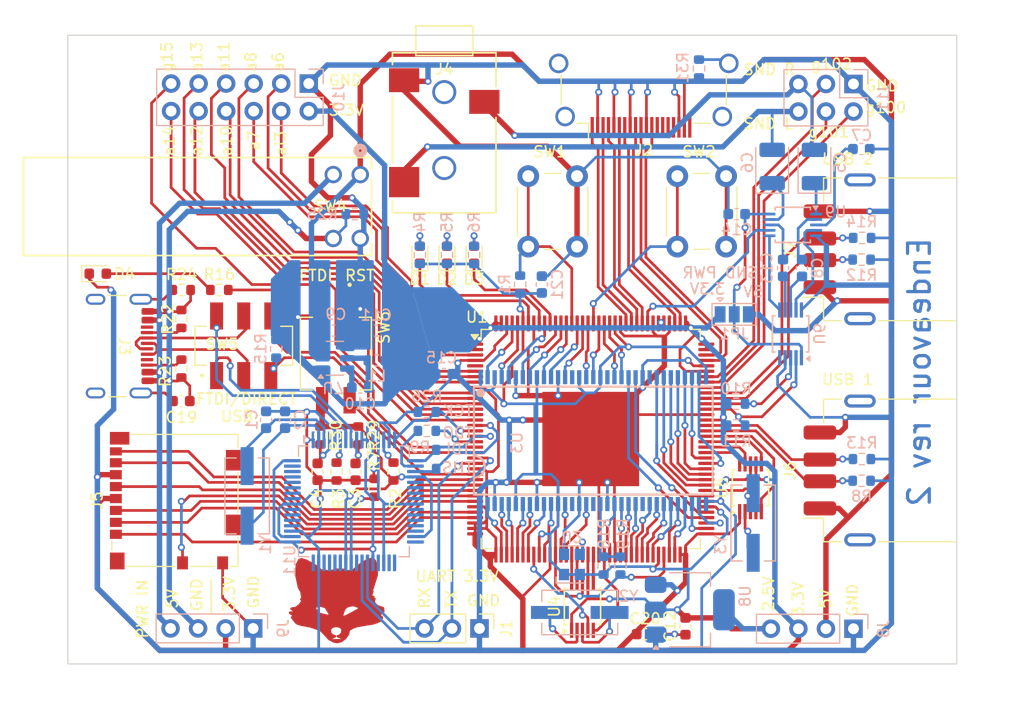
<source format=kicad_pcb>
(kicad_pcb (version 20221018) (generator pcbnew)
  (layers (0 "F.Cu" signal) (31 "B.Cu" signal) (34 "B.Paste" user) (35 "F.Paste" user) (36 "B.SilkS" user "B.Silkscreen") (37 "F.SilkS" user "F.Silkscreen") (38 "B.Mask" user) (39 "F.Mask" user) (44 "Edge.Cuts" user))
  (net 0 "")
  (net 1 "GND")
  (net 2 "Net-(D1-K)")
  (net 3 "Net-(D1-A)")
  (net 4 "Net-(D2-K)")
  (net 5 "Net-(D2-A)")
  (net 6 "Net-(D3-A)")
  (net 7 "+3.3V")
  (net 8 "Net-(U1-io8_130{slash}nCONFIG)")
  (net 9 "Net-(U11-OSCO)")
  (net 10 "Net-(U11-OSCI)")
  (net 11 "Net-(U11-VPLL)")
  (net 12 "Net-(U11-VPHY)")
  (net 13 "Net-(J3-SHIELD)")
  (net 14 "UART_RX")
  (net 15 "UART_TX")
  (net 16 "TMDS2p")
  (net 17 "TMDS2m")
  (net 18 "TMDS1p")
  (net 19 "TMDS1m")
  (net 21 "TMDS0p")
  (net 22 "TMDS0m")
  (net 23 "TMDSCp")
  (net 24 "TMDSCm")
  (net 25 "Net-(J2-PadSH)")
  (net 33 "SD_nDETECT")
  (net 34 "+2V5")
  (net 35 "+1V2")
  (net 36 "Net-(U11-VREGIN)")
  (net 37 "Net-(U11-~{RESET})")
  (net 38 "Net-(U11-REF)")
  (net 39 "Net-(U11-BDBUS3)")
  (net 40 "Net-(J3-CC1)")
  (net 41 "Net-(J3-CC2)")
  (net 42 "JTAG_TCK")
  (net 43 "JTAG_TMS")
  (net 44 "JTAG_TDI")
  (net 45 "JTAG_TDO")
  (net 46 "nRESET")
  (net 47 "RAM_DQ15")
  (net 48 "RAM_DQ14")
  (net 49 "RAM_DQ13")
  (net 50 "RAM_DQ12")
  (net 51 "RAM_DQ11")
  (net 52 "RAM_DQ10")
  (net 53 "Net-(U1-io3_44{slash}VREFB3N0)")
  (net 54 "RAM_DQ9")
  (net 55 "RAM_DQ8")
  (net 56 "RAM_UDQS")
  (net 57 "Net-(U1-io3_51{slash}CLK6n)")
  (net 58 "Net-(U1-io3_52{slash}CLK6p)")
  (net 59 "Net-(U1-io3_53{slash}CLK7n)")
  (net 60 "Net-(U1-io3_55{slash}CLK7p)")
  (net 61 "Net-(U1-io4_57{slash}VREFB4N0)")
  (net 62 "RAM_UDM")
  (net 63 "RAM_nCK")
  (net 64 "RAM_CK")
  (net 65 "RAM_CKE")
  (net 66 "RAM_A12")
  (net 67 "RAM_A11")
  (net 68 "RAM_A9")
  (net 69 "RAM_A8")
  (net 70 "RAM_A7")
  (net 71 "RAM_A6")
  (net 72 "RAM_A4")
  (net 73 "RAM_A2")
  (net 74 "RAM_A5")
  (net 75 "RAM_A3")
  (net 76 "RAM_A0")
  (net 77 "RAM_A1")
  (net 78 "RAM_A10")
  (net 79 "RAM_BA0")
  (net 80 "RAM_BA1")
  (net 81 "RAM_nCAS")
  (net 82 "RAM_nRAS")
  (net 83 "+5V")
  (net 84 "USB_dev_Dp")
  (net 85 "USB_dev_Dm")
  (net 86 "USB_host1_Dm")
  (net 87 "USB_host1_Dp")
  (net 88 "USB_host2_Dm")
  (net 89 "USB_host2_Dp")
  (net 90 "SD_D2")
  (net 91 "SD_D3")
  (net 92 "SD_CMD")
  (net 93 "SD_CLK")
  (net 94 "SD_D0")
  (net 95 "SD_D1")
  (net 96 "RAM_nWE")
  (net 97 "RAM_LDM")
  (net 98 "RAM_A13")
  (net 99 "RAM_DQ7")
  (net 100 "RAM_LDQS")
  (net 101 "RAM_DQ6")
  (net 102 "Net-(U7-SW)")
  (net 104 "RAM_DQ5")
  (net 105 "RAM_DQ4")
  (net 106 "Net-(U7-BST)")
  (net 107 "Net-(D3-K)")
  (net 108 "RAM_DQ3")
  (net 109 "RAM_DQ2")
  (net 110 "RAM_DQ1")
  (net 111 "RAM_DQ0")
  (net 112 "Net-(U4-XA)")
  (net 113 "Net-(U4-XB)")
  (net 114 "Net-(U11-DM)")
  (net 115 "Net-(U11-DP)")
  (net 116 "Net-(U11-VREGOUT)")
  (net 125 "Net-(U1-io8_126{slash}VREFB8N0)")
  (net 148 "Net-(J3-D+-PadA6)")
  (net 149 "Net-(J3-D--PadA7)")
  (net 158 "Net-(U11-ADBUS2)")
  (net 159 "Net-(U1-io6_88{slash}CLK2p)")
  (net 160 "Net-(U1-io6_89{slash}CLK2n)")
  (net 161 "Net-(U5-XA)")
  (net 162 "Net-(U5-XB)")
  (net 163 "Net-(U1-io6_90{slash}CLK3p)")
  (net 164 "Net-(U1-io5_81{slash}VREFB5N0)")
  (net 165 "Net-(J9-Pin_3)")
  (net 166 "Net-(J9-Pin_4)")
  (net 167 "Net-(U1-io6_91{slash}CLK3n)")
  (net 168 "Net-(D4-A)")
  (net 169 "Net-(J10-Pin_3)")
  (net 170 "Net-(J10-Pin_4)")
  (net 171 "Net-(J10-Pin_5)")
  (net 172 "Net-(J10-Pin_6)")
  (net 173 "Net-(J10-Pin_7)")
  (net 174 "Net-(J10-Pin_8)")
  (net 175 "Net-(J10-Pin_9)")
  (net 176 "Net-(J10-Pin_10)")
  (net 177 "Net-(J10-Pin_11)")
  (net 178 "Net-(J10-Pin_12)")
  (net 179 "Net-(J11-Pin_5)")
  (net 180 "Net-(J11-Pin_6)")
  (net 181 "Net-(U9-VOUT1)")
  (net 182 "Net-(U9-VOUT2)")
  (net 183 "Net-(U9-BYPASS)")
  (net 184 "Net-(U6-VOUTA)")
  (net 185 "Net-(U9-VIN1)")
  (net 186 "Net-(U6-VOUTB)")
  (net 187 "Net-(U9-VIN2)")
  (net 188 "Net-(JP1-C)")
  (net 189 "g101")
  (net 190 "g102")
  (net 191 "g100")
  (net 192 "SND_SDA")
  (net 193 "SND_SCL")
  (net 194 "SND_SHDN")
  (net 196 "Net-(U6-VOUTC)")
  (net 197 "Net-(U6-VOUTD)")
  (footprint "Resistor_SMD:R_0603_1608Metric" (layer "F.Cu") (at 95.65 83.5)
    (fp_text reference "R16")
    (fp_text value "1.5K")
  )
  (footprint "" (layer "F.Cu") (at 115.65 98.25)
    (fp_text reference "")
    (fp_text value "")
  )
  (footprint "Connector_Card:microSD_HC_Molex_104031-0811" (layer "F.Cu") (at 91.5558 102.935 90)
    (fp_text reference "J5")
    (fp_text value "Micro_SD_Card_Det2")
  )
  (footprint "MountingHole:MountingHole_2.2mm_M2" (layer "F.Cu") (at 84.9 63.25)
    (fp_text reference "REF**" hide)
    (fp_text value "MountingHole_2.2mm_M2")
  )
  (footprint "Button_Switch_THT:SW_PUSH_6mm" (layer "F.Cu") (at 142.4 73 -90)
    (fp_text reference "SW2")
    (fp_text value "Push2")
  )
  (footprint "Resistor_SMD:R_0603_1608Metric" (layer "F.Cu") (at 92.15 90.75 -90)
    (fp_text reference "R23")
    (fp_text value "5.1K")
  )
  (footprint "Resistor_SMD:R_0603_1608Metric" (layer "F.Cu") (at 92.15 86.175 90)
    (fp_text reference "R22")
    (fp_text value "5.1K")
  )
  (footprint "" (layer "F.Cu") (at 115.65 100)
    (fp_text reference "")
    (fp_text value "")
  )
  (footprint "MountingHole:MountingHole_2.2mm_M2" (layer "F.Cu") (at 160.4 63.25)
    (fp_text reference "REF**" hide)
    (fp_text value "MountingHole_2.2mm_M2")
  )
  (footprint "Connector_USB:USB_A_Receptacle_GCT_USB1046" (layer "F.Cu") (at 158.3 79.75 90)
    (fp_text reference "J7")
    (fp_text value "USB_A")
  )
  (footprint "Capacitor_SMD:C_0603_1608Metric" (layer "F.Cu") (at 138.65 114.525 90)
    (fp_text reference "C12")
    (fp_text value "10uF")
  )
  (footprint "endeavour_footprints:SW_JS202011SCQN" (layer "F.Cu") (at 97.9 88.65)
    (fp_text reference "SW5")
    (fp_text value "FTDI/DIRECT")
  )
  (footprint "Capacitor_SMD:C_0603_1608Metric" (layer "F.Cu") (at 108.216118 100.275 90)
    (fp_text reference "C3")
    (fp_text value "1uF")
  )
  (footprint "Connector_USB:USB_A_Receptacle_GCT_USB1046" (layer "F.Cu") (at 158.3 100.15 90)
    (fp_text reference "J6")
    (fp_text value "USB_A")
  )
  (footprint "endeavour_footprints:USB_C_Receptacle_GCT_USB4105-xx-A_16P_TopMnt_Horizontal" (layer "F.Cu") (at 85.3058 88.68 -90)
    (fp_text reference "J3")
    (fp_text value "USB_C_Receptacle_USB2.0")
  )
  (footprint "Capacitor_SMD:C_0603_1608Metric" (layer "F.Cu") (at 134.925 115.25)
    (fp_text reference "C20")
    (fp_text value "4.7uF")
  )
  (footprint "Resistor_SMD:R_0603_1608Metric" (layer "F.Cu") (at 104.966118 96.925 90)
    (fp_text reference "R30")
    (fp_text value "0")
  )
  (footprint "Resistor_SMD:R_0603_1608Metric" (layer "F.Cu") (at 111.716118 100.25 90)
    (fp_text reference "R2")
    (fp_text value "1K")
  )
  (footprint "endeavour_footprints:PB400EEQR1BLK_EWI" (layer "F.Cu") (at 108.65 72.8565 -90)
    (fp_text reference "SW4")
    (fp_text value "PB400EEQR1BLK")
  )
  (footprint "Package_QFP:EQFP-144-1EP_20x20mm_P0.5mm_EP8.93x8.7mm" (layer "F.Cu") (at 129.9125 97.25)
    (fp_text reference "U1")
    (fp_text value "10M50SAE144")
  )
  (footprint "Capacitor_SMD:C_0603_1608Metric" (layer "F.Cu") (at 92.15 93.75)
    (fp_text reference "C19")
    (fp_text value "0.1uF")
  )
  (footprint "Button_Switch_THT:SW_PUSH_6mm" (layer "F.Cu") (at 128.65 73 -90)
    (fp_text reference "SW1")
    (fp_text value "Push1")
  )
  (footprint "MountingHole:MountingHole_2.2mm_M2" (layer "F.Cu") (at 84.9 114.725)
    (fp_text reference "REF**" hide)
    (fp_text value "MountingHole_2.2mm_M2")
  )
  (footprint "Package_SO:MSOP-10_3x3mm_P0.5mm" (layer "F.Cu") (at 144.65 101.75 90)
    (fp_text reference "U5")
    (fp_text value "Si5351A-B-GT")
  )
  (footprint "Resistor_SMD:R_0603_1608Metric" (layer "F.Cu") (at 109.966118 101.75 -90)
    (fp_text reference "R7")
    (fp_text value "1K")
  )
  (footprint "Package_SO:MSOP-10_3x3mm_P0.5mm" (layer "F.Cu") (at 129.15 112.7 90)
    (fp_text reference "U4")
    (fp_text value "Si5351A-B-GT")
  )
  (footprint "Connector_HDMI:HDMI_A_Amphenol_10029449-x01xLF_Horizontal" (layer "F.Cu") (at 134.8 63.5 180)
    (fp_text reference "J2")
    (fp_text value "HDMI_A")
  )
  (footprint "endeavour_footprints:SW_219-2MSTR" (layer "F.Cu") (at 106.4 89.3725 -90)
    (fp_text reference "SW6")
    (fp_text value "SWx02")
  )
  (footprint "LED_SMD:LED_0603_1608Metric" (layer "F.Cu") (at 114.15 80.25 90)
    (fp_text reference "D1")
    (fp_text value "LED1")
  )
  (footprint "LED_SMD:LED_0603_1608Metric" (layer "F.Cu") (at 119.15 80.25 90)
    (fp_text reference "D3")
    (fp_text value "LED3")
  )
  (footprint "LED_SMD:LED_0603_1608Metric" (layer "F.Cu") (at 84.4375 82)
    (fp_text reference "D4")
    (fp_text value "LED2")
  )
  (footprint "MountingHole:MountingHole_2.2mm_M2" (layer "F.Cu") (at 160.4 114.75)
    (fp_text reference "REF**" hide)
    (fp_text value "MountingHole_2.2mm_M2")
  )
  (footprint "LED_SMD:LED_0603_1608Metric" (layer "F.Cu") (at 116.65 80.25 90)
    (fp_text reference "D2")
    (fp_text value "LED2")
  )
  (footprint "Resistor_SMD:R_0603_1608Metric" (layer "F.Cu") (at 92.175 83.5)
    (fp_text reference "R24")
    (fp_text value "1M")
  )
  (footprint "Resistor_SMD:R_0603_1608Metric" (layer "F.Cu") (at 106.466118 100.25 -90)
    (fp_text reference "R3")
    (fp_text value "12K")
  )
  (footprint "Connector_PinHeader_2.54mm:PinHeader_1x03_P2.54mm_Vertical" (layer "F.Cu") (at 119.65 114.725 -90)
    (fp_text reference "J1")
    (fp_text value "UART")
  )
  (footprint "Resistor_SMD:R_0603_1608Metric" (layer "F.Cu") (at 108.466118 96.925 90)
    (fp_text reference "R29")
    (fp_text value "0")
  )
  (footprint "Capacitor_SMD:C_0603_1608Metric" (layer "F.Cu") (at 104.716118 100.275 90)
    (fp_text reference "C4")
    (fp_text value "1uF")
  )
  (footprint "endeavour_footprints:SJ-3523-SMT_CUD" (layer "F.Cu") (at 116.4 69.001701)
    (fp_text reference "J4")
    (fp_text value "SJ-3523-SMT")
  )
  (footprint "Capacitor_SMD:C_0603_1608Metric" (layer "B.Cu") (at 108.65 92.5 180)
    (fp_text reference "C10")
    (fp_text value "0.1uF")
  )
  (footprint "Resistor_SMD:R_0603_1608Metric" (layer "B.Cu") (at 116.65 80.275 -90)
    (fp_text reference "R5")
    (fp_text value "350")
  )
  (footprint "Connector_PinSocket_2.54mm:PinSocket_2x03_P2.54mm_Vertical" (layer "B.Cu") (at 154.15 64.5 90)
    (fp_text reference "J11")
    (fp_text value "Conn_02x03_Odd_Even")
  )
  (footprint "Capacitor_SMD:C_0603_1608Metric" (layer "B.Cu") (at 143.375 76.5)
    (fp_text reference "C14")
    (fp_text value "1uF")
  )
  (footprint "Resistor_SMD:R_0603_1608Metric" (layer "B.Cu") (at 132.65 108.925 90)
    (fp_text reference "R19")
    (fp_text value "1.5K")
  )
  (footprint "Resistor_SMD:R_0603_1608Metric" (layer "B.Cu") (at 139.9 63.075 90)
    (fp_text reference "R31")
    (fp_text value "1M")
  )
  (footprint "Capacitor_SMD:C_0603_1608Metric" (layer "B.Cu") (at 125.4 83 90)
    (fp_text reference "C21")
    (fp_text value "1uF")
  )
  (footprint "Package_SO:MSOP-10_3x3mm_P0.5mm" (layer "B.Cu") (at 148.35 87.55 90)
    (fp_text reference "U6")
    (fp_text value "MCP4728")
  )
  (footprint "Resistor_SMD:R_0603_1608Metric" (layer "B.Cu") (at 100.9 88.925 -90)
    (fp_text reference "R15")
    (fp_text value "1.5K")
  )
  (footprint "Capacitor_SMD:C_0603_1608Metric" (layer "B.Cu") (at 106.175 87.25)
    (fp_text reference "C9")
    (fp_text value "10uF")
  )
  (footprint "endeavour_footprints:XTAL_ECS-120-20-3X-TR" (layer "B.Cu") (at 128.9 113.25 180)
    (fp_text reference "Y2")
    (fp_text value "25MHz")
  )
  (footprint "Capacitor_SMD:C_0603_1608Metric" (layer "B.Cu") (at 116.375 91.25)
    (fp_text reference "C15")
    (fp_text value "1uF")
  )
  (footprint "Resistor_SMD:R_0603_1608Metric" (layer "B.Cu") (at 114.791118 96.5 180)
    (fp_text reference "R9")
    (fp_text value "75")
  )
  (footprint "Oscillator:Oscillator_SMD_Kyocera_KC2520Z-4Pin_2.5x2.0mm" (layer "B.Cu") (at 128.175 108.825)
    (fp_text reference "U2")
    (fp_text value "KC2520Z 100MHz")
  )
  (footprint "Resistor_SMD:R_0603_1608Metric" (layer "B.Cu") (at 154.9 101.1)
    (fp_text reference "R8")
    (fp_text value "15K")
  )
  (footprint "Package_TO_SOT_SMD:SOT-223-3_TabPin2" (layer "B.Cu") (at 139.05 113)
    (fp_text reference "U8")
    (fp_text value "AP2114H-2.5TRG1")
  )
  (footprint "Connector_PinSocket_2.54mm:PinSocket_2x06_P2.54mm_Vertical" (layer "B.Cu") (at 103.9 64.46 90)
    (fp_text reference "J10")
    (fp_text value "Conn_02x05_Odd_Even")
  )
  (footprint "Connector_PinSocket_2.54mm:PinSocket_1x04_P2.54mm_Vertical" (layer "B.Cu") (at 98.77 114.725 90)
    (fp_text reference "J9")
    (fp_text value "Conn_01x03_Socket")
  )
  (footprint "Package_TO_SOT_SMD:TSOT-23-6" (layer "B.Cu") (at 106.3125 89.8)
    (fp_text reference "U7")
    (fp_text value "AP63203WU")
  )
  (footprint "endeavour_footprints:TSOP66-400" (layer "B.Cu") (at 130.15 97.4 -90)
    (fp_text reference "U3")
    (fp_text value "AS4C64M16D1")
  )
  (footprint "Resistor_SMD:R_0603_1608Metric" (layer "B.Cu") (at 114.791118 94.75 180)
    (fp_text reference "R26")
    (fp_text value "1K")
  )
  (footprint "Capacitor_SMD:C_0603_1608Metric" (layer "B.Cu") (at 147.65 81.475 90)
    (fp_text reference "C13")
    (fp_text value "1uF")
  )
  (footprint "Inductor_SMD:L_0603_1608Metric" (layer "B.Cu") (at 110.175 90)
    (fp_text reference "L1")
    (fp_text value "4.7uH")
  )
  (footprint "Resistor_SMD:R_0603_1608Metric" (layer "B.Cu") (at 119.15 80.275 -90)
    (fp_text reference "R6")
    (fp_text value "350")
  )
  (footprint "endeavour_footprints:XTAL_ECS-120-20-3X-TR" (layer "B.Cu") (at 98.216118 102.5 90)
    (fp_text reference "Y1")
    (fp_text value "12MHz")
  )
  (footprint "endeavour_footprints:XTAL_ECS-120-20-3X-TR" (layer "B.Cu") (at 144.9 105 -90)
    (fp_text reference "Y3")
    (fp_text value "25MHz")
  )
  (footprint "Connector_PinSocket_2.54mm:PinSocket_1x04_P2.54mm_Vertical" (layer "B.Cu") (at 154.15 114.75 90)
    (fp_text reference "J8")
    (fp_text value "Conn_01x04_Socket")
  )
  (footprint "Resistor_SMD:R_0603_1608Metric" (layer "B.Cu") (at 154.925 99.1)
    (fp_text reference "R13")
    (fp_text value "15K")
  )
  (footprint "Capacitor_Tantalum_SMD:CP_EIA-3528-12_Kemet-T" (layer "B.Cu") (at 150.55 72.1125 90)
    (fp_text reference "C5")
    (fp_text value "100uF")
  )
  (footprint "Resistor_SMD:R_0603_1608Metric" (layer "B.Cu") (at 143.325 94)
    (fp_text reference "R10")
    (fp_text value "560")
  )
  (footprint "Capacitor_Tantalum_SMD:CP_EIA-3528-12_Kemet-T" (layer "B.Cu") (at 146.65 72.1125 90)
    (fp_text reference "C6")
    (fp_text value "100uF")
  )
  (footprint "Jumper:SolderJumper-3_P1.3mm_Open_Pad1.0x1.5mm" (layer "B.Cu") (at 143.15 85.75)
    (fp_text reference "JP1")
    (fp_text value "snd_power")
  )
  (footprint "Resistor_SMD:R_0603_1608Metric" (layer "B.Cu") (at 131.1 108.925 90)
    (fp_text reference "R18")
    (fp_text value "1.5K")
  )
  (footprint "Capacitor_SMD:C_0603_1608Metric" (layer "B.Cu") (at 110.125 87.25 180)
    (fp_text reference "C11")
    (fp_text value "47uF")
  )
  (footprint "Resistor_SMD:R_0603_1608Metric" (layer "B.Cu") (at 154.9 80.7)
    (fp_text reference "R12")
    (fp_text value "15K")
  )
  (footprint "Resistor_SMD:R_0603_1608Metric" (layer "B.Cu") (at 123.4 83 -90)
    (fp_text reference "R1")
    (fp_text value "10K")
  )
  (footprint "Resistor_SMD:R_0603_1608Metric" (layer "B.Cu") (at 143.325 96)
    (fp_text reference "R11")
    (fp_text value "560")
  )
  (footprint "Resistor_SMD:R_0603_1608Metric" (layer "B.Cu") (at 154.95 78.7)
    (fp_text reference "R14")
    (fp_text value "15K")
  )
  (footprint "Package_QFP:LQFP-64_10x10mm_P0.5mm" (layer "B.Cu") (at 108.066118 103 -90)
    (fp_text reference "U11")
    (fp_text value "FT2232HL")
  )
  (footprint "Capacitor_SMD:C_0603_1608Metric" (layer "B.Cu") (at 101.716118 95.475 90)
    (fp_text reference "C2")
    (fp_text value "27pF")
  )
  (footprint "Resistor_SMD:R_0603_1608Metric" (layer "B.Cu") (at 108.15 76.5)
    (fp_text reference "R25")
    (fp_text value "1M")
  )
  (footprint "Capacitor_SMD:C_0603_1608Metric" (layer "B.Cu") (at 99.966118 95.475 90)
    (fp_text reference "C1")
    (fp_text value "27pF")
  )
  (footprint "Package_SO:TSSOP-10_3x3mm_P0.5mm" (layer "B.Cu") (at 148.55 77.5 180)
    (fp_text reference "U9")
    (fp_text value "LM4811")
  )
  (footprint "Resistor_SMD:R_0603_1608Metric" (layer "B.Cu") (at 114.15 80.275 -90)
    (fp_text reference "R4")
    (fp_text value "350")
  )
  (footprint "Capacitor_SMD:C_0603_1608Metric" (layer "B.Cu") (at 149.4 81.475 90)
    (fp_text reference "C8")
    (fp_text value "1uF")
  )
  (footprint "Capacitor_SMD:C_0603_1608Metric" (layer "B.Cu") (at 154.875 70.5)
    (fp_text reference "C7")
    (fp_text value "1uF")
  )
  (gr_line (start 94.9 110.25) (end 94.9 113.25) (stroke (width 0.15)) (layer "F.SilkS"))
  (gr_rect (start 81.675 60) (end 163.675 118) (stroke (width 0.1)) (fill none) (layer "Edge.Cuts"))
  (gr_text "Endeavour rev 2" (at 161.4 78.5 90) (layer "B.Cu") (effects (font (size 2 2) (thickness 0.3) bold) (justify left bottom mirror)))
  (gr_text "SND PWR" (at 145.4 82.5) (layer "B.SilkS") (effects (font (size 1 1) (thickness 0.153)) (justify left bottom mirror)))
  (gr_text "5V" (at 145.9 84.25) (layer "B.SilkS") (effects (font (size 1 1) (thickness 0.153)) (justify left bottom mirror)))
  (gr_text "TCK" (at 119.15 95.25) (layer "B.SilkS") (effects (font (size 1 1) (thickness 0.153)) (justify left bottom mirror)))
  (gr_text "TDO" (at 119.15 97.25) (layer "B.SilkS") (effects (font (size 1 1) (thickness 0.153)) (justify left bottom mirror)))
  (gr_text "TDI" (at 118.9 98.75) (layer "B.SilkS") (effects (font (size 1 1) (thickness 0.153)) (justify left bottom mirror)))
  (gr_text "3.3V" (at 142.4 84) (layer "B.SilkS") (effects (font (size 1 1) (thickness 0.153)) (justify left bottom mirror)))
  (gr_text "TMS" (at 119.15 100.5) (layer "B.SilkS") (effects (font (size 1 1) (thickness 0.153)) (justify left bottom mirror)))
  (gr_text "UART 3.3V" (at 113.65 110.5) (layer "F.SilkS") (effects (font (size 1 1) (thickness 0.16)) (justify left bottom)))
  (gr_text "GND" (at 105.65 64.75) (layer "F.SilkS") (effects (font (size 1 1) (thickness 0.153)) (justify left bottom)))
  (gr_text "a7" (at 99.4 70.75 90) (layer "F.SilkS") (effects (font (size 1 1) (thickness 0.153)) (justify left bottom)))
  (gr_text "GND" (at 154.65 113.75 90) (layer "F.SilkS") (effects (font (size 1 1) (thickness 0.16)) (justify left bottom)))
  (gr_text "g100" (at 155.15 67.25) (layer "F.SilkS") (effects (font (size 1 1) (thickness 0.153)) (justify left bottom)))
  (gr_text "a13" (at 94.15 63.5 90) (layer "F.SilkS") (effects (font (size 1 1) (thickness 0.153)) (justify left bottom)))
  (gr_text "g15" (at 91.4 63.5 90) (layer "F.SilkS") (effects (font (size 1 1) (thickness 0.153)) (justify left bottom)))
  (gr_text "PWR IN" (at 89.15 115.75 90) (layer "F.SilkS") (effects (font (size 1 1) (thickness 0.16)) (justify left bottom)))
  (gr_text "RST" (at 107.15 82.75) (layer "F.SilkS") (effects (font (size 1 1) (thickness 0.16)) (justify left bottom)))
  (gr_text "2.5V" (at 146.9 113.25 90) (layer "F.SilkS") (effects (font (size 1 1) (thickness 0.16)) (justify left bottom)))
  (gr_text "a12" (at 94.15 71.25 90) (layer "F.SilkS") (effects (font (size 1 1) (thickness 0.153)) (justify left bottom)))
  (gr_text "a6" (at 101.65 63.5 90) (layer "F.SilkS") (effects (font (size 1 1) (thickness 0.153)) (justify left bottom)))
  (gr_text "USB 2" (at 151.15 72) (layer "F.SilkS") (effects (font (size 1 1) (thickness 0.153)) (justify left bottom)))
  (gr_text "FTDI/DIRECT\n   USB" (at 93.4 95.75) (layer "F.SilkS") (effects (font (size 1 1) (thickness 0.16)) (justify left bottom)))
  (gr_text "GND" (at 155.15 65.25) (layer "F.SilkS") (effects (font (size 1 1) (thickness 0.153)) (justify left bottom)))
  (gr_text "g102" (at 150.15 63.25) (layer "F.SilkS") (effects (font (size 1 1) (thickness 0.153)) (justify left bottom)))
  (gr_text "ai3" (at 101.9 71.25 90) (layer "F.SilkS") (effects (font (size 1 1) (thickness 0.153)) (justify left bottom)))
  (gr_text "a8" (at 99.15 63.5 90) (layer "F.SilkS") (effects (font (size 1 1) (thickness 0.153)) (justify left bottom)))
  (gr_text "5V" (at 152.15 113 90) (layer "F.SilkS") (effects (font (size 1 1) (thickness 0.16)) (justify left bottom)))
  (gr_text "FTDI" (at 102.9 82.75) (layer "F.SilkS") (effects (font (size 1 1) (thickness 0.16)) (justify left bottom)))
  (gr_text "USB 1" (at 151.15 92.35) (layer "F.SilkS") (effects (font (size 1 1) (thickness 0.153)) (justify left bottom)))
  (gr_text "a14" (at 91.61 71.25 90) (layer "F.SilkS") (effects (font (size 1 1) (thickness 0.153)) (justify left bottom)))
  (gr_text "RX" (at 115.15 113 90) (layer "F.SilkS") (effects (font (size 1 1) (thickness 0.16)) (justify left bottom)))
  (gr_text "a10" (at 96.9 71.25 90) (layer "F.SilkS") (effects (font (size 1 1) (thickness 0.153)) (justify left bottom)))
  (gr_text "3.3V" (at 149.65 113.75 90) (layer "F.SilkS") (effects (font (size 1 1) (thickness 0.16)) (justify left bottom)))
  (gr_text "TX" (at 117.65 113 90) (layer "F.SilkS") (effects (font (size 1 1) (thickness 0.16)) (justify left bottom)))
  (gr_text "SND L" (at 143.9 68.75) (layer "F.SilkS") (effects (font (size 1 1) (thickness 0.153)) (justify left bottom)))
  (gr_text "3.3V" (at 105.65 67.5) (layer "F.SilkS") (effects (font (size 1 1) (thickness 0.153)) (justify left bottom)))
  (gr_text "5V" (at 91.9 113 90) (layer "F.SilkS") (effects (font (size 1 1) (thickness 0.16)) (justify left bottom)))
  (gr_text "GND" (at 118.4 112.75) (layer "F.SilkS") (effects (font (size 1 1) (thickness 0.16)) (justify left bottom)))
  (gr_text "SND R" (at 143.9 63.75) (layer "F.SilkS") (effects (font (size 1 1) (thickness 0.153)) (justify left bottom)))
  (gr_text "GND" (at 94.15 113.25 90) (layer "F.SilkS") (effects (font (size 1 1) (thickness 0.16)) (justify left bottom)))
  (gr_text "3.3V" (at 97.15 113.25 90) (layer "F.SilkS") (effects (font (size 1 1) (thickness 0.16)) (justify left bottom)))
  (gr_text "a11" (at 96.65 63.5 90) (layer "F.SilkS") (effects (font (size 1 1) (thickness 0.153)) (justify left bottom)))
  (gr_text "GND" (at 99.4 113 90) (layer "F.SilkS") (effects (font (size 1 1) (thickness 0.16)) (justify left bottom)))
  (gr_text "g101" (at 149.9 69.5) (layer "F.SilkS") (effects (font (size 1 1) (thickness 0.153)) (justify left bottom)))
  (segment (start 126.6625 107.9125) (end 126.6625 110.7625) (width 0.25) (layer "F.Cu") (net 1))
  (segment (start 144.65 100.55) (end 144.65 99.55) (width 0.25) (layer "F.Cu") (net 1))
  (segment (start 132.1625 106.826104) (end 132.1625 107.9125) (width 0.25) (layer "F.Cu") (net 1))
  (segment (start 138.05 68.5) (end 138.05 65.65) (width 0.25) (layer "F.Cu") (net 1))
  (segment (start 133.65 110) (end 136.1625 110) (width 0.25) (layer "F.Cu") (net 1))
  (segment (start 112.7 65.1) (end 112.7 64.150001) (width 0.5) (layer "F.Cu") (net 1))
  (segment (start 124.95 101.25) (end 122.15 101.25) (width 0.5) (layer "F.Cu") (net 1))
  (segment (start 124.6625 86.5875) (end 124.6625 88.318261) (width 0.25) (layer "F.Cu") (net 1))
  (segment (start 132.05 68.5) (end 132.05 65.35) (width 0.25) (layer "F.Cu") (net 1))
  (segment (start 135.6625 86.5875) (end 135.6625 87.392764) (width 0.25) (layer "F.Cu") (net 1))
  (segment (start 104.966118 101.3) (end 104.716118 101.05) (width 0.25) (layer "F.Cu") (net 1))
  (segment (start 129.15 111.5) (end 129.15 110.5) (width 0.25) (layer "F.Cu") (net 1))
  (segment (start 117.9 90) (end 117.65 90.25) (width 0.25) (layer "F.Cu") (net 1))
  (segment (start 132.1 99.4375) (end 132.1 106.763604) (width 0.25) (layer "F.Cu") (net 1))
  (segment (start 121.05 88.6625) (end 122.1625 87.55) (width 0.25) (layer "F.Cu") (net 1))
  (segment (start 132.1625 95) (end 129.9125 97.25) (width 0.25) (layer "F.Cu") (net 1))
  (segment (start 128.1625 95.5) (end 129.9125 97.25) (width 0.5) (layer "F.Cu") (net 1))
  (segment (start 126.9 100.2625) (end 129.9125 97.25) (width 0.25) (layer "F.Cu") (net 1))
  (segment (start 137.65 115.25) (end 135.7 115.25) (width 0.25) (layer "F.Cu") (net 1))
  (segment (start 106.741118 101.05) (end 106.716118 101.075) (width 0.25) (layer "F.Cu") (net 1))
  (segment (start 127.65 111.75) (end 128.9 111.75) (width 0.25) (layer "F.Cu") (net 1))
  (segment (start 130.55 68.5) (end 130.55 65.35) (width 0.25) (layer "F.Cu") (net 1))
  (segment (start 104.991118 101.075) (end 104.966118 101.05) (width 0.25) (layer "F.Cu") (net 1))
  (segment (start 136.7 87.855264) (end 136.7 90.5) (width 0.5) (layer "F.Cu") (net 1))
  (segment (start 137.1625 87.392764) (end 137.1625 86.5875) (width 0.25) (layer "F.Cu") (net 1))
  (segment (start 104.966118 102.75) (end 104.966118 101.3) (width 0.25) (layer "F.Cu") (net 1))
  (segment (start 84.61 100.54) (end 84.4 100.75) (width 0.5) (layer "F.Cu") (net 1))
  (segment (start 105.9 69.25) (end 105.9 66.46) (width 0.5) (layer "F.Cu") (net 1))
  (segment (start 129.9125 97.25) (end 132.1 99.4375) (width 0.25) (layer "F.Cu") (net 1))
  (segment (start 153.4 95.25) (end 153.4 96.15) (width 0.5) (layer "F.Cu") (net 1))
  (segment (start 126.6625 110.7625) (end 127.65 111.75) (width 0.25) (layer "F.Cu") (net 1))
  (segment (start 133.65 65.25) (end 133.55 65.35) (width 0.25) (layer "F.Cu") (net 1))
  (segment (start 134.7 92.5) (end 129.95 97.25) (width 0.5) (layer "F.Cu") (net 1))
  (segment (start 136.019736 87.75) (end 136.4 87.75) (width 0.25) (layer "F.Cu") (net 1))
  (segment (start 107.67 85.0725) (end 108.4725 85.0725) (width 0.25) (layer "F.Cu") (net 1))
  (segment (start 124.6625 88.318261) (end 124.15 88.830761) (width 0.25) (layer "F.Cu") (net 1))
  (segment (start 126.9 105.269239) (end 126.9 100.2625) (width 0.25) (layer "F.Cu") (net 1))
  (segment (start 140.575 90.5) (end 139.4 90.5) (width 0.25) (layer "F.Cu") (net 1))
  (segment (start 138.65 115.3) (end 137.7 115.3) (width 0.25) (layer "F.Cu") (net 1))
  (segment (start 135.05 68.5) (end 135.05 65.35) (width 0.25) (layer "F.Cu") (net 1))
  (segment (start 132.1 106.763604) (end 132.1625 106.826104) (width 0.25) (layer "F.Cu") (net 1))
  (segment (start 142.4 101) (end 144.2 101) (width 0.25) (layer "F.Cu") (net 1))
  (segment (start 144.2 101) (end 144.65 100.55) (width 0.25) (layer "F.Cu") (net 1))
  (segment (start 109.9 100) (end 109.9 100.858882) (width 0.25) (layer "F.Cu") (net 1))
  (segment (start 131.45 98.7875) (end 129.9125 97.25) (width 0.25) (layer "F.Cu") (net 1))
  (segment (start 95.9558 108.675) (end 95.9558 111.9108) (width 0.25) (layer "F.Cu") (net 1))
  (segment (start 103.716118 99.8) (end 104.966118 101.05) (width 0.25) (layer "F.Cu") (net 1))
  (segment (start 131.45 101.25) (end 131.45 98.7875) (width 0.25) (layer "F.Cu") (net 1))
  (segment (start 133.55 68.5) (end 133.55 65.35) (width 0.25) (layer "F.Cu") (net 1))
  (segment (start 126.6625 107.9125) (end 126.6625 105.506739) (width 0.25) (layer "F.Cu") (net 1))
  (segment (start 136.6625 107.9125) (end 136.6625 109.5) (width 0.25) (layer "F.Cu") (net 1))
  (segment (start 103.716118 97.35) (end 103.716118 94.75) (width 0.25) (layer "F.Cu") (net 1))
  (segment (start 104.15 71) (end 105.9 69.25) (width 0.5) (layer "F.Cu") (net 1))
  (segment (start 124.15 88.830761) (end 124.15 93.25) (width 0.25) (layer "F.Cu") (net 1))
  (segment (start 109.9 100.858882) (end 109.966118 100.925) (width 0.25) (layer "F.Cu") (net 1))
  (segment (start 138.05 65.65) (end 137.65 65.25) (width 0.25) (layer "F.Cu") (net 1))
  (segment (start 135.15 65.25) (end 135.05 65.35) (width 0.25) (layer "F.Cu") (net 1))
  (segment (start 108.4725 85.0725) (end 108.65 85.25) (width 0.25) (layer "F.Cu") (net 1))
  (segment (start 132.05 65.35) (end 132.15 65.25) (width 0.25) (layer "F.Cu") (net 1))
  (segment (start 123 93.25) (end 124.15 93.25) (width 0.5) (layer "F.Cu") (net 1))
  (segment (start 153.4 96.15) (end 152.9 96.65) (width 0.5) (layer "F.Cu") (net 1))
  (segment (start 132.6625 86.5875) (end 132.6625 87.392764) (width 0.25) (layer "F.Cu") (net 1))
  (segment (start 105.65 75) (end 104.15 73.5) (width 0.5) (layer "F.Cu") (net 1))
  (segment (start 128.65 73) (end 128.65 79.5) (width 0.5) (layer "F.Cu") (net 1))
  (segment (start 85.65 83.5) (end 85.4 83.25) (width 0.25) (layer "F.Cu") (net 1))
  (segment (start 135.6625 87.392764) (end 136.019736 87.75) (width 0.25) (layer "F.Cu") (net 1))
  (segment (start 85.4 83.25) (end 84.4 83.25) (width 0.25) (layer "F.Cu") (net 1))
  (segment (start 84.4 83.25) (end 83.65 82.5) (width 0.25) (layer "F.Cu") (net 1))
  (segment (start 140.575 103) (end 141.9 103) (width 0.25) (layer "F.Cu") (net 1))
  (segment (start 83.65 82.5) (end 83.65 82) (width 0.25) (layer "F.Cu") (net 1))
  (segment (start 124.95 101.25) (end 128.85 101.25) (width 0.5) (layer "F.Cu") (net 1))
  (segment (start 151.05 76.25) (end 155.65 76.25) (width 0.5) (layer "F.Cu") (net 1))
  (segment (start 137.7 115.3) (end 137.65 115.25) (width 0.25) (layer "F.Cu") (net 1))
  (segment (start 150.85 96.65) (end 152.9 96.65) (width 0.5) (layer "F.Cu") (net 1))
  (segment (start 142.4 79.5) (end 142.4 73) (width 0.25) (layer "F.Cu") (net 1))
  (segment (start 124.15 93.25) (end 126.9 93.25) (width 0.5) (layer "F.Cu") (net 1))
  (segment (start 122.1625 87.55) (end 122.1625 86.5875) (width 0.25) (layer "F.Cu") (net 1))
  (segment (start 112.799999 64.25) (end 112.7 64.150001) (width 0.5) (layer "F.Cu") (net 1))
  (segment (start 128.85 101.25) (end 131.45 101.25) (width 0.25) (layer "F.Cu") (net 1))
  (segment (start 108.466118 101.05) (end 106.741118 101.05) (width 0.25) (layer "F.Cu") (net 1))
  (segment (start 117.85 70.25) (end 112.7 65.1) (width 0.5) (layer "F.Cu") (net 1))
  (segment (start 136.7 90.5) (end 134.7 92.5) (width 0.5) (layer "F.Cu") (net 1))
  (segment (start 136.805264 87.75) (end 136.7 87.855264) (width 0.25) (layer "F.Cu") (net 1))
  (segment (start 130.65 65.25) (end 130.55 65.35) (width 0.25) (layer "F.Cu") (net 1))
  (segment (start 109.841118 101.05) (end 109.966118 100.925) (width 0.25) (layer "F.Cu") (net 1))
  (segment (start 124.9 95.5) (end 122.4 95.5) (width 0.5) (layer "F.Cu") (net 1))
  (segment (start 119.25 90) (end 120.055264 90) (width 0.25) (layer "F.Cu") (net 1))
  (segment (start 103.716118 97.35) (end 103.716118 99.8) (width 0.25) (layer "F.Cu") (net 1))
  (segment (start 130.6625 98) (end 129.9125 97.25) (width 0.25) (layer "F.Cu") (net 1))
  (segment (start 128.9 111.75) (end 129.15 111.5) (width 0.25) (layer "F.Cu") (net 1))
  (segment (start 132.6625 87.392764) (end 133.019736 87.75) (width 0.25) (layer "F.Cu") (net 1))
  (segment (start 121.05 89.005264) (end 121.05 88.6625) (width 0.25) (layer "F.Cu") (net 1))
  (segment (start 133.019736 87.75) (end 136.4 87.75) (width 0.25) (layer "F.Cu") (net 1))
  (segment (start 95.9558 111.9108) (end 98.77 114.725) (width 0.25) (layer "F.Cu") (net 1))
  (segment (start 136.1625 110) (end 136.6625 109.5) (width 0.25) (layer "F.Cu") (net 1))
  (segment (start 120.055264 90) (end 121.05 89.005264) (width 0.25) (layer "F.Cu") (net 1))
  (segment (start 125.9 70.25) (end 117.85 70.25) (width 0.5) (layer "F.Cu") (net 1))
  (segment (start 119.25 90) (end 117.9 90) (width 0.25) (layer "F.Cu") (net 1))
  (segment (start 122.15 101.25) (end 121.65 101.25) (width 0.5) (layer "F.Cu") (net 1))
  (segment (start 128.65 73) (end 125.9 70.25) (width 0.5) (layer "F.Cu") (net 1))
  (segment (start 136.805264 87.75) (end 137.1625 87.392764) (width 0.25) (layer "F.Cu") (net 1))
  (segment (start 124.9 95.5) (end 128.1625 95.5) (width 0.5) (layer "F.Cu") (net 1))
  (segment (start 140.575 95) (end 132.1625 95) (width 0.25) (layer "F.Cu") (net 1))
  (segment (start 106.716118 101.075) (end 104.991118 101.075) (width 0.25) (layer "F.Cu") (net 1))
  (segment (start 126.6625 105.506739) (end 126.9 105.269239) (width 0.25) (layer "F.Cu") (net 1))
  (segment (start 105.9 66.46) (end 103.9 64.46) (width 0.5) (layer "F.Cu") (net 1))
  (segment (start 129.95 97.25) (end 129.9125 97.25) (width 0.25) (layer "F.Cu") (net 1))
  (segment (start 104.15 73.5) (end 104.15 71) (width 0.5) (layer "F.Cu") (net 1))
  (segment (start 114.9 64.25) (end 112.799999 64.25) (width 0.5) (layer "F.Cu") (net 1))
  (segment (start 130.6625 107.9125) (end 130.6625 98) (width 0.25) (layer "F.Cu") (net 1))
  (segment (start 108.216118 101.05) (end 109.841118 101.05) (width 0.25) (layer "F.Cu") (net 1))
  (segment (start 86.1058 100.54) (end 84.61 100.54) (width 0.5) (layer "F.Cu") (net 1))
  (segment (start 107.9 75) (end 105.65 75) (width 0.5) (layer "F.Cu") (net 1))
  (segment (start 136.4 87.75) (end 136.805264 87.75) (width 0.25) (layer "F.Cu") (net 1))
  (segment (start 139.4 90.5) (end 138.9 90) (width 0.25) (layer "F.Cu") (net 1))
  (via (at 84.4 100.75) (size 0.65) (drill 0.35) (layers "F.Cu" "B.Cu") (net 1))
  (via (at 108.65 85.25) (size 0.65) (drill 0.35) (layers "F.Cu" "B.Cu") (net 1))
  (via (at 132.15 65.25) (size 0.65) (drill 0.35) (layers "F.Cu" "B.Cu") (net 1))
  (via (at 133.65 65.25) (size 0.65) (drill 0.35) (layers "F.Cu" "B.Cu") (net 1))
  (via (at 117.65 90.25) (size 0.65) (drill 0.35) (layers "F.Cu" "B.Cu") (net 1))
  (via (at 134.7 92.5) (size 0.65) (drill 0.35) (layers "F.Cu" "B.Cu") (net 1))
  (via (at 122.15 101.25) (size 0.65) (drill 0.35) (layers "F.Cu" "B.Cu") (net 1))
  (via (at 153.4 95.25) (size 0.65) (drill 0.35) (layers "F.Cu" "B.Cu") (net 1))
  (via (at 122.4 95.5) (size 0.65) (drill 0.35) (layers "F.Cu" "B.Cu") (net 1))
  (via (at 137.65 65.25) (size 0.65) (drill 0.35) (layers "F.Cu" "B.Cu") (net 1))
  (via (at 85.65 83.5) (size 0.65) (drill 0.35) (layers "F.Cu" "B.Cu") (net 1))
  (via (at 126.9 93.25) (size 0.65) (drill 0.35) (layers "F.Cu" "B.Cu") (net 1))
  (via (at 109.9 100) (size 0.65) (drill 0.35) (layers "F.Cu" "B.Cu") (net 1))
  (via (at 121.15 101.25) (size 0.65) (drill 0.35) (layers "F.Cu" "B.Cu") (net 1))
  (via (at 124.95 101.25) (size 0.65) (drill 0.35) (layers "F.Cu" "B.Cu") (net 1))
  (via (at 123 93.25) (size 0.65) (drill 0.35) (layers "F.Cu" "B.Cu") (net 1))
  (via (at 114.9 64.25) (size 0.65) (drill 0.35) (layers "F.Cu" "B.Cu") (net 1))
  (via (at 155.65 76.25) (size 0.65) (drill 0.35) (layers "F.Cu" "B.Cu") (net 1))
  (via (at 130.65 65.25) (size 0.65) (drill 0.35) (layers "F.Cu" "B.Cu") (net 1))
  (via (at 133.65 110) (size 0.65) (drill 0.35) (layers "F.Cu" "B.Cu") (net 1))
  (via (at 138.9 90) (size 0.65) (drill 0.35) (layers "F.Cu" "B.Cu") (net 1))
  (via (at 123.65 95.5) (size 0.65) (drill 0.35) (layers "F.Cu" "B.Cu") (net 1))
  (via (at 128.85 101.25) (size 0.65) (drill 0.35) (layers "F.Cu" "B.Cu") (net 1))
  (via (at 142.4 101) (size 0.65) (drill 0.35) (layers "F.Cu" "B.Cu") (net 1))
  (via (at 107.9 75) (size 0.65) (drill 0.35) (layers "F.Cu" "B.Cu") (net 1))
  (via (at 103.716118 97.35) (size 0.65) (drill 0.35) (layers "F.Cu" "B.Cu") (net 1))
  (via (at 104.966118 102.75) (size 0.65) (drill 0.35) (layers "F.Cu" "B.Cu") (net 1))
  (via (at 128.9 111.75) (size 0.65) (drill 0.35) (layers "F.Cu" "B.Cu") (net 1))
  (via (at 141.9 103) (size 0.65) (drill 0.35) (layers "F.Cu" "B.Cu") (net 1))
  (via (at 131.45 101.25) (size 0.65) (drill 0.35) (layers "F.Cu" "B.Cu") (net 1))
  (via (at 135.15 65.25) (size 0.65) (drill 0.35) (layers "F.Cu" "B.Cu") (net 1))
  (via (at 103.716118 94.75) (size 0.65) (drill 0.35) (layers "F.Cu" "B.Cu") (net 1))
  (via (at 137.65 115.25) (size 0.65) (drill 0.35) (layers "F.Cu" "B.Cu") (net 1))
  (segment (start 155.725 101.1) (end 157.65 101.1) (width 0.25) (layer "B.Cu") (net 1))
  (segment (start 135.15 90) (end 134.7 90.45) (width 0.25) (layer "B.Cu") (net 1))
  (segment (start 155.725 80.7) (end 157.4 80.7) (width 0.25) (layer "B.Cu") (net 1))
  (segment (start 123.65 62.75) (end 114.9 62.75) (width 0.5) (layer "B.Cu") (net 1))
  (segment (start 104.966118 105.25) (end 104.966118 102.75) (width 0.25) (layer "B.Cu") (net 1))
  (segment (start 108.4 87.25) (end 109.35 87.25) (width 0.5) (layer "B.Cu") (net 1))
  (segment (start 102.391118 105.75) (end 103.233882 105.75) (width 0.25) (layer "B.Cu") (net 1))
  (segment (start 157.65 76) (end 157.65 68) (width 0.5) (layer "B.Cu") (net 1))
  (segment (start 123.65 116.75) (end 135.9 116.75) (width 0.5) (layer "B.Cu") (net 1))
  (segment (start 155.75 99.1) (end 157.65 99.1) (width 0.25) (layer "B.Cu") (net 1))
  (segment (start 130.4 71.25) (end 140.65 71.25) (width 0.25) (layer "B.Cu") (net 1))
  (segment (start 110.966118 103.25) (end 110.816118 103.1) (width 0.25) (layer "B.Cu") (net 1))
  (segment (start 122.4 95.5) (end 122.4 101) (width 0.5) (layer "B.Cu") (net 1))
  (segment (start 119.65 102) (end 120.4 101.25) (width 0.5) (layer "B.Cu") (net 1))
  (segment (start 121.15 101.25) (end 122.15 101.25) (width 0.5) (layer "B.Cu") (net 1))
  (segment (start 114.9 64.25) (end 114.9 62.75) (width 0.5) (layer "B.Cu") (net 1))
  (segment (start 134.7 91.55) (end 134.7 92.5) (width 0.25) (layer "B.Cu") (net 1))
  (segment (start 111.966118 95.75) (end 112.966118 94.75) (width 0.25) (layer "B.Cu") (net 1))
  (segment (start 106.316118 96.482236) (end 104.533882 94.7) (width 0.25) (layer "B.Cu") (net 1))
  (segment (start 151.65 83.05) (end 149.35 85.35) (width 0.25) (layer "B.Cu") (net 1))
  (segment (start 85.9 83.75) (end 85.65 83.5) (width 0.5) (layer "B.Cu") (net 1))
  (segment (start 119.65 114.725) (end 119.65 116.75) (width 0.5) (layer "B.Cu") (net 1))
  (segment (start 90.15 116.75) (end 98.9 116.75) (width 0.5) (layer "B.Cu") (net 1))
  (segment (start 106.316118 97.325) (end 106.316118 96.482236) (width 0.25) (layer "B.Cu") (net 1))
  (segment (start 110.316118 97.325) (end 110.316118 95.85) (width 0.25) (layer "B.Cu") (net 1))
  (segment (start 103.666118 94.7) (end 101.716118 94.7) (width 0.25) (layer "B.Cu") (net 1))
  (segment (start 135.9 115.3) (end 137.6 115.3) (width 0.25) (layer "B.Cu") (net 1))
  (segment (start 108.65 87) (end 108.4 87.25) (width 0.5) (layer "B.Cu") (net 1))
  (segment (start 147.85 89.75) (end 147.85 90.75) (width 0.25) (layer "B.Cu") (net 1))
  (segment (start 106.95 88.35) (end 107.45 88.85) (width 0.5) (layer "B.Cu") (net 1))
  (segment (start 104.816118 107.332236) (end 104.816118 108.675) (width 0.25) (layer "B.Cu") (net 1))
  (segment (start 130.65 64.25) (end 125.15 64.25) (width 0.5) (layer "B.Cu") (net 1))
  (segment (start 134.7 90.45) (end 134.7 91.55) (width 0.25) (layer "B.Cu") (net 1))
  (segment (start 110.316118 97.325) (end 110.316118 99.5) (width 0.25) (layer "B.Cu") (net 1))
  (segment (start 84.4 111) (end 90.15 116.75) (width 0.5) (layer "B.Cu") (net 1))
  (segment (start 142.6 76.5) (end 142.6 73.2) (width 0.25) (layer "B.Cu") (net 1))
  (segment (start 128.65 73) (end 130.4 71.25) (width 0.25) (layer "B.Cu") (net 1))
  (segment (start 106.95 87.25) (end 108.4 87.25) (width 0.5) (layer "B.Cu") (net 1))
  (segment (start 137.65 65.25) (end 137.65 64.25) (width 0.25) (layer "B.Cu") (net 1))
  (segment (start 84.4 100.75) (end 84.4 111) (width 0.5) (layer "B.Cu") (net 1))
  (segment (start 98.9 116.75) (end 104.9 116.75) (width 0.5) (layer "B.Cu") (net 1))
  (segment (start 157.65 83.75) (end 157.65 83) (width 0.5) (layer "B.Cu") (net 1))
  (segment (start 110.216118 95.75) (end 109.716118 95.75) (width 0.25) (layer "B.Cu") (net 1))
  (segment (start 121.05 101.25) (end 121.15 101.25) (width 0.5) (layer "B.Cu") (net 1))
  (segment (start 141.9 103) (end 140.8 103) (width 0.25) (layer "B.Cu") (net 1))
  (segment (start 142.6 73.2) (end 142.4 73) (width 0.25) (layer "B.Cu") (net 1))
  (segment (start 109.716118 95.75) (end 109.316118 96.15) (width 0.25) (layer "B.Cu") (net 1))
  (segment (start 104.533882 94.7) (end 103.766118 94.7) (width 0.25) (layer "B.Cu") (net 1))
  (segment (start 123 91.55) (end 123 93.25) (width 0.25) (layer "B.Cu") (net 1))
  (segment (start 147.15 92.25) (end 148.15 93.25) (width 0.25) (layer "B.Cu") (net 1))
  (segment (start 125.925 82.225) (end 128.65 79.5) (width 0.25) (layer "B.Cu") (net 1))
  (segment (start 143.275 104.375) (end 143.275 107.875) (width 0.25) (layer "B.Cu") (net 1))
  (segment (start 157.65 76.25) (end 157.65 76) (width 0.5) (layer "B.Cu") (net 1))
  (segment (start 108.65 78.7493) (end 108.65 87) (width 0.5) (layer "B.Cu") (net 1))
  (segment (start 104.816118 108.675) (end 104.816118 116.666118) (width 0.25) (layer "B.Cu") (net 1))
  (segment (start 151.65 81.25) (end 151.65 79.45) (width 0.5) (layer "B.Cu") (net 1))
  (segment (start 157.65 95.25) (end 153.4 95.25) (width 0.5) (layer "B.Cu") (net 1))
  (segment (start 145.9 62.25) (end 143.9 64.25) (width 0.5) (layer "B.Cu") (net 1))
  (segment (start 137.65 115.25) (end 137.6 115.3) (width 0.25) (layer "B.Cu") (net 1))
  (segment (start 141.9 103) (end 141.9 101.5) (width 0.25) (layer "B.Cu") (net 1))
  (segment (start 123.65 116.75) (end 119.65 116.75) (width 0.5) (layer "B.Cu") (net 1))
  (segment (start 108.975 78.4243) (end 108.65 78.7493) (width 0.5) (layer "B.Cu") (net 1))
  (segment (start 108.975 76.5) (end 108.975 76.075) (width 0.5) (layer "B.Cu") (net 1))
  (segment (start 103.85 106.366118) (end 103.966118 106.482236) (width 0.25) (layer "B.Cu") (net 1))
  (segment (start 107.45 88.85) (end 107.75 88.85) (width 0.5) (layer "B.Cu") (net 1))
  (segment (start 124.95 103.25) (end 124.95 101.25) (width 0.25) (layer "B.Cu") (net 1))
  (segment (start 104.316118 97.325) (end 103.741118 97.325) (width 0.25) (layer "B.Cu") (net 1))
  (segment (start 151.65 83.05) (end 157.6 83.05) (width 0.5) (layer "B.Cu") (net 1))
  (segment (start 117.216118 91.5) (end 117.65 91.5) (width 0.25) (layer "B.Cu") (net 1))
  (segment (start 135.15 64.25) (end 133.65 64.25) (width 0.5) (layer "B.Cu") (net 1))
  (segment (start 150.15 95.25) (end 153.4 95.25) (width 0.25) (layer "B.Cu") (net 1))
  (segment (start 155.65 70.5) (end 157.65 70.5) (width 0.25) (layer "B.Cu") (net 1))
  (segment (start 108.816118 97.325) (end 109.316118 97.325) (width 0.25) (layer "B.Cu") (net 1))
  (segment (start 103.766118 94.7) (end 103.716118 94.75) (width 0.25) (layer "B.Cu") (net 1))
  (segment (start 157.65 68) (end 154.15 64.5) (width 0.5) (layer "B.Cu") (net 1))
  (segment (start 117.65 90.25) (end 117.65 91.5) (width 0.5) (layer "B.Cu") (net 1))
  (segment (start 130.65 65.25) (end 130.65 64.25) (width 0.25) (layer "B.Cu") (net 1))
  (segment (start 157.65 81.25) (end 157.65 76.25) (width 0.5) (layer "B.Cu") (net 1))
  (segment (start 121.65 95.5) (end 123.65 95.5) (width 0.5) (layer "B.Cu") (net 1))
  (segment (start 110.316118 99.5) (end 110.316118 102.6) (width 0.25) (layer "B.Cu") (net 1))
  (segment (start 121.05 101.25) (end 120.85 101.25) (width 0.25) (layer "B.Cu") (net 1))
  (segment (start 143.9 64.25) (end 137.65 64.25) (width 0.5) (layer "B.Cu") (net 1))
  (segment (start 141.9 101.5) (end 142.4 101) (width 0.25) (layer "B.Cu") (net 1))
  (segment (start 141.9 103) (end 143.275 104.375) (width 0.25) (layer "B.Cu") (net 1))
  (segment (start 151.65 81.25) (end 151.65 83.05) (width 0.5) (layer "B.Cu") (net 1))
  (segment (start 103.716118 94.75) (end 103.666118 94.7) (width 0.25) (layer "B.Cu") (net 1))
  (segment (start 154.15 116.75) (end 154.15 114.75) (width 0.5) (layer "B.Cu") (net 1))
  (segment (start 132.65 109.75) (end 130.65 111.75) (width 0.25) (layer "B.Cu") (net 1))
  (segment (start 111.316118 96.35) (end 110.716118 95.75) (width 0.25) (layer "B.Cu") (net 1))
  (segment (start 148.15 93.25) (end 150.15 95.25) (width 0.25) (layer "B.Cu") (net 1))
  (segment (start 157.65 93.25) (end 157.65 85.5) (width 0.5) (layer "B.Cu") (net 1))
  (segment (start 128.85 103.25) (end 128.85 101.25) (width 0.25) (layer "B.Cu") (net 1))
  (segment (start 114.9 62.75) (end 110.15 62.75) (width 0.5) (layer "B.Cu") (net 1))
  (segment (start 103.233882 105.75) (end 103.85 106.366118) (width 0.25) (layer "B.Cu") (net 1))
  (segment (start 135.15 65.25) (end 135.15 64.25) (width 0.25) (layer "B.Cu") (net 1))
  (segment (start 128.85 104.3) (end 127.45 105.7) (width 0.25) (layer "B.Cu") (net 1))
  (segment (start 133.65 110) (end 132.9 110) (width 0.25) (layer "B.Cu") (net 1))
  (segment (start 135.9 116.75) (end 135.9 115.3) (width 0.5) (layer "B.Cu") (net 1))
  (segment (start 103.85 106.366118) (end 104.966118 105.25) (width 0.25) (layer "B.Cu") (net 1))
  (segment (start 110.716118 95.75) (end 110.216118 95.75) (width 0.25) (layer "B.Cu") (net 1))
  (segment (start 106.95 87.25) (end 106.95 88.35) (width 0.5) (layer "B.Cu") (net 1))
  (segment (start 98.77 116.62) (end 98.9 116.75) (width 0.5) (layer "B.Cu") (net 1))
  (segment (start 125.4 82.225) (end 125.925 82.225) (width 0.25) (layer "B.Cu") (net 1))
  (segment (start 110.816118 103.1) (end 110.816118 108.675) (width 0.25) (layer "B.Cu") (net 1))
  (segment (start 157.65 93.25) (end 157.65 95.25) (width 0.5) (layer "B.Cu") (net 1))
  (segment (start 140.15 111) (end 140.15 116.75) (width 0.25) (layer "B.Cu") (net 1))
  (segment (start 108.975 76.5) (end 108.975 78.4243) (width 0.5) (layer "B.Cu") (net 1))
  (segment (start 112.966118 94.75) (end 113.966118 94.75) (width 0.25) (layer "B.Cu") (net 1))
  (segment (start 104.816118 116.666118) (end 104.9 116.75) (width 0.25) (layer "B.Cu") (net 1))
  (segment (start 137.65 64.25) (end 135.15 64.25) (width 0.5) (layer "B.Cu") (net 1))
  (segment (start 151.65 79.45) (end 150.7 78.5) (width 0.25) (layer "B.Cu") (net 1))
  (segment (start 140.65 71.25) (end 142.4 73) (width 0.25) (layer "B.Cu") (net 1))
  (segment (start 140.15 116.75) (end 143.4 116.75) (width 0.5) (layer "B.Cu") (net 1))
  (segment (start 110.316118 102.6) (end 110.816118 103.1) (width 0.25) (layer "B.Cu") (net 1))
  (segment (start 157.65 85.5) (end 157.65 83.75) (width 0.5) (layer "B.Cu") (net 1))
  (segment (start 119.65 114.725) (end 119.65 102) (width 0.5) (layer "B.Cu") (net 1))
  (segment (start 120.4 101.25) (end 121.05 101.25) (width 0.5) (layer "B.Cu") (net 1))
  (segment (start 143.275 107.875) (end 140.15 111) (width 0.25) (layer "B.Cu") (net 1))
  (segment (start 130.65 111.75) (end 128.9 111.75) (width 0.25) (layer "B.Cu") (net 1))
  (segment (start 128.85 103.25) (end 128.85 104.3) (width 0.25) (layer "B.Cu") (net 1))
  (segment (start 113.741118 103.25) (end 110.966118 103.25) (width 0.25) (layer "B.Cu") (net 1))
  (segment (start 157.6 83.05) (end 157.65 83) (width 0.5) (layer "B.Cu") (net 1))
  (segment (start 110.316118 99.583882) (end 109.9 100) (width 0.25) (layer "B.Cu") (net 1))
  (segment (start 127.45 105.7) (end 127.45 107.9) (width 0.25) (layer "B.Cu") (net 1))
  (segment (start 85.9 94.5) (end 85.9 83.75) (width 0.5) (layer "B.Cu") (net 1))
  (segment (start 155.775 78.7) (end 157.65 78.7) (width 0.25) (layer "B.Cu") (net 1))
  (segment (start 151.9 62.25) (end 145.9 62.25) (width 0.5) (layer "B.Cu") (net 1))
  (segment (start 132.9 110) (end 132.65 109.75) (width 0.25) (layer "B.Cu") (net 1))
  (segment (start 131.45 103.25) (end 131.45 101.25) (width 0.25) (layer "B.Cu") (net 1))
  (segment (start 110.316118 99.5) (end 110.316118 99.583882) (width 0.25) (layer "B.Cu") (net 1))
  (segment (start 101.716118 94.7) (end 99.966118 94.7) (width 0.25) (layer "B.Cu") (net 1))
  (segment (start 121.05 103.25) (end 121.05 101.25) (width 0.25) (layer "B.Cu") (net 1))
  (segment (start 105.61 62.75) (end 103.9 64.46) (width 0.5) (layer "B.Cu") (net 1))
  (segment (start 126.9 91.55) (end 126.9 93.25) (width 0.25) (layer "B.Cu") (net 1))
  (segment (start 117.65 91.5) (end 121.65 95.5) (width 0.5) (layer "B.Cu") (net 1))
  (segment (start 157.65 114.25) (end 155.15 116.75) (width 0.5) (layer "B.Cu") (net 1))
  (segment (start 119.65 116.75) (end 104.9 116.75) (width 0.5) (layer "B.Cu") (net 1))
  (segment (start 155.65 76.25) (end 157.65 76.25) (width 0.5) (layer "B.Cu") (net 1))
  (segment (start 84.4 100.75) (end 84.4 96) (width 0.5) (layer "B.Cu") (net 1))
  (segment (start 147.15 91.45) (end 147.15 92.25) (width 0.25) (layer "B.Cu") (net 1))
  (segment (start 135.9 116.75) (end 140.15 116.75) (width 0.5) (layer "B.Cu") (net 1))
  (segment (start 138.9 90) (end 135.15 90) (width 0.25) (layer "B.Cu") (net 1))
  (segment (start 110.716118 95.75) (end 111.966118 95.75) (width 0.25) (layer "B.Cu") (net 1))
  (segment (start 103.716118 97.35) (end 103.741118 97.325) (width 0.25) (layer "B.Cu") (net 1))
  (segment (start 133.65 65.25) (end 133.65 64.25) (width 0.25) (layer "B.Cu") (net 1))
  (segment (start 98.77 114.725) (end 98.77 116.62) (width 0.5) (layer "B.Cu") (net 1))
  (segment (start 111.316118 97.325) (end 111.316118 96.35) (width 0.25) (layer "B.Cu") (net 1))
  (segment (start 113.966118 94.75) (end 117.216118 91.5) (width 0.25) (layer "B.Cu") (net 1))
  (segment (start 155.15 116.75) (end 154.15 116.75) (width 0.5) (layer "B.Cu") (net 1))
  (segment (start 109.316118 96.15) (end 109.316118 97.325) (width 0.25) (layer "B.Cu") (net 1))
  (segment (start 103.983882 106.5) (end 104.816118 107.332236) (width 0.25) (layer "B.Cu") (net 1))
  (segment (start 108.975 76.075) (end 107.9 75) (width 0.5) (layer "B.Cu") (net 1))
  (segment (start 125.15 64.25) (end 123.65 62.75) (width 0.5) (layer "B.Cu") (net 1))
  (segment (start 133.65 64.25) (end 132.15 64.25) (width 0.5) (layer "B.Cu") (net 1))
  (segment (start 147.85 90.75) (end 147.15 91.45) (width 0.25) (layer "B.Cu") (net 1))
  (segment (start 154.15 64.5) (end 151.9 62.25) (width 0.5) (layer "B.Cu") (net 1))
  (segment (start 143.4 116.75) (end 154.15 116.75) (width 0.5) (layer "B.Cu") (net 1))
  (segment (start 110.15 62.75) (end 105.61 62.75) (width 0.5) (layer "B.Cu") (net 1))
  (segment (start 157.65 95.25) (end 157.65 114.25) (width 0.5) (layer "B.Cu") (net 1))
  (segment (start 122.4 101) (end 122.15 101.25) (width 0.5) (layer "B.Cu") (net 1))
  (segment (start 132.15 65.25) (end 132.15 64.25) (width 0.25) (layer "B.Cu") (net 1))
  (segment (start 107.75 88.85) (end 109.35 87.25) (width 0.5) (layer "B.Cu") (net 1))
  (segment (start 140.8 103) (end 140.55 103.25) (width 0.25) (layer "B.Cu") (net 1))
  (segment (start 157.65 83) (end 157.65 81.25) (width 0.5) (layer "B.Cu") (net 1))
  (segment (start 132.15 64.25) (end 130.65 64.25) (width 0.5) (layer "B.Cu") (net 1))
  (segment (start 110.316118 95.85) (end 110.216118 95.75) (width 0.25) (layer "B.Cu") (net 1))
  (segment (start 84.4 96) (end 85.9 94.5) (width 0.5) (layer "B.Cu") (net 1))
  (segment (start 124.1625 86.5875) (end 124.1625 85.0125) (width 0.25) (layer "F.Cu") (net 2))
  (segment (start 114.15 83) (end 114.15 81.0375) (width 0.25) (layer "F.Cu") (net 2))
  (segment (start 124.1625 85.0125) (end 123.65 84.5) (width 0.25) (layer "F.Cu") (net 2))
  (segment (start 123.65 84.5) (end 115.65 84.5) (width 0.25) (layer "F.Cu") (net 2))
  (segment (start 115.65 84.5) (end 114.15 83) (width 0.25) (layer "F.Cu") (net 2))
  (segment (start 114.15 79.4625) (end 114.15 78.5) (width 0.25) (layer "F.Cu") (net 3))
  (via (at 114.15 78.5) (size 0.65) (drill 0.35) (layers "F.Cu" "B.Cu") (net 3))
  (segment (start 114.15 78.5) (end 114.15 79.45) (width 0.25) (layer "B.Cu") (net 3))
  (segment (start 116.65 83) (end 116.65 81.0375) (width 0.25) (layer "F.Cu") (net 4))
  (segment (start 117.65 84) (end 116.65 83) (width 0.25) (layer "F.Cu") (net 4))
  (segment (start 125.1625 86.5875) (end 125.1625 85.376104) (width 0.25) (layer "F.Cu") (net 4))
  (segment (start 123.786396 84) (end 117.65 84) (width 0.25) (layer "F.Cu") (net 4))
  (segment (start 125.1625 85.376104) (end 123.786396 84) (width 0.25) (layer "F.Cu") (net 4))
  (segment (start 116.65 79.4625) (end 116.65 78.5) (width 0.25) (layer "F.Cu") (net 5))
  (via (at 116.65 78.5) (size 0.65) (drill 0.35) (layers "F.Cu" "B.Cu") (net 5))
  (segment (start 116.65 78.5) (end 116.65 79.45) (width 0.25) (layer "B.Cu") (net 5))
  (segment (start 119.15 79.4625) (end 119.15 78.5) (width 0.25) (layer "F.Cu") (net 6))
  (via (at 119.15 78.5) (size 0.65) (drill 0.35) (layers "F.Cu" "B.Cu") (net 6))
  (segment (start 119.15 78.5) (end 119.15 79.45) (width 0.25) (layer "B.Cu") (net 6))
  (segment (start 120.65 109) (end 120.65 108.382042) (width 0.5) (layer "F.Cu") (net 7))
  (segment (start 120.3 105.5) (end 119.25 105.5) (width 0.25) (layer "F.Cu") (net 7))
  (segment (start 120.65 108.382042) (end 120.180458 107.9125) (width 0.5) (layer "F.Cu") (net 7))
  (segment (start 96.4 116.75) (end 90.15 116.75) (width 0.5) (layer "F.Cu") (net 7))
  (segment (start 136.4875 86.5875) (end 136.6625 86.5875) (width 0.25) (layer "F.Cu") (net 7))
  (segment (start 120.3125 104.25) (end 120.3125 104.5) (width 0.25) (layer "F.Cu") (net 7))
  (segment (start 141.9 95.5) (end 142.15 95.25) (width 0.25) (layer "F.Cu") (net 7))
  (segment (start 90.15 116.75) (end 84.4 111) (width 0.5) (layer "F.Cu") (net 7))
  (segment (start 120.65 87) (end 120.75 87) (width 0.5) (layer "F.Cu") (net 7))
  (segment (start 121.4 95) (end 121.4 99.75) (width 0.25) (layer "F.Cu") (net 7))
  (segment (start 121.1625 106.3625) (end 120.6 105.8) (width 0.25) (layer "F.Cu") (net 7))
  (segment (start 136.3125 86.5875) (end 136.4 86.5) (width 0.25) (layer "F.Cu") (net 7))
  (segment (start 126.9 116.75) (end 123.65 116.75) (width 0.5) (layer "F.Cu") (net 7))
  (segment (start 120.65 87) (end 119.65 88) (width 0.5) (layer "F.Cu") (net 7))
  (segment (start 149.07 115.83) (end 148.15 116.75) (width 0.5) (layer "F.Cu") (net 7))
  (segment (start 84.4 111) (end 84.4 103.25) (width 0.5) (layer "F.Cu") (net 7))
  (segment (start 142.65 106) (end 143.65 105) (width 0.25) (layer "F.Cu") (net 7))
  (segment (start 120.055264 92.5) (end 121.15 93.594736) (width 0.25) (layer "F.Cu") (net 7))
  (segment (start 96.23 116.58) (end 96.4 116.75) (width 0.5) (layer "F.Cu") (net 7))
  (segment (start 119.25 100) (end 120.055264 100) (width 0.25) (layer "F.Cu") (net 7))
  (segment (start 138.65 91) (end 138.15 90.5) (width 0.25) (layer "F.Cu") (net 7))
  (segment (start 120.3125 100.257236) (end 120.3125 104.25) (width 0.25) (layer "F.Cu") (net 7))
  (segment (start 119.25 105) (end 119.25 105.5) (width 0.25) (layer "F.Cu") (net 7))
  (segment (start 120.3125 104.742764) (end 120.055264 105) (width 0.25) (layer "F.Cu") (net 7))
  (segment (start 120.055264 103.5) (end 120.3125 103.757236) (width 0.25) (layer "F.Cu") (net 7))
  (segment (start 119.25 105.5) (end 119.25 106) (width 0.25) (layer "F.Cu") (net 7))
  (segment (start 138.6625 110.4875) (end 137.9 111.25) (width 0.5) (layer "F.Cu") (net 7))
  (segment (start 121.15 94.75) (end 121.4 95) (width 0.25) (layer "F.Cu") (net 7))
  (segment (start 96.23 114.725) (end 96.23 116.58) (width 0.5) (layer "F.Cu") (net 7))
  (segment (start 140.575 91) (end 138.65 91) (width 0.25) (layer "F.Cu") (net 7))
  (segment (start 121.4 99.75) (end 120.892764 100.257236) (width 0.25) (layer "F.Cu") (net 7))
  (segment (start 132.4 116.75) (end 126.9 116.75) (width 0.5) (layer "F.Cu") (net 7))
  (segment (start 139.575 87.5) (end 138.7625 86.6875) (width 0.5) (layer "F.Cu") (net 7))
  (segment (start 138.6625 107.9125) (end 138.6625 110.4875) (width 0.5) (layer "F.Cu") (net 7))
  (segment (start 140.575 88.5) (end 139.65 87.575) (width 0.5) (layer "F.Cu") (net 7))
  (segment (start 104.2025 86) (end 102.9 86) (width 0.5) (layer "F.Cu") (net 7))
  (segment (start 120.3125 104.25) (end 120.3125 105.5125) (width 0.25) (layer "F.Cu") (net 7))
  (segment (start 149.07 114.75) (end 149.07 115.83) (width 0.5) (layer "F.Cu") (net 7))
  (segment (start 140.575 106) (end 139.75 106) (width 0.25) (layer "F.Cu") (net 7))
  (segment (start 120.3125 105.5125) (end 120.6 105.8) (width 0.25) (layer "F.Cu") (net 7))
  (segment (start 139.75 106) (end 138.6625 107.0875) (width 0.25) (layer "F.Cu") (net 7))
  (segment (start 96.475 83.5) (end 101.15 83.5) (width 0.25) (layer "F.Cu") (net 7))
  (segment (start 138.15 89) (end 139.65 87.5) (width 0.25) (layer "F.Cu") (net 7))
  (segment (start 119.25 92.5) (end 120.055264 92.5) (width 0.25) (layer "F.Cu") (net 7))
  (segment (start 145.6 101) (end 146.15 101) (width 0.25) (layer "F.Cu") (net 7))
  (segment (start 145.15 100.55) (end 145.6 101) (width 0.25) (layer "F.Cu") (net 7))
  (segment (start 123.525 111.875) (end 123.65 112) (width 0.5) (layer "F.Cu") (net 7))
  (segment (start 120.055264 100) (end 120.3125 100.257236) (width 0.25) (layer "F.Cu") (net 7))
  (segment (start 104.2025 86) (end 105.13 85.0725) (width 0.5) (layer "F.Cu") (net 7))
  (segment (start 120.180458 107.9125) (end 121.0625 107.9125) (width 0.5) (layer "F.Cu") (net 7))
  (segment (start 140.575 89) (end 140.575 88.5) (width 0.25) (layer "F.Cu") (net 7))
  (segment (start 84.91 102.74) (end 86.1058 102.74) (width 0.5) (layer "F.Cu") (net 7))
  (segment (start 138.1625 107.9125) (end 138.6625 107.9125) (width 0.25) (layer "F.Cu") (net 7))
  (segment (start 123.525 111.875) (end 120.65 109) (width 0.5) (layer "F.Cu") (net 7))
  (segment (start 120.75 87) (end 121.1625 86.5875) (width 0.5) (layer "F.Cu") (net 7))
  (segment (start 119.25 88.5) (end 119.25 89) (width 0.25) (layer "F.Cu") (net 7))
  (segment (start 120.65 108.382042) (end 120.692958 108.382042) (width 0.25) (layer "F.Cu") (net 7))
  (segment (start 123.65 116.75) (end 96.4 116.75) (width 0.5) (layer "F.Cu") (net 7))
  (segment (start 121.6625 86.5875) (end 121.1625 86.5875) (width 0.25) (layer "F.Cu") (net 7))
  (segment (start 126.1625 109.2375) (end 123.525 111.875) (width 0.25) (layer "F.Cu") (net 7))
  (segment (start 119.25 88.5) (end 119.65 88.1) (width 0.5) (layer "F.Cu") (net 7))
  (segment (start 137.9 111.25) (end 132.4 116.75) (width 0.5) (layer "F.Cu") (net 7))
  (segment (start 120.692958 108.382042) (end 121.1625 107.9125) (width 0.25) (layer "F.Cu") (net 7))
  (segment (start 145.15 99.55) (end 145.15 100.55) (width 0.25) (layer "F.Cu") (net 7))
  (segment (start 148.15 116.75) (end 132.4 116.75) (width 0.5) (layer "F.Cu") (net 7))
  (segment (start 120.055264 105) (end 119.25 105) (width 0.25) (layer "F.Cu") (net 7))
  (segment (start 120.892764 100.257236) (end 120.3125 100.257236) (width 0.25) (layer "F.Cu") (net 7))
  (segment (start 121.15 93.594736) (end 121.15 94.75) (width 0.25) (layer "F.Cu") (net 7))
  (segment (start 120.6 105.8) (end 120.3 105.5) (width 0.25) (layer "F.Cu") (net 7))
  (segment (start 140.575 106) (end 142.65 106) (width 0.25) (layer "F.Cu") (net 7))
  (segment (start 120.3125 103.757236) (end 120.3125 104.25) (width 0.25) (layer "F.Cu") (net 7))
  (segment (start 123.65 112) (end 123.65 116.75) (width 0.5) (layer "F.Cu") (net 7))
  (segment (start 119.25 106) (end 119.25 106.982042) (width 0.5) (layer "F.Cu") (net 7))
  (segment (start 119.25 106.982042) (end 120.180458 107.9125) (width 0.5) (layer "F.Cu") (net 7))
  (segment (start 136.4 86.5) (end 136.4875 86.5875) (width 0.25) (layer "F.Cu") (net 7))
  (segment (start 138.15 90.5) (end 138.15 89) (width 0.25) (layer "F.Cu") (net 7))
  (segment (start 102.9 86) (end 102.9 85.25) (width 0.25) (layer "F.Cu") (net 7))
  (segment (start 121.1625 107.9125) (end 121.1625 106.3625) (width 0.25) (layer "F.Cu") (net 7))
  (segment (start 140.575 95.5) (end 141.9 95.5) (width 0.25) (layer "F.Cu") (net 7))
  (segment (start 102.9 85.25) (end 101.15 83.5) (width 0.25) (layer "F.Cu") (net 7))
  (segment (start 138.6625 107.0875) (end 138.6625 107.9125) (width 0.25) (layer "F.Cu") (net 7))
  (segment (start 143.65 105) (end 143.65 103.95) (width 0.25) (layer "F.Cu") (net 7))
  (segment (start 119.65 88.1) (end 119.65 88) (width 0.5) (layer "F.Cu") (net 7))
  (segment (start 136.1625 86.5875) (end 136.3125 86.5875) (width 0.25) (layer "F.Cu") (net 7))
  (segment (start 84.4 103.25) (end 84.91 102.74) (width 0.5) (layer "F.Cu") (net 7))
  (segment (start 126.1625 107.9125) (end 126.1625 109.2375) (width 0.25) (layer "F.Cu") (net 7))
  (segment (start 138.7625 86.6875) (end 138.7625 86.5875) (width 0.5) (layer "F.Cu") (net 7))
  (segment (start 119.25 103.5) (end 120.055264 103.5) (width 0.25) (layer "F.Cu") (net 7))
  (via (at 102.9 86) (size 0.65) (drill 0.35) (layers "F.Cu" "B.Cu") (net 7))
  (via (at 146.15 101) (size 0.65) (drill 0.35) (layers "F.Cu" "B.Cu") (net 7))
  (via (at 139.15 87) (size 0.65) (drill 0.35) (layers "F.Cu" "B.Cu") (net 7))
  (via (at 140.15 88) (size 0.65) (drill 0.35) (layers "F.Cu" "B.Cu") (net 7))
  (via (at 142.15 95.25) (size 0.65) (drill 0.35) (layers "F.Cu" "B.Cu") (net 7))
  (via (at 137.9 111.25) (size 0.65) (drill 0.35) (layers "F.Cu" "B.Cu") (net 7))
  (via (at 136.4 86.5) (size 0.65) (drill 0.35) (layers "F.Cu" "B.Cu") (net 7))
  (via (at 119.65 88) (size 0.65) (drill 0.35) (layers "F.Cu" "B.Cu") (net 7))
  (via (at 120.65 87) (size 0.65) (drill 0.35) (layers "F.Cu" "B.Cu") (net 7))
  (segment (start 115.6 90.05) (end 115.65 90) (width 0.5) (layer "B.Cu") (net 7))
  (segment (start 136.4 87) (end 120.65 87) (width 0.5) (layer "B.Cu") (net 7))
  (segment (start 102.9 88.25) (end 102.9 86) (width 0.5) (layer "B.Cu") (net 7))
  (segment (start 105.175 90.75) (end 105.175 92.025) (width 0.5) (layer "B.Cu") (net 7))
  (segment (start 140.15 88) (end 139.65 87.5) (width 0.5) (layer "B.Cu") (net 7))
  (segment (start 102.9 89.5) (end 102.9 88.25) (width 0.5) (layer "B.Cu") (net 7))
  (segment (start 146.9 100.25) (end 146.9 101) (width 0.5) (layer "B.Cu") (net 7))
  (segment (start 139.15 87) (end 140.6 87) (width 0.5) (layer "B.Cu") (net 7))
  (segment (start 120.65 87) (end 119.15 88.5) (width 0.5) (layer "B.Cu") (net 7))
  (segment (start 115.65 89) (end 115.65 90) (width 0.5) (layer "B.Cu") (net 7))
  (segment (start 142.15 95.25) (end 142.15 90) (width 0.5) (layer "B.Cu") (net 7))
  (segment (start 146.15 99.5) (end 146.9 100.25) (width 0.5) (layer "B.Cu") (net 7))
  (segment (start 100.9 88.1) (end 101.05 88.1) (width 0.25) (layer "B.Cu") (net 7))
  (segment (start 137.9 111.25) (end 137.35 110.7) (width 0.5) (layer "B.Cu") (net 7))
  (segment (start 100.9 88.1) (end 102.75 88.1) (width 0.25) (layer "B.Cu") (net 7))
  (segment (start 142.15 95.25) (end 142.15 97.5) (width 0.5) (layer "B.Cu") (net 7))
  (segment (start 119.15 88.5) (end 118.65 89) (width 0.5) (layer "B.Cu") (net 7))
  (segment (start 118.65 89) (end 115.65 89) (width 0.5) (layer "B.Cu") (net 7))
  (segment (start 110.9 87.25) (end 110.9 72) (width 0.5) (layer "B.Cu") (net 7))
  (segment (start 105.175 90.75) (end 104.15 90.75) (width 0.5) (layer "B.Cu") (net 7))
  (segment (start 144.15 99.5) (end 146.15 99.5) (width 0.5) (layer "B.Cu") (net 7))
  (segment (start 104.15 90.75) (end 102.9 89.5) (width 0.5) (layer "B.Cu") (net 7))
  (segment (start 105.9 67) (end 103.9 67) (width 0.5) (layer "B.Cu") (net 7))
  (segment (start 110.9 89.9375) (end 110.9625 90) (width 0.5) (layer "B.Cu") (net 7))
  (segment (start 110.9 72) (end 105.9 67) (width 0.5) (layer "B.Cu") (net 7))
  (segment (start 110.9625 93.9375) (end 110.9625 90) (width 0.5) (layer "B.Cu") (net 7))
  (segment (start 139.15 87) (end 136.4 87) (width 0.5) (layer "B.Cu") (net 7))
  (segment (start 137.35 110.7) (end 135.9 110.7) (width 0.5) (layer "B.Cu") (net 7))
  (segment (start 110.9 87.25) (end 110.9 89.9375) (width 0.5) (layer "B.Cu") (net 7))
  (segment (start 110.9 94) (end 110.9625 93.9375) (width 0.5) (layer "B.Cu") (net 7))
  (segment (start 140.6 87) (end 141.85 85.75) (width 0.5) (layer "B.Cu") (net 7))
  (segment (start 142.15 90) (end 140.15 88) (width 0.5) (layer "B.Cu") (net 7))
  (segment (start 146.9 101) (end 146.9 101.75) (width 0.5) (layer "B.Cu") (net 7))
  (segment (start 105.175 92.025) (end 107.15 94) (width 0.5) (layer "B.Cu") (net 7))
  (segment (start 146.15 101) (end 146.9 101) (width 0.25) (layer "B.Cu") (net 7))
  (segment (start 136.4 86.5) (end 136.4 87) (width 0.5) (layer "B.Cu") (net 7))
  (segment (start 115.65 90) (end 110.9625 90) (width 0.5) (layer "B.Cu") (net 7))
  (segment (start 146.9 101.75) (end 146.9 112.58) (width 0.5) (layer "B.Cu") (net 7))
  (segment (start 142.15 97.5) (end 144.15 99.5) (width 0.5) (layer "B.Cu") (net 7))
  (segment (start 115.6 91.25) (end 115.6 90.05) (width 0.5) (layer "B.Cu") (net 7))
  (segment (start 139.65 87.5) (end 139.15 87) (width 0.5) (layer "B.Cu") (net 7))
  (segment (start 107.15 94) (end 110.9 94) (width 0.5) (layer "B.Cu") (net 7))
  (segment (start 146.9 112.58) (end 149.07 114.75) (width 0.5) (layer "B.Cu") (net 7))
  (segment (start 119.65 88) (end 119.15 88.5) (width 0.5) (layer "B.Cu") (net 7))
  (segment (start 102.75 88.1) (end 102.9 88.25) (width 0.25) (layer "B.Cu") (net 7))
  (segment (start 128.1625 86.5875) (end 128.1625 81.5125) (width 0.25) (layer "F.Cu") (net 8))
  (segment (start 128.1625 81.5125) (end 126.15 79.5) (width 0.25) (layer "F.Cu") (net 8))
  (segment (start 124.15 73) (end 124.15 79.5) (width 0.25) (layer "F.Cu") (net 8))
  (segment (start 126.15 79.5) (end 124.15 79.5) (width 0.25) (layer "F.Cu") (net 8))
  (segment (start 123.4 82.175) (end 123.4 80.25) (width 0.25) (layer "B.Cu") (net 8))
  (segment (start 123.4 80.25) (end 124.15 79.5) (width 0.25) (layer "B.Cu") (net 8))
  (segment (start 98.216118 98.05) (end 98.216118 99.75) (width 0.25) (layer "B.Cu") (net 9))
  (segment (start 99.966118 96.3) (end 100.791118 95.475) (width 0.25) (layer "B.Cu") (net 9))
  (segment (start 105.316118 96.213604) (end 105.316118 97.325) (width 0.25) (layer "B.Cu") (net 9))
  (segment (start 100.791118 95.475) (end 104.577514 95.475) (width 0.25) (layer "B.Cu") (net 9))
  (segment (start 104.577514 95.475) (end 105.316118 96.213604) (width 0.25) (layer "B.Cu") (net 9))
  (segment (start 99.966118 96.3) (end 98.216118 98.05) (width 0.25) (layer "B.Cu") (net 9))
  (segment (start 104.466118 96) (end 101.966118 96) (width 0.25) (layer "B.Cu") (net 10))
  (segment (start 99.716118 98.25) (end 99.716118 104) (width 0.25) (layer "B.Cu") (net 10))
  (segment (start 99.716118 104) (end 98.466118 105.25) (width 0.25) (layer "B.Cu") (net 10))
  (segment (start 104.816118 97.325) (end 104.816118 96.35) (width 0.25) (layer "B.Cu") (net 10))
  (segment (start 104.816118 96.35) (end 104.466118 96) (width 0.25) (layer "B.Cu") (net 10))
  (segment (start 101.716118 96.25) (end 99.716118 98.25) (width 0.25) (layer "B.Cu") (net 10))
  (segment (start 101.966118 96) (end 101.716118 96.25) (width 0.25) (layer "B.Cu") (net 10))
  (segment (start 98.466118 105.25) (end 98.216118 105.25) (width 0.25) (layer "B.Cu") (net 10))
  (segment (start 108.466118 97.75) (end 108.466118 98.75) (width 0.25) (layer "F.Cu") (net 11))
  (segment (start 108.466118 99.5) (end 108.466118 98.75) (width 0.25) (layer "F.Cu") (net 11))
  (via (at 108.466118 98.75) (size 0.65) (drill 0.35) (layers "F.Cu" "B.Cu") (net 11))
  (segment (start 108.316118 97.325) (end 108.316118 98.6) (width 0.25) (layer "B.Cu") (net 11))
  (segment (start 108.316118 98.6) (end 108.466118 98.75) (width 0.25) (layer "B.Cu") (net 11))
  (segment (start 104.966118 99.5) (end 104.966118 99) (width 0.25) (layer "F.Cu") (net 12))
  (segment (start 104.966118 99) (end 105.216118 98.75) (width 0.25) (layer "F.Cu") (net 12))
  (segment (start 104.966118 97.75) (end 104.966118 99.5) (width 0.25) (layer "F.Cu") (net 12))
  (via (at 105.216118 98.75) (size 0.65) (drill 0.35) (layers "F.Cu" "B.Cu") (net 12))
  (segment (start 105.816118 97.325) (end 105.816118 98.167764) (width 0.25) (layer "B.Cu") (net 12))
  (segment (start 105.216118 98.75) (end 105.233882 98.75) (width 0.25) (layer "B.Cu") (net 12))
  (segment (start 105.816118 98.167764) (end 105.233882 98.75) (width 0.25) (layer "B.Cu") (net 12))
  (segment (start 88.4108 93) (end 90.625 93) (width 0.25) (layer "F.Cu") (net 13))
  (segment (start 90.49 84.36) (end 91.35 83.5) (width 0.25) (layer "F.Cu") (net 13))
  (segment (start 90.625 93) (end 91.375 93.75) (width 0.25) (layer "F.Cu") (net 13))
  (segment (start 88.4108 84.36) (end 90.49 84.36) (width 0.25) (layer "F.Cu") (net 13))
  (segment (start 117.9 99.5) (end 117.65 99.75) (width 0.25) (layer "F.Cu") (net 14))
  (segment (start 119.25 99.5) (end 117.9 99.5) (width 0.25) (layer "F.Cu") (net 14))
  (via (at 117.65 99.75) (size 0.65) (drill 0.35) (layers "F.Cu" "B.Cu") (net 14))
  (segment (start 109.316118 111.916118) (end 109.316118 108.675) (width 0.25) (layer "B.Cu") (net 14))
  (segment (start 115.9 113.395) (end 114.57 114.725) (width 0.25) (layer "B.Cu") (net 14))
  (segment (start 114.57 114.725) (end 112.125 114.725) (width 0.25) (layer "B.Cu") (net 14))
  (segment (start 117.65 99.75) (end 115.9 101.5) (width 0.25) (layer "B.Cu") (net 14))
  (segment (start 112.125 114.725) (end 109.316118 111.916118) (width 0.25) (layer "B.Cu") (net 14))
  (segment (start 115.9 105.5) (end 115.9 113.395) (width 0.25) (layer "B.Cu") (net 14))
  (segment (start 115.9 101.5) (end 115.9 105.5) (width 0.25) (layer "B.Cu") (net 14))
  (segment (start 120.4 99) (end 120.65 99.25) (width 0.25) (layer "F.Cu") (net 15))
  (segment (start 119.25 99) (end 120.4 99) (width 0.25) (layer "F.Cu") (net 15))
  (via (at 120.65 99.25) (size 0.65) (drill 0.35) (layers "F.Cu" "B.Cu") (net 15))
  (segment (start 120.65 99.25) (end 117.11 102.79) (width 0.25) (layer "B.Cu") (net 15))
  (segment (start 117.11 102.79) (end 117.11 114.725) (width 0.25) (layer "B.Cu") (net 15))
  (segment (start 108.816118 112.166118) (end 108.816118 108.675) (width 0.25) (layer "B.Cu") (net 15))
  (segment (start 117.11 114.725) (end 115.835 116) (width 0.25) (layer "B.Cu") (net 15))
  (segment (start 112.65 116) (end 108.816118 112.166118) (width 0.25) (layer "B.Cu") (net 15))
  (segment (start 115.835 116) (end 112.65 116) (width 0.25) (layer "B.Cu") (net 15))
  (segment (start 133.1625 85.782236) (end 130.6 83.219736) (width 0.25) (layer "F.Cu") (net 16))
  (segment (start 130.05 70) (end 130.05 68.5) (width 0.25) (layer "F.Cu") (net 16))
  (segment (start 130.6 83.219736) (end 130.6 70.55) (width 0.25) (layer "F.Cu") (net 16))
  (segment (start 130.6 70.55) (end 130.05 70) (width 0.25) (layer "F.Cu") (net 16))
  (segment (start 133.1625 86.5875) (end 133.1625 85.782236) (width 0.25) (layer "F.Cu") (net 16))
  (segment (start 131.05 68.5) (end 131.05 83.03334) (width 0.25) (layer "F.Cu") (net 17))
  (segment (start 133.6625 85.64584) (end 133.6625 86.5875) (width 0.25) (layer "F.Cu") (net 17))
  (segment (start 131.05 83.03334) (end 133.6625 85.64584) (width 0.25) (layer "F.Cu") (net 17))
  (segment (start 134.1625 85.2625) (end 134.1625 86.5875) (width 0.25) (layer "F.Cu") (net 18))
  (segment (start 131.55 69.75) (end 132.1 70.3) (width 0.25) (layer "F.Cu") (net 18))
  (segment (start 132.1 70.3) (end 132.1 83.2) (width 0.25) (layer "F.Cu") (net 18))
  (segment (start 132.1 83.2) (end 134.1625 85.2625) (width 0.25) (layer "F.Cu") (net 18))
  (segment (start 131.55 68.5) (end 131.55 69.75) (width 0.25) (layer "F.Cu") (net 18))
  (segment (start 132.55 68.5) (end 132.55 83.013604) (width 0.25) (layer "F.Cu") (net 19))
  (segment (start 132.55 83.013604) (end 134.6625 85.126104) (width 0.25) (layer "F.Cu") (net 19))
  (segment (start 134.6625 85.126104) (end 134.6625 86.5875) (width 0.25) (layer "F.Cu") (net 19))
  (segment (start 133.4 81.519736) (end 137.6625 85.782236) (width 0.25) (layer "F.Cu") (net 21))
  (segment (start 137.6625 85.782236) (end 137.6625 86.5875) (width 0.25) (layer "F.Cu") (net 21))
  (segment (start 133.05 68.5) (end 133.05 70) (width 0.25) (layer "F.Cu") (net 21))
  (segment (start 133.4 70.35) (end 133.4 81.519736) (width 0.25) (layer "F.Cu") (net 21))
  (segment (start 133.05 70) (end 133.4 70.35) (width 0.25) (layer "F.Cu") (net 21))
  (segment (start 133.85 70.5) (end 133.85 81.33334) (width 0.25) (layer "F.Cu") (net 22))
  (segment (start 138.1625 85.64584) (end 138.1625 86.5875) (width 0.25) (layer "F.Cu") (net 22))
  (segment (start 134.05 70.3) (end 133.85 70.5) (width 0.25) (layer "F.Cu") (net 22))
  (segment (start 134.05 68.5) (end 134.05 70.3) (width 0.25) (layer "F.Cu") (net 22))
  (segment (start 133.85 81.33334) (end 138.1625 85.64584) (width 0.25) (layer "F.Cu") (net 22))
  (segment (start 141.9 89.25) (end 141.9 88) (width 0.25) (layer "F.Cu") (net 23))
  (segment (start 140.575 89.5) (end 141.65 89.5) (width 0.25) (layer "F.Cu") (net 23))
  (segment (start 134.55 80.65) (end 134.55 68.5) (width 0.25) (layer "F.Cu") (net 23))
  (segment (start 141.65 89.5) (end 141.9 89.25) (width 0.25) (layer "F.Cu") (net 23))
  (segment (start 141.9 88) (end 134.55 80.65) (width 0.25) (layer "F.Cu") (net 23))
  (segment (start 140.575 90) (end 141.786396 90) (width 0.25) (layer "F.Cu") (net 24))
  (segment (start 135 80.463604) (end 135 70.65) (width 0.25) (layer "F.Cu") (net 24))
  (segment (start 141.786396 90) (end 142.4 89.386396) (width 0.25) (layer "F.Cu") (net 24))
  (segment (start 142.4 89.386396) (end 142.4 87.863604) (width 0.25) (layer "F.Cu") (net 24))
  (segment (start 135 70.65) (end 135.55 70.1) (width 0.25) (layer "F.Cu") (net 24))
  (segment (start 135.55 70.1) (end 135.55 68.5) (width 0.25) (layer "F.Cu") (net 24))
  (segment (start 142.4 87.863604) (end 135 80.463604) (width 0.25) (layer "F.Cu") (net 24))
  (segment (start 139.9 62.25) (end 142.3 62.25) (width 0.25) (layer "B.Cu") (net 25))
  (segment (start 142.3 62.25) (end 142.65 62.6) (width 0.25) (layer "B.Cu") (net 25))
  (segment (start 92.4 103) (end 92.15 103) (width 0.25) (layer "F.Cu") (net 33))
  (segment (start 101.127208 102.5) (end 92.9 102.5) (width 0.25) (layer "F.Cu") (net 33))
  (segment (start 92.2558 108.675) (end 92.2558 107.3558) (width 0.25) (layer "F.Cu") (net 33))
  (segment (start 119.25 102.5) (end 114.309188 102.5) (width 0.25) (layer "F.Cu") (net 33))
  (segment (start 92.9 102.5) (end 92.4 103) (width 0.25) (layer "F.Cu") (net 33))
  (segment (start 114.309188 102.5) (end 111.709188 105.1) (width 0.25) (layer "F.Cu") (net 33))
  (segment (start 103.727208 105.1) (end 101.127208 102.5) (width 0.25) (layer "F.Cu") (net 33))
  (segment (start 111.709188 105.1) (end 103.727208 105.1) (width 0.25) (layer "F.Cu") (net 33))
  (segment (start 92.2558 107.3558) (end 92.15 107.25) (width 0.25) (layer "F.Cu") (net 33))
  (via (at 92.15 107.25) (size 0.65) (drill 0.35) (layers "F.Cu" "B.Cu") (net 33))
  (via (at 92.15 103) (size 0.65) (drill 0.35) (layers "F.Cu" "B.Cu") (net 33))
  (segment (start 92.15 103) (end 92.15 107.25) (width 0.25) (layer "B.Cu") (net 33))
  (segment (start 125.1625 106.2375) (end 125.4 106) (width 0.25) (layer "F.Cu") (net 34))
  (segment (start 142.9 114.75) (end 146.53 114.75) (width 0.5) (layer "F.Cu") (net 34))
  (segment (start 121.9 92.25) (end 122.65 91.5) (width 0.25) (layer "F.Cu") (net 34))
  (segment (start 123.6625 86.5875) (end 123.6625 89.2375) (width 0.25) (layer "F.Cu") (net 34))
  (segment (start 129.65 107.925) (end 129.6625 107.9125) (width 0.25) (layer "F.Cu") (net 34))
  (segment (start 138.65 113.75) (end 141.9 113.75) (width 0.5) (layer "F.Cu") (net 34))
  (segment (start 129.65 110.5) (end 129.65 107.925) (width 0.25) (layer "F.Cu") (net 34))
  (segment (start 123.6625 85.5125) (end 123.4 85.25) (width 0.25) (layer "F.Cu") (net 34))
  (segment (start 128.15 113.419239) (end 129.65 111.919239) (width 0.25) (layer "F.Cu") (net 34))
  (segment (start 121.9 94) (end 121.9 92.25) (width 0.25) (layer "F.Cu") (net 34))
  (segment (start 122.65 90.25) (end 122.65 91.5) (width 0.25) (layer "F.Cu") (net 34))
  (segment (start 136.1625 108.7375) (end 136.1625 107.9125) (width 0.25) (layer "F.Cu") (net 34))
  (segment (start 129.65 111.919239) (end 129.730761 112) (width 0.25) (layer "F.Cu") (net 34))
  (segment (start 141.4 103.5) (end 141.9 104) (width 0.25) (layer "F.Cu") (net 34))
  (segment (start 141.9 113.75) (end 142.9 114.75) (width 0.5) (layer "F.Cu") (net 34))
  (segment (start 129.65 111.919239) (end 129.65 110.5) (width 0.25) (layer "F.Cu") (net 34))
  (segment (start 125.1625 107.9125) (end 125.1625 106.2375) (width 0.25) (layer "F.Cu") (net 34))
  (segment (start 129.730761 112) (end 131.65 112) (width 0.25) (layer "F.Cu") (net 34))
  (segment (start 123.6625 89.2375) (end 122.65 90.25) (width 0.25) (layer "F.Cu") (net 34))
  (segment (start 138.65 113.75) (end 137.9 113) (width 0.5) (layer "F.Cu") (net 34))
  (segment (start 135.65 109.25) (end 136.1625 108.7375) (width 0.25) (layer "F.Cu") (net 34))
  (segment (start 123.6625 86.5875) (end 123.6625 85.5125) (width 0.25) (layer "F.Cu") (net 34))
  (segment (start 128.15 114.9) (end 128.15 113.419239) (width 0.25) (layer "F.Cu") (net 34))
  (segment (start 132.1625 86.5875) (end 132.1625 87.52916) (width 0.25) (layer "F.Cu") (net 34))
  (segment (start 133.38334 88.75) (end 133.4 88.75) (width 0.25) (layer "F.Cu") (net 34))
  (segment (start 140.575 103.5) (end 141.4 103.5) (width 0.25) (layer "F.Cu") (net 34))
  (segment (start 132.1625 87.52916) (end 133.38334 88.75) (width 0.25) (layer "F.Cu") (net 34))
  (via (at 123.4 85.25) (size 0.65) (drill 0.35) (layers "F.Cu" "B.Cu") (net 34))
  (via (at 125.4 106) (size 0.65) (drill 0.35) (layers "F.Cu" "B.Cu") (net 34))
  (via (at 121.9 94) (size 0.65) (drill 0.35) (layers "F.Cu" "B.Cu") (net 34))
  (via (at 141.9 104) (size 0.65) (drill 0.35) (layers "F.Cu" "B.Cu") (net 34))
  (via (at 135.65 109.25) (size 0.65) (drill 0.35) (layers "F.Cu" "B.Cu") (net 34))
  (via (at 131.65 112) (size 0.65) (drill 0.35) (layers "F.Cu" "B.Cu") (net 34))
  (via (at 137.9 113) (size 0.65) (drill 0.35) (layers "F.Cu" "B.Cu") (net 34))
  (via (at 133.4 88.75) (size 0.65) (drill 0.35) (layers "F.Cu" "B.Cu") (net 34))
  (segment (start 126.9 105.269239) (end 126.534619 105.634619) (width 0.25) (layer "B.Cu") (net 34))
  (segment (start 143.95 114.75) (end 146.53 114.75) (width 0.5) (layer "B.Cu") (net 34))
  (segment (start 116.65 81.1) (end 114.15 81.1) (width 0.25) (layer "B.Cu") (net 34))
  (segment (start 122 94) (end 121.9 94) (width 0.25) (layer "B.Cu") (net 34))
  (segment (start 131.825 109.025) (end 135.425 109.025) (width 0.25) (layer "B.Cu") (net 34))
  (segment (start 126.9 103.25) (end 126.9 105.269239) (width 0.25) (layer "B.Cu") (net 34))
  (segment (start 124.75 100.5) (end 123.65 100.5) (width 0.25) (layer "B.Cu") (net 34))
  (segment (start 119.15 81.1) (end 116.65 81.1) (width 0.25) (layer "B.Cu") (net 34))
  (segment (start 124.95 94) (end 124.75 94) (width 0.25) (layer "B.Cu") (net 34))
  (segment (start 128.9 109.75) (end 127.45 109.75) (width 0.25) (layer "B.Cu") (net 34))
  (segment (start 129.5 93) (end 128.5 94) (width 0.25) (layer "B.Cu") (net 34))
  (segment (start 130.25 93) (end 129.5 93) (width 0.25) (layer "B.Cu") (net 34))
  (segment (start 137.9 113) (end 135.9 113) (width 0.25) (layer "B.Cu") (net 34))
  (segment (start 120.05 92.75) (end 120.75 92.75) (width 0.25) (layer "B.Cu") (net 34))
  (segment (start 132.580761 88.75) (end 133.4 88.75) (width 0.25) (layer "B.Cu") (net 34))
  (segment (start 140.55 90.65) (end 140.55 91.55) (width 0.25) (layer "B.Cu") (net 34))
  (segment (start 130.8 92.45) (end 130.25 93) (width 0.25) (layer "B.Cu") (net 34))
  (segment (start 130.8 91.55) (end 130.8 90.530761) (width 0.25) (layer "B.Cu") (net 34))
  (segment (start 135.65 109.25) (end 138.9 109.25) (width 0.25) (layer "B.Cu") (net 34))
  (segment (start 126.534619 105.634619) (end 126.169239 106) (width 0.25) (layer "B.Cu") (net 34))
  (segment (start 123.65 100.5) (end 123 101.15) (width 0.25) (layer "B.Cu") (net 34))
  (segment (start 119.75 92.45) (end 120.05 92.75) (width 0.25) (layer "B.Cu") (net 34))
  (segment (start 125.35 83.825) (end 125.4 83.775) (width 0.25) (layer "B.Cu") (net 34))
  (segment (start 119.75 91.55) (end 119.75 92.45) (width 0.25) (layer "B.Cu") (net 34))
  (segment (start 135.425 109.025) (end 135.65 109.25) (width 0.25) (layer "B.Cu") (net 34))
  (segment (start 121.9 94) (end 121.9 93.9) (width 0.25) (layer "B.Cu") (net 34))
  (segment (start 142.5 104.6) (end 141.9 104) (width 0.25) (layer "B.Cu") (net 34))
  (segment (start 126.9 103.25) (end 126.9 101.15) (width 0.25) (layer "B.Cu") (net 34))
  (segment (start 123 101.15) (end 123 103.25) (width 0.25) (layer "B.Cu") (net 34))
  (segment (start 122 94) (end 122 94) (width 0.25) (layer "B.Cu") (net 34))
  (segment (start 129.35 93) (end 128.85 92.5) (width 0.25) (layer "B.Cu") (net 34))
  (segment (start 134.9 112) (end 135.9 113) (width 0.25) (layer "B.Cu") (net 34))
  (segment (start 123.4 85.25) (end 123.4 83.825) (width 0.25) (layer "B.Cu") (net 34))
  (segment (start 121.875 83.825) (end 119.15 81.1) (width 0.25) (layer "B.Cu") (net 34))
  (segment (start 126.9 101.15) (end 126.25 100.5) (width 0.25) (layer "B.Cu") (net 34))
  (segment (start 127.45 109.75) (end 126.169239 108.469239) (width 0.25) (layer "B.Cu") (net 34))
  (segment (start 130.8 91.55) (end 130.8 92.45) (width 0.25) (layer "B.Cu") (net 34))
  (segment (start 142.2 113) (end 143.95 114.75) (width 0.5) (layer "B.Cu") (net 34))
  (segment (start 128.85 92.5) (end 128.85 91.55) (width 0.25) (layer "B.Cu") (net 34))
  (segment (start 120.75 92.75) (end 121.05 92.45) (width 0.25) (layer "B.Cu") (net 34))
  (segment (start 128.5 94) (end 124.95 94) (width 0.25) (layer "B.Cu") (net 34))
  (segment (start 138.65 88.75) (end 140.55 90.65) (width 0.25) (layer "B.Cu") (net 34))
  (segment (start 138.9 109.25) (end 139.15 109.25) (width 0.25) (layer "B.Cu") (net 34))
  (segment (start 123.4 83.825) (end 121.875 83.825) (width 0.25) (layer "B.Cu") (net 34))
  (segment (start 124.95 91.55) (end 124.95 94) (width 0.25) (layer "B.Cu") (net 34))
  (segment (start 124.95 100.45) (end 124.9 100.5) (width 0.25) (layer "B.Cu") (net 34))
  (segment (start 138.9 112) (end 137.9 113) (width 0.25) (layer "B.Cu") (net 34))
  (segment (start 124.95 94) (end 124.95 100.45) (width 0.25) (layer "B.Cu") (net 34))
  (segment (start 129.5 93) (end 129.35 93) (width 0.25) (layer "B.Cu") (net 34))
  (segment (start 126.169239 106) (end 125.4 106) (width 0.25) (layer "B.Cu") (net 34))
  (segment (start 133.4 88.75) (end 138.65 88.75) (width 0.25) (layer "B.Cu") (net 34))
  (segment (start 131.65 112) (end 134.9 112) (width 0.25) (layer "B.Cu") (net 34))
  (segment (start 142.5 105.9) (end 142.5 104.6) (width 0.25) (layer "B.Cu") (net 34))
  (segment (start 121.05 92.45) (end 121.05 91.55) (width 0.25) (layer "B.Cu") (net 34))
  (segment (start 124.9 100.5) (end 124.75 100.5) (width 0.25) (layer "B.Cu") (net 34))
  (segment (start 126.169239 108.469239) (end 126.169239 106) (width 0.25) (layer "B.Cu") (net 34))
  (segment (start 131.1 109.75) (end 131.825 109.025) (width 0.25) (layer "B.Cu") (net 34))
  (segment (start 139.15 109.25) (end 142.5 105.9) (width 0.25) (layer "B.Cu") (net 34))
  (segment (start 131.1 109.75) (end 128.9 109.75) (width 0.25) (layer "B.Cu") (net 34))
  (segment (start 138.9 109.25) (end 138.9 112) (width 0.25) (layer "B.Cu") (net 34))
  (segment (start 121.9 93.9) (end 120.75 92.75) (width 0.25) (layer "B.Cu") (net 34))
  (segment (start 130.8 90.530761) (end 132.580761 88.75) (width 0.25) (layer "B.Cu") (net 34))
  (segment (start 126.25 100.5) (end 124.9 100.5) (width 0.25) (layer "B.Cu") (net 34))
  (segment (start 124.75 94) (end 124.75 100.5) (width 0.25) (layer "B.Cu") (net 34))
  (segment (start 124.75 94) (end 122 94) (width 0.25) (layer "B.Cu") (net 34))
  (segment (start 123.4 83.825) (end 125.35 83.825) (width 0.25) (layer "B.Cu") (net 34))
  (segment (start 131.1 108.1) (end 130.8 107.8) (width 0.25) (layer "B.Cu") (net 35))
  (segment (start 130.8 107.8) (end 130.8 103.25) (width 0.25) (layer "B.Cu") (net 35))
  (segment (start 132.65 108.1) (end 131.1 108.1) (width 0.25) (layer "B.Cu") (net 35))
  (segment (start 109.966118 97.6) (end 109.966118 98.419239) (width 0.25) (layer "F.Cu") (net 36))
  (segment (start 109.966118 98.419239) (end 110.59844 99.051561) (width 0.25) (layer "F.Cu") (net 36))
  (segment (start 111.716118 101.075) (end 110.941118 101.85) (width 0.25) (layer "F.Cu") (net 36))
  (segment (start 105.13 95.936118) (end 104.966118 96.1) (width 0.25) (layer "F.Cu") (net 36))
  (segment (start 108.466118 96.1) (end 109.966118 97.6) (width 0.25) (layer "F.Cu") (net 36))
  (segment (start 108.466118 96.1) (end 104.966118 96.1) (width 0.5) (layer "F.Cu") (net 36))
  (segment (start 110.941118 101.85) (end 108.366118 101.85) (width 0.25) (layer "F.Cu") (net 36))
  (segment (start 110.59844 99.957322) (end 111.716118 101.075) (width 0.25) (layer "F.Cu") (net 36))
  (segment (start 112.041118 100.75) (end 111.716118 101.075) (width 0.25) (layer "F.Cu") (net 36))
  (segment (start 108.366118 101.85) (end 107.716118 102.5) (width 0.25) (layer "F.Cu") (net 36))
  (segment (start 105.13 93.6725) (end 105.13 95.936118) (width 0.5) (layer "F.Cu") (net 36))
  (segment (start 112.466118 100.75) (end 112.041118 100.75) (width 0.25) (layer "F.Cu") (net 36))
  (segment (start 110.59844 99.051561) (end 110.59844 99.957322) (width 0.25) (layer "F.Cu") (net 36))
  (via (at 107.716118 102.5) (size 0.65) (drill 0.35) (layers "F.Cu" "B.Cu") (net 36))
  (via (at 112.466118 100.75) (size 0.65) (drill 0.35) (layers "F.Cu" "B.Cu") (net 36))
  (segment (start 102.391118 103.25) (end 103.233882 103.25) (width 0.25) (layer "B.Cu") (net 36))
  (segment (start 107.316118 102.9) (end 107.716118 102.5) (width 0.25) (layer "B.Cu") (net 36))
  (segment (start 115.216118 105.617764) (end 114.583882 106.25) (width 0.25) (layer "B.Cu") (net 36))
  (segment (start 107.316118 108.675) (end 107.316118 107.832236) (width 0.25) (layer "B.Cu") (net 36))
  (segment (start 101.141118 103.657236) (end 101.548354 103.25) (width 0.25) (layer "B.Cu") (net 36))
  (segment (start 103.233882 103.25) (end 104.483882 102) (width 0.25) (layer "B.Cu") (net 36))
  (segment (start 115.216118 101.382236) (end 115.216118 105.617764) (width 0.25) (layer "B.Cu") (net 36))
  (segment (start 101.548354 103.25) (end 102.391118 103.25) (width 0.25) (layer "B.Cu") (net 36))
  (segment (start 107.216118 102) (end 107.716118 102.5) (width 0.25) (layer "B.Cu") (net 36))
  (segment (start 113.741118 100.75) (end 112.466118 100.75) (width 0.25) (layer "B.Cu") (net 36))
  (segment (start 107.316118 108.675) (end 107.316118 102.9) (width 0.25) (layer "B.Cu") (net 36))
  (segment (start 114.583882 100.75) (end 115.216118 101.382236) (width 0.25) (layer "B.Cu") (net 36))
  (segment (start 104.483882 102) (end 107.216118 102) (width 0.25) (layer "B.Cu") (net 36))
  (segment (start 114.583882 106.25) (end 113.741118 106.25) (width 0.25) (layer "B.Cu") (net 36))
  (segment (start 101.391118 106.25) (end 101.141118 106) (width 0.25) (layer "B.Cu") (net 36))
  (segment (start 101.141118 106) (end 101.141118 103.657236) (width 0.25) (layer "B.Cu") (net 36))
  (segment (start 113.741118 100.75) (end 114.583882 100.75) (width 0.25) (layer "B.Cu") (net 36))
  (segment (start 102.391118 106.25) (end 101.391118 106.25) (width 0.25) (layer "B.Cu") (net 36))
  (segment (start 111.216118 98.75) (end 111.216118 98.925) (width 0.25) (layer "F.Cu") (net 37))
  (segment (start 111.216118 98.925) (end 111.716118 99.425) (width 0.25) (layer "F.Cu") (net 37))
  (via (at 111.216118 98.75) (size 0.65) (drill 0.35) (layers "F.Cu" "B.Cu") (net 37))
  (segment (start 110.816118 98.35) (end 111.216118 98.75) (width 0.25) (layer "B.Cu") (net 37))
  (segment (start 110.816118 97.325) (end 110.816118 98.35) (width 0.25) (layer "B.Cu") (net 37))
  (segment (start 106.716118 99.425) (end 106.716118 98.75) (width 0.25) (layer "F.Cu") (net 38))
  (via (at 106.716118 98.75) (size 0.65) (drill 0.35) (layers "F.Cu" "B.Cu") (net 38))
  (segment (start 106.816118 97.325) (end 106.816118 98.65) (width 0.25) (layer "B.Cu") (net 38))
  (segment (start 106.816118 98.65) (end 106.716118 98.75) (width 0.25) (layer "B.Cu") (net 38))
  (segment (start 108.716118 102.75) (end 109.791118 102.75) (width 0.25) (layer "F.Cu") (net 39))
  (segment (start 109.791118 102.75) (end 109.966118 102.575) (width 0.25) (layer "F.Cu") (net 39))
  (via (at 108.716118 102.75) (size 0.65) (drill 0.35) (layers "F.Cu" "B.Cu") (net 39))
  (segment (start 107.816118 103.65) (end 108.716118 102.75) (width 0.25) (layer "B.Cu") (net 39))
  (segment (start 107.816118 108.675) (end 107.816118 103.65) (width 0.25) (layer "B.Cu") (net 39))
  (segment (start 91.72 87.43) (end 92.15 87) (width 0.25) (layer "F.Cu") (net 40))
  (segment (start 88.9858 87.43) (end 91.72 87.43) (width 0.25) (layer "F.Cu") (net 40))
  (segment (start 91.645 90.43) (end 92.15 89.925) (width 0.25) (layer "F.Cu") (net 41))
  (segment (start 88.9858 90.43) (end 91.645 90.43) (width 0.25) (layer "F.Cu") (net 41))
  (segment (start 119.25 96.5) (end 117.9 96.5) (width 0.25) (layer "F.Cu") (net 42))
  (via (at 117.9 96.5) (size 0.65) (drill 0.35) (layers "F.Cu" "B.Cu") (net 42))
  (segment (start 117.9 96.5) (end 116.15 94.75) (width 0.25) (layer "B.Cu") (net 42))
  (segment (start 116.15 94.75) (end 115.616118 94.75) (width 0.25) (layer "B.Cu") (net 42))
  (segment (start 114.816118 95.55) (end 115.616118 94.75) (width 0.25) (layer "B.Cu") (net 42))
  (segment (start 111.816118 97.325) (end 113.591118 95.55) (width 0.25) (layer "B.Cu") (net 42))
  (segment (start 113.591118 95.55) (end 114.816118 95.55) (width 0.25) (layer "B.Cu") (net 42))
  (segment (start 119.25 96) (end 120.65 96) (width 0.25) (layer "F.Cu") (net 43))
  (via (at 120.65 96) (size 0.65) (drill 0.35) (layers "F.Cu" "B.Cu") (net 43))
  (segment (start 121.3 96.65) (end 121.3 97.269239) (width 0.25) (layer "B.Cu") (net 43))
  (segment (start 121.3 97.269239) (end 120.069239 98.5) (width 0.25) (layer "B.Cu") (net 43))
  (segment (start 115.4 100.25) (end 115.65 100) (width 0.25) (layer "B.Cu") (net 43))
  (segment (start 117.15 98.5) (end 115.65 100) (width 0.25) (layer "B.Cu") (net 43))
  (segment (start 113.741118 100.25) (end 115.4 100.25) (width 0.25) (layer "B.Cu") (net 43))
  (segment (start 120.069239 98.5) (end 118.9 98.5) (width 0.25) (layer "B.Cu") (net 43))
  (segment (start 118.9 98.5) (end 117.15 98.5) (width 0.25) (layer "B.Cu") (net 43))
  (segment (start 120.65 96) (end 121.3 96.65) (width 0.25) (layer "B.Cu") (net 43))
  (segment (start 119.25 97) (end 120.65 97) (width 0.25) (layer "F.Cu") (net 44))
  (via (at 120.65 97) (size 0.65) (drill 0.35) (layers "F.Cu" "B.Cu") (net 44))
  (segment (start 117.9 98) (end 115.9 98) (width 0.25) (layer "B.Cu") (net 44))
  (segment (start 114.65 99.25) (end 115.65 98.25) (width 0.25) (layer "B.Cu") (net 44))
  (segment (start 118.15 98) (end 117.9 98) (width 0.25) (layer "B.Cu") (net 44))
  (segment (start 120.65 97) (end 119.15 97) (width 0.25) (layer "B.Cu") (net 44))
  (segment (start 115.9 98) (end 115.65 98.25) (width 0.25) (layer "B.Cu") (net 44))
  (segment (start 113.741118 99.25) (end 114.65 99.25) (width 0.25) (layer "B.Cu") (net 44))
  (segment (start 119.15 97) (end 118.15 98) (width 0.25) (layer "B.Cu") (net 44))
  (segment (start 117.65 97.5) (end 117.4 97.25) (width 0.25) (layer "F.Cu") (net 45))
  (segment (start 119.25 97.5) (end 117.65 97.5) (width 0.25) (layer "F.Cu") (net 45))
  (via (at 117.4 97.25) (size 0.65) (drill 0.35) (layers "F.Cu" "B.Cu") (net 45))
  (segment (start 116.65 96.5) (end 117.4 97.25) (width 0.25) (layer "B.Cu") (net 45))
  (segment (start 115.616118 96.5) (end 116.65 96.5) (width 0.25) (layer "B.Cu") (net 45))
  (segment (start 107.67 93.77) (end 107.67 93.6725) (width 0.25) (layer "F.Cu") (net 46))
  (segment (start 119.25 100.5) (end 114.4 100.5) (width 0.25) (layer "F.Cu") (net 46))
  (segment (start 114.4 100.5) (end 107.67 93.77) (width 0.25) (layer "F.Cu") (net 46))
  (segment (start 121.6625 107.9125) (end 121.6625 105.868135) (width 0.25) (layer "F.Cu") (net 47))
  (segment (start 121.6625 105.868135) (end 121.05 105.255635) (width 0.25) (layer "F.Cu") (net 47))
  (segment (start 121.05 105.255635) (end 121.05 105) (width 0.25) (layer "F.Cu") (net 47))
  (via (at 121.05 105) (size 0.65) (drill 0.35) (layers "F.Cu" "B.Cu") (net 47))
  (segment (start 120.4 104.35) (end 121.05 105) (width 0.25) (layer "B.Cu") (net 47))
  (segment (start 120.4 103.25) (end 120.4 104.35) (width 0.25) (layer "B.Cu") (net 47))
  (segment (start 121.7 105.269239) (end 121.7 104.25) (width 0.25) (layer "F.Cu") (net 48))
  (segment (start 122.1625 107.9125) (end 122.1625 105.731739) (width 0.25) (layer "F.Cu") (net 48))
  (segment (start 122.1625 105.731739) (end 121.7 105.269239) (width 0.25) (layer "F.Cu") (net 48))
  (via (at 121.7 104.25) (size 0.65) (drill 0.35) (layers "F.Cu" "B.Cu") (net 48))
  (segment (start 121.7 103.25) (end 121.7 104.25) (width 0.25) (layer "B.Cu") (net 48))
  (segment (start 122.6625 107.9125) (end 122.6625 105.3125) (width 0.25) (layer "F.Cu") (net 49))
  (segment (start 122.6625 105.3125) (end 122.35 105) (width 0.25) (layer "F.Cu") (net 49))
  (via (at 122.35 105) (size 0.65) (drill 0.35) (layers "F.Cu" "B.Cu") (net 49))
  (segment (start 122.35 103.25) (end 122.35 105) (width 0.25) (layer "B.Cu") (net 49))
  (segment (start 123.1625 107.9125) (end 123.1625 105.4875) (width 0.25) (layer "F.Cu") (net 50))
  (segment (start 123.1625 105.4875) (end 123.65 105) (width 0.25) (layer "F.Cu") (net 50))
  (via (at 123.65 105) (size 0.65) (drill 0.35) (layers "F.Cu" "B.Cu") (net 50))
  (segment (start 123.65 103.25) (end 123.65 105) (width 0.25) (layer "B.Cu") (net 50))
  (segment (start 123.6625 105.906739) (end 124.3 105.269239) (width 0.25) (layer "F.Cu") (net 51))
  (segment (start 123.6625 107.9125) (end 123.6625 105.906739) (width 0.25) (layer "F.Cu") (net 51))
  (segment (start 124.3 105.269239) (end 124.3 104.25) (width 0.25) (layer "F.Cu") (net 51))
  (via (at 124.3 104.25) (size 0.65) (drill 0.35) (layers "F.Cu" "B.Cu") (net 51))
  (segment (start 124.3 103.25) (end 124.3 104.25) (width 0.25) (layer "B.Cu") (net 51))
  (segment (start 124.95 105.255635) (end 124.95 105) (width 0.25) (layer "F.Cu") (net 52))
  (segment (start 124.1625 107.9125) (end 124.1625 106.043135) (width 0.25) (layer "F.Cu") (net 52))
  (segment (start 124.1625 106.043135) (end 124.95 105.255635) (width 0.25) (layer "F.Cu") (net 52))
  (via (at 124.95 105) (size 0.65) (drill 0.35) (layers "F.Cu" "B.Cu") (net 52))
  (segment (start 125.6 103.25) (end 125.6 104.35) (width 0.25) (layer "B.Cu") (net 52))
  (segment (start 125.6 104.35) (end 124.95 105) (width 0.25) (layer "B.Cu") (net 52))
  (segment (start 124.6625 107.9125) (end 124.6625 109.2375) (width 0.25) (layer "F.Cu") (net 53))
  (segment (start 129.4 113.5) (end 129.15 113.5) (width 0.25) (layer "F.Cu") (net 53))
  (segment (start 129.65 114.9) (end 129.65 113.75) (width 0.25) (layer "F.Cu") (net 53))
  (segment (start 124.6625 109.2375) (end 124.65 109.25) (width 0.25) (layer "F.Cu") (net 53))
  (segment (start 129.65 113.75) (end 129.4 113.5) (width 0.25) (layer "F.Cu") (net 53))
  (via (at 124.65 109.25) (size 0.65) (drill 0.35) (layers "F.Cu" "B.Cu") (net 53))
  (via (at 129.15 113.5) (size 0.65) (drill 0.35) (layers "F.Cu" "B.Cu") (net 53))
  (segment (start 126.9 111.5) (end 124.65 109.25) (width 0.25) (layer "B.Cu") (net 53))
  (segment (start 129.15 113.5) (end 129.15 113) (width 0.25) (layer "B.Cu") (net 53))
  (segment (start 129.15 113) (end 127.65 111.5) (width 0.25) (layer "B.Cu") (net 53))
  (segment (start 127.65 111.5) (end 126.9 111.5) (width 0.25) (layer "B.Cu") (net 53))
  (segment (start 126.05 105.2) (end 126.05 106.619736) (width 0.25) (layer "F.Cu") (net 54))
  (segment (start 125.6625 107.007236) (end 125.6625 107.9125) (width 0.25) (layer "F.Cu") (net 54))
  (segment (start 126.05 106.619736) (end 125.6625 107.007236) (width 0.25) (layer "F.Cu") (net 54))
  (segment (start 126.25 105) (end 126.05 105.2) (width 0.25) (layer "F.Cu") (net 54))
  (via (at 126.25 105) (size 0.65) (drill 0.35) (layers "F.Cu" "B.Cu") (net 54))
  (segment (start 126.25 103.25) (end 126.25 105) (width 0.25) (layer "B.Cu") (net 54))
  (segment (start 127.1625 106.4875) (end 127.1625 107.9125) (width 0.25) (layer "F.Cu") (net 55))
  (segment (start 127.55 104.25) (end 127.55 106.1) (width 0.25) (layer "F.Cu") (net 55))
  (segment (start 127.55 106.1) (end 127.1625 106.4875) (width 0.25) (layer "F.Cu") (net 55))
  (via (at 127.55 104.25) (size 0.65) (drill 0.35) (layers "F.Cu" "B.Cu") (net 55))
  (segment (start 127.55 103.25) (end 127.55 104.25) (width 0.25) (layer "B.Cu") (net 55))
  (segment (start 127.6625 107.9125) (end 127.6625 106.9875) (width 0.25) (layer "F.Cu") (net 56))
  (segment (start 127.6625 106.9875) (end 129.5 105.15) (width 0.25) (layer "F.Cu") (net 56))
  (segment (start 129.5 105.15) (end 129.5 104.25) (width 0.25) (layer "F.Cu") (net 56))
  (via (at 129.5 104.25) (size 0.65) (drill 0.35) (layers "F.Cu" "B.Cu") (net 56))
  (segment (start 129.5 103.25) (end 129.5 104.25) (width 0.25) (layer "B.Cu") (net 56))
  (segment (start 128.15 110.5) (end 128.15 107.925) (width 0.25) (layer "F.Cu") (net 57))
  (segment (start 128.15 107.925) (end 128.1625 107.9125) (width 0.25) (layer "F.Cu") (net 57))
  (segment (start 128.65 107.925) (end 128.6625 107.9125) (width 0.25) (layer "F.Cu") (net 58))
  (segment (start 128.65 110.5) (end 128.65 107.925) (width 0.25) (layer "F.Cu") (net 58))
  (segment (start 129.1625 107.9125) (end 129.1625 106.7625) (width 0.25) (layer "F.Cu") (net 59))
  (segment (start 129.1625 106.7625) (end 129.15 106.75) (width 0.25) (layer "F.Cu") (net 59))
  (via (at 129.15 106.75) (size 0.65) (drill 0.35) (layers "F.Cu" "B.Cu") (net 59))
  (segment (start 129.15 106.75) (end 129.15 107.65) (width 0.25) (layer "B.Cu") (net 59))
  (segment (start 129.15 107.65) (end 128.9 107.9) (width 0.25) (layer "B.Cu") (net 59))
  (segment (start 130.15 107.925) (end 130.1625 107.9125) (width 0.25) (layer "F.Cu") (net 60))
  (segment (start 130.15 110.5) (end 130.15 107.925) (width 0.25) (layer "F.Cu") (net 60))
  (segment (start 130.5 114.9) (end 130.15 114.9) (width 0.25) (layer "F.Cu") (net 61))
  (segment (start 132.4 111.25) (end 132.4 113) (width 0.25) (layer "F.Cu") (net 61))
  (segment (start 131.1625 107.9125) (end 131.1625 110.0125) (width 0.25) (layer "F.Cu") (net 61))
  (segment (start 132.4 113) (end 130.5 114.9) (width 0.25) (layer "F.Cu") (net 61))
  (segment (start 131.1625 110.0125) (end 132.4 111.25) (width 0.25) (layer "F.Cu") (net 61))
  (segment (start 131.6625 106.9625) (end 131.45 106.75) (width 0.25) (layer "F.Cu") (net 62))
  (segment (start 131.6625 107.9125) (end 131.6625 106.9625) (width 0.25) (layer "F.Cu") (net 62))
  (segment (start 131.45 106.75) (end 131.45 105) (width 0.25) (layer "F.Cu") (net 62))
  (via (at 131.45 105) (size 0.65) (drill 0.35) (layers "F.Cu" "B.Cu") (net 62))
  (segment (start 132.1 104.35) (end 131.45 105) (width 0.25) (layer "B.Cu") (net 62))
  (segment (start 132.1 103.25) (end 132.1 104.35) (width 0.25) (layer "B.Cu") (net 62))
  (segment (start 132.6625 107.9125) (end 132.6625 105.5875) (width 0.25) (layer "F.Cu") (net 63))
  (segment (start 132.6625 105.5875) (end 132.75 105.5) (width 0.25) (layer "F.Cu") (net 63))
  (via (at 132.75 105.5) (size 0.65) (drill 0.35) (layers "F.Cu" "B.Cu") (net 63))
  (segment (start 132.75 103.25) (end 132.75 105.5) (width 0.25) (layer "B.Cu") (net 63))
  (segment (start 133.1625 106.006739) (end 133.4 105.769239) (width 0.25) (layer "F.Cu") (net 64))
  (segment (start 133.4 105.769239) (end 133.4 104.5) (width 0.25) (layer "F.Cu") (net 64))
  (segment (start 133.1625 107.9125) (end 133.1625 106.006739) (width 0.25) (layer "F.Cu") (net 64))
  (via (at 133.4 104.5) (size 0.65) (drill 0.35) (layers "F.Cu" "B.Cu") (net 64))
  (segment (start 133.4 103.25) (end 133.4 104.5) (width 0.25) (layer "B.Cu") (net 64))
  (segment (start 133.6625 106.143135) (end 134.05 105.755635) (width 0.25) (layer "F.Cu") (net 65))
  (segment (start 133.6625 107.9125) (end 133.6625 106.143135) (width 0.25) (layer "F.Cu") (net 65))
  (segment (start 134.05 105.755635) (end 134.05 105.5) (width 0.25) (layer "F.Cu") (net 65))
  (via (at 134.05 105.5) (size 0.65) (drill 0.35) (layers "F.Cu" "B.Cu") (net 65))
  (segment (start 134.05 103.25) (end 134.05 105.5) (width 0.25) (layer "B.Cu") (net 65))
  (segment (start 134.1625 107.9125) (end 134.1625 106.306739) (width 0.25) (layer "F.Cu") (net 66))
  (segment (start 134.7 105.769239) (end 134.7 104.75) (width 0.25) (layer "F.Cu") (net 66))
  (segment (start 134.1625 106.306739) (end 134.7 105.769239) (width 0.25) (layer "F.Cu") (net 66))
  (via (at 134.7 104.75) (size 0.65) (drill 0.35) (layers "F.Cu" "B.Cu") (net 66))
  (segment (start 135.35 104.1) (end 134.7 104.75) (width 0.25) (layer "B.Cu") (net 66))
  (segment (start 135.35 103.25) (end 135.35 104.1) (width 0.25) (layer "B.Cu") (net 66))
  (segment (start 135.15 105.5) (end 135.15 105.955635) (width 0.25) (layer "F.Cu") (net 67))
  (segment (start 135.15 105.955635) (end 134.6625 106.443135) (width 0.25) (layer "F.Cu") (net 67))
  (segment (start 134.6625 106.443135) (end 134.6625 107.9125) (width 0.25) (layer "F.Cu") (net 67))
  (segment (start 136 104.65) (end 135.15 105.5) (width 0.25) (layer "F.Cu") (net 67))
  (segment (start 136 104.25) (end 136 104.65) (width 0.25) (layer "F.Cu") (net 67))
  (via (at 136 104.25) (size 0.65) (drill 0.35) (layers "F.Cu" "B.Cu") (net 67))
  (segment (start 136 103.25) (end 136 104.25) (width 0.25) (layer "B.Cu") (net 67))
  (segment (start 135.1625 106.851104) (end 135.7 106.313604) (width 0.25) (layer "F.Cu") (net 68))
  (segment (start 135.1625 107.9125) (end 135.1625 106.851104) (width 0.25) (layer "F.Cu") (net 68))
  (segment (start 135.7 106.313604) (end 135.7 105.95) (width 0.25) (layer "F.Cu") (net 68))
  (segment (start 135.7 105.95) (end 136.65 105) (width 0.25) (layer "F.Cu") (net 68))
  (via (at 136.65 105) (size 0.65) (drill 0.35) (layers "F.Cu" "B.Cu") (net 68))
  (segment (start 136.65 105) (end 136.65 103.25) (width 0.25) (layer "B.Cu") (net 68))
  (segment (start 135.6625 107.9125) (end 135.6625 106.9875) (width 0.25) (layer "F.Cu") (net 69))
  (segment (start 135.6625 106.9875) (end 136.4 106.25) (width 0.25) (layer "F.Cu") (net 69))
  (via (at 136.4 106.25) (size 0.65) (drill 0.35) (layers "F.Cu" "B.Cu") (net 69))
  (segment (start 137.3 105.35) (end 136.4 106.25) (width 0.25) (layer "B.Cu") (net 69))
  (segment (start 137.3 103.25) (end 137.3 105.35) (width 0.25) (layer "B.Cu") (net 69))
  (segment (start 137.95 105) (end 137.1625 105.7875) (width 0.25) (layer "F.Cu") (net 70))
  (segment (start 137.1625 105.7875) (end 137.1625 107.9125) (width 0.25) (layer "F.Cu") (net 70))
  (via (at 137.95 105) (size 0.65) (drill 0.35) (layers "F.Cu" "B.Cu") (net 70))
  (segment (start 137.95 103.25) (end 137.95 105) (width 0.25) (layer "B.Cu") (net 70))
  (segment (start 137.6625 106.2875) (end 137.6625 107.9125) (width 0.25) (layer "F.Cu") (net 71))
  (segment (start 137.95 106) (end 137.6625 106.2875) (width 0.25) (layer "F.Cu") (net 71))
  (via (at 137.95 106) (size 0.65) (drill 0.35) (layers "F.Cu" "B.Cu") (net 71))
  (segment (start 138.6 103.25) (end 138.6 105.35) (width 0.25) (layer "B.Cu") (net 71))
  (segment (start 138.6 105.35) (end 137.95 106) (width 0.25) (layer "B.Cu") (net 71))
  (segment (start 141.85 105) (end 140.575 105) (width 0.25) (layer "F.Cu") (net 72))
  (via (at 141.85 105) (size 0.65) (drill 0.35) (layers "F.Cu" "B.Cu") (net 72))
  (segment (start 139.9 104.15) (end 140.75 105) (width 0.25) (layer "B.Cu") (net 72))
  (segment (start 140.75 105) (end 141.85 105) (width 0.25) (layer "B.Cu") (net 72))
  (segment (start 139.9 103.25) (end 139.9 104.15) (width 0.25) (layer "B.Cu") (net 72))
  (segment (start 139.55 99) (end 140.575 99) (width 0.25) (layer "F.Cu") (net 73))
  (segment (start 139.25 96.75) (end 139.25 98.7) (width 0.25) (layer "F.Cu") (net 73))
  (segment (start 139.25 98.7) (end 139.55 99) (width 0.25) (layer "F.Cu") (net 73))
  (via (at 139.25 96.75) (size 0.65) (drill 0.35) (layers "F.Cu" "B.Cu") (net 73))
  (segment (start 139.25 91.55) (end 139.25 96.75) (width 0.25) (layer "B.Cu") (net 73))
  (segment (start 140.575 105.5) (end 139.25 105.5) (width 0.25) (layer "F.Cu") (net 74))
  (via (at 139.25 105.5) (size 0.65) (drill 0.35) (layers "F.Cu" "B.Cu") (net 74))
  (segment (start 139.25 103.25) (end 139.25 105.5) (width 0.25) (layer "B.Cu") (net 74))
  (segment (start 140.575 99.5) (end 141.9 99.5) (width 0.25) (layer "F.Cu") (net 75))
  (via (at 141.9 99.5) (size 0.65) (drill 0.35) (layers "F.Cu" "B.Cu") (net 75))
  (segment (start 141.9 99) (end 139.9 97) (width 0.25) (layer "B.Cu") (net 75))
  (segment (start 141.9 99.5) (end 141.9 99) (width 0.25) (layer "B.Cu") (net 75))
  (segment (start 139.9 97) (end 139.9 91.55) (width 0.25) (layer "B.Cu") (net 75))
  (segment (start 140.575 100.5) (end 138.978427 100.5) (width 0.25) (layer "F.Cu") (net 76))
  (segment (start 137.95 99.471574) (end 137.95 96.75) (width 0.25) (layer "F.Cu") (net 76))
  (segment (start 138.539213 100.060787) (end 137.95 99.471574) (width 0.25) (layer "F.Cu") (net 76))
  (segment (start 138.978427 100.5) (end 138.539213 100.060787) (width 0.25) (layer "F.Cu") (net 76))
  (segment (start 138.539213 100.060787) (end 137.939213 99.460786) (width 0.25) (layer "F.Cu") (net 76))
  (via (at 137.95 96.75) (size 0.65) (drill 0.35) (layers "F.Cu" "B.Cu") (net 76))
  (segment (start 137.95 91.55) (end 137.95 96.75) (width 0.25) (layer "B.Cu") (net 76))
  (segment (start 139.057411 99.942589) (end 139.114823 100) (width 0.25) (layer "F.Cu") (net 77))
  (segment (start 139.057411 99.942589) (end 138.6 99.485178) (width 0.25) (layer "F.Cu") (net 77))
  (segment (start 138.6 99.485178) (end 138.6 96) (width 0.25) (layer "F.Cu") (net 77))
  (segment (start 139.114823 100) (end 140.575 100) (width 0.25) (layer "F.Cu") (net 77))
  (via (at 138.6 96) (size 0.65) (drill 0.35) (layers "F.Cu" "B.Cu") (net 77))
  (segment (start 138.6 91.55) (end 138.6 96) (width 0.25) (layer "B.Cu") (net 77))
  (segment (start 137.771015 99.928985) (end 138.842031 101) (width 0.25) (layer "F.Cu") (net 78))
  (segment (start 138.842031 101) (end 140.575 101) (width 0.25) (layer "F.Cu") (net 78))
  (segment (start 137.3 99.45797) (end 137.771015 99.928985) (width 0.25) (layer "F.Cu") (net 78))
  (segment (start 137.371015 99.528984) (end 137.771015 99.928985) (width 0.25) (layer "F.Cu") (net 78))
  (segment (start 137.3 97.5) (end 137.3 99.45797) (width 0.25) (layer "F.Cu") (net 78))
  (via (at 137.3 97.5) (size 0.65) (drill 0.35) (layers "F.Cu" "B.Cu") (net 78))
  (segment (start 137.3 91.55) (end 137.3 97.5) (width 0.25) (layer "B.Cu") (net 78))
  (segment (start 140.575 102.5) (end 139.069239 102.5) (width 0.25) (layer "F.Cu") (net 79))
  (segment (start 136 99.430762) (end 136.484619 99.915381) (width 0.25) (layer "F.Cu") (net 79))
  (segment (start 136.484619 99.915381) (end 136.069239 99.5) (width 0.25) (layer "F.Cu") (net 79))
  (segment (start 139.069239 102.5) (end 136.484619 99.915381) (width 0.25) (layer "F.Cu") (net 79))
  (segment (start 136 99.25) (end 136 99.430762) (width 0.25) (layer "F.Cu") (net 79))
  (via (at 136 99.25) (size 0.65) (drill 0.35) (layers "F.Cu" "B.Cu") (net 79))
  (segment (start 136 91.55) (end 136 97.75) (width 0.25) (layer "B.Cu") (net 79))
  (segment (start 136 99.35) (end 136 99.25) (width 0.25) (layer "B.Cu") (net 79))
  (segment (start 136 99.25) (end 136 97.75) (width 0.25) (layer "B.Cu") (net 79))
  (segment (start 136 97.75) (end 136 98.85) (width 0.25) (layer "B.Cu") (net 79))
  (segment (start 136.65 98.25) (end 136.65 99.444366) (width 0.25) (layer "F.Cu") (net 80))
  (segment (start 140.575 101.5) (end 138.705635 101.5) (width 0.25) (layer "F.Cu") (net 80))
  (segment (start 136.65 99.444366) (end 137.252817 100.047183) (width 0.25) (layer "F.Cu") (net 80))
  (segment (start 138.705635 101.5) (end 137.252817 100.047183) (width 0.25) (layer "F.Cu") (net 80))
  (via (at 136.65 98.25) (size 0.65) (drill 0.35) (layers "F.Cu" "B.Cu") (net 80))
  (segment (start 136.65 91.55) (end 136.65 98.25) (width 0.25) (layer "B.Cu") (net 80))
  (segment (start 138.9 104.5) (end 136.15 101.75) (width 0.25) (layer "F.Cu") (net 81))
  (segment (start 140.575 104.5) (end 138.9 104.5) (width 0.25) (layer "F.Cu") (net 81))
  (via (at 136.15 101.75) (size 0.65) (drill 0.35) (layers "F.Cu" "B.Cu") (net 81))
  (segment (start 133.4 91.55) (end 133.4 99) (width 0.25) (layer "B.Cu") (net 81))
  (segment (start 133.4 99) (end 136.15 101.75) (width 0.25) (layer "B.Cu") (net 81))
  (segment (start 140.575 104) (end 139.769736 104) (width 0.25) (layer "F.Cu") (net 82))
  (segment (start 137.519736 101.75) (end 137.4 101.75) (width 0.25) (layer "F.Cu") (net 82))
  (segment (start 139.769736 104) (end 137.519736 101.75) (width 0.25) (layer "F.Cu") (net 82))
  (via (at 137.4 101.75) (size 0.65) (drill 0.35) (layers "F.Cu" "B.Cu") (net 82))
  (segment (start 134.05 91.55) (end 134.05 98.4) (width 0.25) (layer "B.Cu") (net 82))
  (segment (start 134.05 98.4) (end 137.4 101.75) (width 0.25) (layer "B.Cu") (net 82))
  (segment (start 151.61 114.75) (end 151.61 106.54) (width 0.5) (layer "F.Cu") (net 83))
  (segment (start 157.65 64.75) (end 155.15 62.25) (width 0.5) (layer "F.Cu") (net 83))
  (segment (start 138.55 64.35) (end 138.55 68.5) (width 0.25) (layer "F.Cu") (net 83))
  (segment (start 157.65 84.5) (end 157.65 64.75) (width 0.5) (layer "F.Cu") (net 83))
  (segment (start 111.4 61.75) (end 122.65 61.75) (width 0.5) (layer "F.Cu") (net 83))
  (segment (start 153.65 104.5) (end 157.65 100.5) (width 0.5) (layer "F.Cu") (net 83))
  (segment (start 152.65 84.5) (end 152.3 84.5) (width 0.5) (layer "F.Cu") (net 83))
  (segment (start 138.65 64.25) (end 138.55 64.35) (width 0.25) (layer "F.Cu") (net 83))
  (segment (start 145.9 62.25) (end 143.9 64.25) (width 0.5) (layer "F.Cu") (net 83))
  (segment (start 157.65 100.5) (end 157.65 88.25) (width 0.5) (layer "F.Cu") (net 83))
  (segment (start 155.15 62.25) (end 145.9 62.25) (width 0.5) (layer "F.Cu") (net 83))
  (segment (start 157.65 88.25) (end 157.65 84.5) (width 0.5) (layer "F.Cu") (net 83))
  (segment (start 152.65 84.5) (end 157.65 84.5) (width 0.5) (layer "F.Cu") (net 83))
  (segment (start 108.65 64.5) (end 111.4 61.75) (width 0.5) (layer "F.Cu") (net 83))
  (segment (start 108.65 72.8565) (end 108.65 64.5) (width 0.5) (layer "F.Cu") (net 83))
  (segment (start 152.8 103.65) (end 153.65 104.5) (width 0.5) (layer "F.Cu") (net 83))
  (segment (start 122.65 61.75) (end 125.15 64.25) (width 0.5) (layer "F.Cu") (net 83))
  (segment (start 151.61 106.54) (end 153.65 104.5) (width 0.5) (layer "F.Cu") (net 83))
  (segment (start 151.05 103.65) (end 152.8 103.65) (width 0.5) (layer "F.Cu") (net 83))
  (segment (start 152.3 84.5) (end 151.05 83.25) (width 0.5) (layer "F.Cu") (net 83))
  (segment (start 143.9 64.25) (end 138.65 64.25) (width 0.5) (layer "F.Cu") (net 83))
  (segment (start 125.15 64.25) (end 138.65 64.25) (width 0.5) (layer "F.Cu") (net 83))
  (via (at 152.65 84.5) (size 0.65) (drill 0.35) (layers "F.Cu" "B.Cu") (net 83))
  (segment (start 145.4 85.75) (end 144.45 85.75) (width 0.5) (layer "B.Cu") (net 83))
  (segment (start 105.175 88.85) (end 105.175 87.475) (width 0.5) (layer "B.Cu") (net 83))
  (segment (start 104.15 81) (end 105.4 82.25) (width 0.5) (layer "B.Cu") (net 83))
  (segment (start 104.15 77.3565) (end 104.15 81) (width 0.5) (layer "B.Cu") (net 83))
  (segment (start 149.9 87.25) (end 152.65 84.5) (width 0.5) (layer "B.Cu") (net 83))
  (segment (start 149.4 87.25) (end 146.9 87.25) (width 0.5) (layer "B.Cu") (net 83))
  (segment (start 105.4 82.25) (end 105.4 87.25) (width 0.5) (layer "B.Cu") (net 83))
  (segment (start 105.175 89.8) (end 105.175 88.85) (width 0.5) (layer "B.Cu") (net 83))
  (segment (start 149.4 87.25) (end 149.9 87.25) (width 0.5) (layer "B.Cu") (net 83))
  (segment (start 146.9 87.25) (end 145.4 85.75) (width 0.5) (layer "B.Cu") (net 83))
  (segment (start 105.175 87.475) (end 105.4 87.25) (width 0.5) (layer "B.Cu") (net 83))
  (segment (start 108.65 72.8565) (end 104.15 77.3565) (width 0.5) (layer "B.Cu") (net 83))
  (segment (start 109.4 94.863604) (end 113.036396 98.5) (width 0.25) (layer "F.Cu") (net 84))
  (segment (start 109.4 92.9675) (end 109.4 94.863604) (width 0.25) (layer "F.Cu") (net 84))
  (segment (start 101.65 89.75) (end 106.1825 89.75) (width 0.25) (layer "F.Cu") (net 84))
  (segment (start 106.1825 89.75) (end 109.4 92.9675) (width 0.25) (layer "F.Cu") (net 84))
  (segment (start 100.65 90.75) (end 101.65 89.75) (width 0.25) (layer "F.Cu") (net 84))
  (segment (start 100.65 90.75) (end 100.65 92.4192) (width 0.25) (layer "F.Cu") (net 84))
  (segment (start 100.65 92.4192) (end 100.7308 92.5) (width 0.25) (layer "F.Cu") (net 84))
  (segment (start 113.036396 98.5) (end 119.25 98.5) (width 0.25) (layer "F.Cu") (net 84))
  (via (at 100.65 90.75) (size 0.65) (drill 0.35) (layers "F.Cu" "B.Cu") (net 84))
  (segment (start 100.9 90.5) (end 100.65 90.75) (width 0.25) (layer "B.Cu") (net 84))
  (segment (start 100.9 89.75) (end 100.9 90.5) (width 0.25) (layer "B.Cu") (net 84))
  (segment (start 106.318896 89.25) (end 101.9 89.25) (width 0.25) (layer "F.Cu") (net 85))
  (segment (start 119.25 98) (end 113.4 98) (width 0.25) (layer "F.Cu") (net 85))
  (segment (start 100.7308 88.0808) (end 100.7308 84.8) (width 0.25) (layer "F.Cu") (net 85))
  (segment (start 109.85 94.45) (end 109.85 92.781104) (width 0.25) (layer "F.Cu") (net 85))
  (segment (start 109.85 92.781104) (end 106.318896 89.25) (width 0.25) (layer "F.Cu") (net 85))
  (segment (start 113.4 98) (end 109.85 94.45) (width 0.25) (layer "F.Cu") (net 85))
  (segment (start 101.9 89.25) (end 100.7308 88.0808) (width 0.25) (layer "F.Cu") (net 85))
  (segment (start 153.1 101.15) (end 153.15 101.1) (width 0.25) (layer "F.Cu") (net 86))
  (segment (start 149.8 101.15) (end 151.05 101.15) (width 0.25) (layer "F.Cu") (net 86))
  (segment (start 150.85 101.15) (end 153.1 101.15) (width 0.25) (layer "F.Cu") (net 86))
  (segment (start 147.4 98.75) (end 149.8 101.15) (width 0.25) (layer "F.Cu") (net 86))
  (segment (start 140.575 96.5) (end 145.15 96.5) (width 0.25) (layer "F.Cu") (net 86))
  (segment (start 145.15 96.5) (end 147.4 98.75) (width 0.25) (layer "F.Cu") (net 86))
  (via (at 153.15 101.1) (size 0.65) (drill 0.35) (layers "F.Cu" "B.Cu") (net 86))
  (segment (start 153.15 101.1) (end 154.075 101.1) (width 0.25) (layer "B.Cu") (net 86))
  (segment (start 148.436396 99.15) (end 151.05 99.15) (width 0.25) (layer "F.Cu") (net 87))
  (segment (start 145.286396 96) (end 148.436396 99.15) (width 0.25) (layer "F.Cu") (net 87))
  (segment (start 150.85 99.15) (end 153.1 99.15) (width 0.25) (layer "F.Cu") (net 87))
  (segment (start 140.575 96) (end 145.286396 96) (width 0.25) (layer "F.Cu") (net 87))
  (via (at 153.15 99.1) (size 0.65) (drill 0.35) (layers "F.Cu" "B.Cu") (net 87))
  (segment (start 153.15 99.1) (end 154.1 99.1) (width 0.25) (layer "B.Cu") (net 87))
  (segment (start 144.25 93.5) (end 140.575 93.5) (width 0.25) (layer "F.Cu") (net 88))
  (segment (start 148.15 88) (end 148.15 89.6) (width 0.25) (layer "F.Cu") (net 88))
  (segment (start 148.15 82) (end 149.4 80.75) (width 0.25) (layer "F.Cu") (net 88))
  (segment (start 148.15 89.6) (end 144.25 93.5) (width 0.25) (layer "F.Cu") (net 88))
  (segment (start 148.15 88) (end 148.15 82) (width 0.25) (layer "F.Cu") (net 88))
  (segment (start 150.85 80.75) (end 153.1 80.75) (width 0.25) (layer "F.Cu") (net 88))
  (segment (start 149.4 80.75) (end 151.05 80.75) (width 0.25) (layer "F.Cu") (net 88))
  (via (at 153.15 80.7) (size 0.65) (drill 0.35) (layers "F.Cu" "B.Cu") (net 88))
  (segment (start 153.15 80.7) (end 154.075 80.7) (width 0.25) (layer "B.Cu") (net 88))
  (segment (start 143.95 93) (end 147.55 89.4) (width 0.25) (layer "F.Cu") (net 89))
  (segment (start 149.550001 78.75) (end 151.05 78.75) (width 0.25) (layer "F.Cu") (net 89))
  (segment (start 147.55 80.750001) (end 149.550001 78.75) (width 0.25) (layer "F.Cu") (net 89))
  (segment (start 150.85 78.75) (end 153.1 78.75) (width 0.25) (layer "F.Cu") (net 89))
  (segment (start 140.575 93) (end 143.95 93) (width 0.25) (layer "F.Cu") (net 89))
  (segment (start 147.55 89.4) (end 147.55 80.750001) (width 0.25) (layer "F.Cu") (net 89))
  (via (at 153.15 78.7) (size 0.65) (drill 0.35) (layers "F.Cu" "B.Cu") (net 89))
  (segment (start 154.125 78.7) (end 153.15 78.7) (width 0.25) (layer "B.Cu") (net 89))
  (segment (start 97.9 106.75) (end 93.15 106.75) (width 0.25) (layer "F.Cu") (net 90))
  (segment (start 111.968376 106.75) (end 112.559188 106.159188) (width 0.25) (layer "F.Cu") (net 90))
  (segment (start 92.44 106.04) (end 86.1058 106.04) (width 0.25) (layer "F.Cu") (net 90))
  (segment (start 97.9 106.75) (end 111.968376 106.75) (width 0.25) (layer "F.Cu") (net 90))
  (segment (start 119.25 104.5) (end 114.218376 104.5) (width 0.25) (layer "F.Cu") (net 90))
  (segment (start 114.218376 104.5) (end 112.559188 106.159188) (width 0.25) (layer "F.Cu") (net 90))
  (segment (start 93.15 106.75) (end 92.44 106.04) (width 0.25) (layer "F.Cu") (net 90))
  (segment (start 92.71 104.94) (end 93.4 104.25) (width 0.25) (layer "F.Cu") (net 91))
  (segment (start 94.025 103.625) (end 93.4 104.25) (width 0.25) (layer "F.Cu") (net 91))
  (segment (start 103.263604 106) (end 100.888604 103.625) (width 0.25) (layer "F.Cu") (net 91))
  (segment (start 119.25 104) (end 114.08198 104) (width 0.25) (layer "F.Cu") (net 91))
  (segment (start 114.08198 104) (end 112.08198 106) (width 0.25) (layer "F.Cu") (net 91))
  (segment (start 86.1058 104.94) (end 92.71 104.94) (width 0.25) (layer "F.Cu") (net 91))
  (segment (start 112.08198 106) (end 103.263604 106) (width 0.25) (layer "F.Cu") (net 91))
  (segment (start 100.888604 103.625) (end 94.025 103.625) (width 0.25) (layer "F.Cu") (net 91))
  (segment (start 111.895584 105.55) (end 103.45 105.55) (width 0.25) (layer "F.Cu") (net 92))
  (segment (start 93.06 103.84) (end 93.4 103.5) (width 0.25) (layer "F.Cu") (net 92))
  (segment (start 103.45 105.55) (end 100.9 103) (width 0.25) (layer "F.Cu") (net 92))
  (segment (start 86.1058 103.84) (end 93.06 103.84) (width 0.25) (layer "F.Cu") (net 92))
  (segment (start 93.9 103) (end 93.4 103.5) (width 0.25) (layer "F.Cu") (net 92))
  (segment (start 119.25 103) (end 114.445584 103) (width 0.25) (layer "F.Cu") (net 92))
  (segment (start 100.9 103) (end 93.9 103) (width 0.25) (layer "F.Cu") (net 92))
  (segment (start 114.445584 103) (end 111.895584 105.55) (width 0.25) (layer "F.Cu") (net 92))
  (segment (start 93.79 101.64) (end 94.093198 101.943198) (width 0.25) (layer "F.Cu") (net 93))
  (segment (start 114.172792 102) (end 111.522792 104.65) (width 0.25) (layer "F.Cu") (net 93))
  (segment (start 86.1058 101.64) (end 93.79 101.64) (width 0.25) (layer "F.Cu") (net 93))
  (segment (start 111.522792 104.65) (end 103.913604 104.65) (width 0.25) (layer "F.Cu") (net 93))
  (segment (start 103.913604 104.65) (end 101.206802 101.943198) (width 0.25) (layer "F.Cu") (net 93))
  (segment (start 119.25 102) (end 114.172792 102) (width 0.25) (layer "F.Cu") (net 93))
  (segment (start 94.093198 101.943198) (end 101.206802 101.943198) (width 0.25) (layer "F.Cu") (net 93))
  (segment (start 119.25 101.5) (end 114.036396 101.5) (width 0.25) (layer "F.Cu") (net 94))
  (segment (start 92.84 99.44) (end 93.775 100.375) (width 0.25) (layer "F.Cu") (net 94))
  (segment (start 94.65 101.25) (end 93.775 100.375) (width 0.25) (layer "F.Cu") (net 94))
  (segment (start 111.336396 104.2) (end 104.1 104.2) (width 0.25) (layer "F.Cu") (net 94))
  (segment (start 92.84 99.44) (end 86.1058 99.44) (width 0.25) (layer "F.Cu") (net 94))
  (segment (start 101.15 101.25) (end 94.65 101.25) (width 0.25) (layer "F.Cu") (net 94))
  (segment (start 114.036396 101.5) (end 111.336396 104.2) (width 0.25) (layer "F.Cu") (net 94))
  (segment (start 93.775 100.375) (end 92.9 99.5) (width 0.25) (layer "F.Cu") (net 94))
  (segment (start 104.1 104.2) (end 101.15 101.25) (width 0.25) (layer "F.Cu") (net 94))
  (segment (start 86.1058 98.39) (end 92.79 98.39) (width 0.25) (layer "F.Cu") (net 95))
  (segment (start 101.4 100.75) (end 95.15 100.75) (width 0.25) (layer "F.Cu") (net 95))
  (segment (start 113.9 101) (end 111.15 103.75) (width 0.25) (layer "F.Cu") (net 95))
  (segment (start 93.275 98.875) (end 92.9 98.5) (width 0.25) (layer "F.Cu") (net 95))
  (segment (start 92.79 98.39) (end 93.275 98.875) (width 0.25) (layer "F.Cu") (net 95))
  (segment (start 111.15 103.75) (end 104.4 103.75) (width 0.25) (layer "F.Cu") (net 95))
  (segment (start 104.4 103.75) (end 101.4 100.75) (width 0.25) (layer "F.Cu") (net 95))
  (segment (start 119.25 101) (end 113.9 101) (width 0.25) (layer "F.Cu") (net 95))
  (segment (start 95.15 100.75) (end 93.275 98.875) (width 0.25) (layer "F.Cu") (net 95))
  (segment (start 131.6625 86.5875) (end 131.6625 87.876104) (width 0.25) (layer "F.Cu") (net 96))
  (segment (start 132.75 88.963604) (end 132.75 89.5) (width 0.25) (layer "F.Cu") (net 96))
  (segment (start 131.6625 87.876104) (end 132.75 88.963604) (width 0.25) (layer "F.Cu") (net 96))
  (via (at 132.75 89.5) (size 0.65) (drill 0.35) (layers "F.Cu" "B.Cu") (net 96))
  (segment (start 132.75 91.55) (end 132.75 89.5) (width 0.25) (layer "B.Cu") (net 96))
  (segment (start 132.1 89.4) (end 132.1 90.5) (width 0.25) (layer "F.Cu") (net 97))
  (segment (start 131.1625 86.5875) (end 131.1625 88.4625) (width 0.25) (layer "F.Cu") (net 97))
  (segment (start 131.1625 88.4625) (end 132.1 89.4) (width 0.25) (layer "F.Cu") (net 97))
  (via (at 132.1 90.5) (size 0.65) (drill 0.35) (layers "F.Cu" "B.Cu") (net 97))
  (segment (start 132.1 91.55) (end 132.1 90.5) (width 0.25) (layer "B.Cu") (net 97))
  (segment (start 130.15 89.5) (end 130.6625 88.9875) (width 0.25) (layer "F.Cu") (net 98))
  (segment (start 130.6625 88.9875) (end 130.6625 86.5875) (width 0.25) (layer "F.Cu") (net 98))
  (via (at 130.15 89.5) (size 0.65) (drill 0.35) (layers "F.Cu" "B.Cu") (net 98))
  (segment (start 130.15 91.55) (end 130.15 89.5) (width 0.25) (layer "B.Cu") (net 98))
  (segment (start 129.1625 86.5875) (end 129.1625 88.931865) (width 0.25) (layer "F.Cu") (net 99))
  (segment (start 129.1625 88.931865) (end 127.9 90.194365) (width 0.25) (layer "F.Cu") (net 99))
  (segment (start 127.9 90.194365) (end 127.9 90.25) (width 0.25) (layer "F.Cu") (net 99))
  (via (at 127.9 90.25) (size 0.65) (drill 0.35) (layers "F.Cu" "B.Cu") (net 99))
  (segment (start 127.55 90.6) (end 127.55 91.55) (width 0.25) (layer "B.Cu") (net 99))
  (segment (start 127.9 90.25) (end 127.55 90.6) (width 0.25) (layer "B.Cu") (net 99))
  (segment (start 129.6625 86.5875) (end 129.6625 89.068261) (width 0.25) (layer "F.Cu") (net 100))
  (segment (start 129.5 89.230761) (end 129.5 90.5) (width 0.25) (layer "F.Cu") (net 100))
  (segment (start 129.6625 89.068261) (end 129.5 89.230761) (width 0.25) (layer "F.Cu") (net 100))
  (via (at 129.5 90.5) (size 0.65) (drill 0.35) (layers "F.Cu" "B.Cu") (net 100))
  (segment (start 129.5 91.55) (end 129.5 90.5) (width 0.25) (layer "B.Cu") (net 100))
  (segment (start 128.4 88.75) (end 128.6625 88.4875) (width 0.25) (layer "F.Cu") (net 101))
  (segment (start 128.6625 88.4875) (end 128.6625 86.5875) (width 0.25) (layer "F.Cu") (net 101))
  (via (at 128.4 88.75) (size 0.65) (drill 0.35) (layers "F.Cu" "B.Cu") (net 101))
  (segment (start 126.25 90.875) (end 128.375 88.75) (width 0.25) (layer "B.Cu") (net 101))
  (segment (start 126.25 91.55) (end 126.25 90.875) (width 0.25) (layer "B.Cu") (net 101))
  (segment (start 128.4 88.75) (end 128.375 88.75) (width 0.25) (layer "B.Cu") (net 101))
  (segment (start 109.3875 92.4625) (end 109.425 92.5) (width 0.5) (layer "B.Cu") (net 102))
  (segment (start 109.3875 90) (end 109.3875 92.4625) (width 0.5) (layer "B.Cu") (net 102))
  (segment (start 109.1875 89.8) (end 109.3875 90) (width 0.5) (layer "B.Cu") (net 102))
  (segment (start 107.45 89.8) (end 109.1875 89.8) (width 0.5) (layer "B.Cu") (net 102))
  (segment (start 127.6625 86.5875) (end 127.6625 88.4875) (width 0.25) (layer "F.Cu") (net 104))
  (segment (start 127.6625 88.4875) (end 127.15 89) (width 0.25) (layer "F.Cu") (net 104))
  (via (at 127.15 89) (size 0.65) (drill 0.35) (layers "F.Cu" "B.Cu") (net 104))
  (segment (start 125.6 90.55) (end 127.15 89) (width 0.25) (layer "B.Cu") (net 104))
  (segment (start 125.6 91.55) (end 125.6 90.55) (width 0.25) (layer "B.Cu") (net 104))
  (segment (start 127.1625 87.9875) (end 125.65 89.5) (width 0.25) (layer "F.Cu") (net 105))
  (segment (start 127.1625 86.5875) (end 127.1625 87.9875) (width 0.25) (layer "F.Cu") (net 105))
  (via (at 125.65 89.5) (size 0.65) (drill 0.35) (layers "F.Cu" "B.Cu") (net 105))
  (segment (start 124.3 90.85) (end 124.3 91.55) (width 0.25) (layer "B.Cu") (net 105))
  (segment (start 125.65 89.5) (end 124.3 90.85) (width 0.25) (layer "B.Cu") (net 105))
  (segment (start 107.875 91.175) (end 107.45 90.75) (width 0.5) (layer "B.Cu") (net 106))
  (segment (start 107.875 92.5) (end 107.875 91.175) (width 0.5) (layer "B.Cu") (net 106))
  (segment (start 119.15 82.5) (end 119.15 81.0375) (width 0.25) (layer "F.Cu") (net 107))
  (segment (start 126.1625 85.739708) (end 123.922792 83.5) (width 0.25) (layer "F.Cu") (net 107))
  (segment (start 126.1625 86.5875) (end 126.1625 85.739708) (width 0.25) (layer "F.Cu") (net 107))
  (segment (start 123.922792 83.5) (end 120.15 83.5) (width 0.25) (layer "F.Cu") (net 107))
  (segment (start 120.15 83.5) (end 119.15 82.5) (width 0.25) (layer "F.Cu") (net 107))
  (segment (start 126.6625 87.656739) (end 125.569239 88.75) (width 0.25) (layer "F.Cu") (net 108))
  (segment (start 126.6625 86.5875) (end 126.6625 87.656739) (width 0.25) (layer "F.Cu") (net 108))
  (segment (start 125.569239 88.75) (end 125.15 88.75) (width 0.25) (layer "F.Cu") (net 108))
  (segment (start 125.15 88.75) (end 124.9 89) (width 0.25) (layer "F.Cu") (net 108))
  (via (at 124.9 89) (size 0.65) (drill 0.35) (layers "F.Cu" "B.Cu") (net 108))
  (segment (start 124.9 89) (end 123.65 90.25) (width 0.25) (layer "B.Cu") (net 108))
  (segment (start 123.65 90.25) (end 123.65 91.55) (width 0.25) (layer "B.Cu") (net 108))
  (segment (start 125.6625 87.7375) (end 125.4 88) (width 0.25) (layer "F.Cu") (net 109))
  (segment (start 125.6625 86.5875) (end 125.6625 87.7375) (width 0.25) (layer "F.Cu") (net 109))
  (via (at 125.4 88) (size 0.65) (drill 0.35) (layers "F.Cu" "B.Cu") (net 109))
  (segment (start 124.980761 88) (end 122.35 90.630761) (width 0.25) (layer "B.Cu") (net 109))
  (segment (start 125.4 88) (end 124.980761 88) (width 0.25) (layer "B.Cu") (net 109))
  (segment (start 122.35 90.630761) (end 122.35 91.55) (width 0.25) (layer "B.Cu") (net 109))
  (segment (start 121.7 90.5) (end 123.1625 89.0375) (width 0.25) (layer "F.Cu") (net 110))
  (segment (start 123.1625 89.0375) (end 123.1625 86.5875) (width 0.25) (layer "F.Cu") (net 110))
  (via (at 121.7 90.5) (size 0.65) (drill 0.35) (layers "F.Cu" "B.Cu") (net 110))
  (segment (start 121.7 91.55) (end 121.7 90.5) (width 0.25) (layer "B.Cu") (net 110))
  (segment (start 122.6625 86.5875) (end 122.6625 88.2875) (width 0.25) (layer "F.Cu") (net 111))
  (segment (start 122.6625 88.2875) (end 121.7 89.25) (width 0.25) (layer "F.Cu") (net 111))
  (via (at 121.7 89.25) (size 0.65) (drill 0.35) (layers "F.Cu" "B.Cu") (net 111))
  (segment (start 120.4 90.55) (end 120.4 91.55) (width 0.25) (layer "B.Cu") (net 111))
  (segment (start 121.7 89.25) (end 120.4 90.55) (width 0.25) (layer "B.Cu") (net 111))
  (segment (start 127.65 116) (end 128.15 116) (width 0.25) (layer "F.Cu") (net 112))
  (segment (start 128.15 116) (end 128.55 116) (width 0.25) (layer "F.Cu") (net 112))
  (segment (start 128.65 115.9) (end 128.65 114.9) (width 0.25) (layer "F.Cu") (net 112))
  (segment (start 126.4 114.75) (end 127.65 116) (width 0.25) (layer "F.Cu") (net 112))
  (segment (start 128.55 116) (end 128.65 115.9) (width 0.25) (layer "F.Cu") (net 112))
  (via (at 126.4 114.75) (size 0.65) (drill 0.35) (layers "F.Cu" "B.Cu") (net 112))
  (segment (start 126.15 114.5) (end 126.4 114.75) (width 0.25) (layer "B.Cu") (net 112))
  (segment (start 126.15 113.25) (end 126.15 114.5) (width 0.25) (layer "B.Cu") (net 112))
  (segment (start 129.15 115.9) (end 129.15 114.9) (width 0.25) (layer "F.Cu") (net 113))
  (segment (start 131.65 115) (end 130.65 116) (width 0.25) (layer "F.Cu") (net 113))
  (segment (start 130.65 116) (end 129.25 116) (width 0.25) (layer "F.Cu") (net 113))
  (segment (start 129.25 116) (end 129.15 115.9) (width 0.25) (layer "F.Cu") (net 113))
  (via (at 131.65 115) (size 0.65) (drill 0.35) (layers "F.Cu" "B.Cu") (net 113))
  (segment (start 131.65 113.25) (end 131.65 115) (width 0.25) (layer "B.Cu") (net 113))
  (segment (start 95.4 87) (end 95.4 85.1308) (width 0.25) (layer "F.Cu") (net 114))
  (segment (start 95.4 85.1308) (end 95.7308 84.8) (width 0.25) (layer "F.Cu") (net 114))
  (via (at 95.4 87) (size 0.65) (drill 0.35) (layers "F.Cu" "B.Cu") (net 114))
  (segment (start 104.083882 93.25) (end 96.9 93.25) (width 0.25) (layer "B.Cu") (net 114))
  (segment (start 107.316118 96.482236) (end 104.083882 93.25) (width 0.25) (layer "B.Cu") (net 114))
  (segment (start 95.4 91.75) (end 95.4 87) (width 0.25) (layer "B.Cu") (net 114))
  (segment (start 96.9 93.25) (end 95.4 91.75) (width 0.25) (layer "B.Cu") (net 114))
  (segment (start 107.316118 97.325) (end 107.316118 96.482236) (width 0.25) (layer "B.Cu") (net 114))
  (segment (start 96.4 89.75) (end 96.65 90) (width 0.25) (layer "F.Cu") (net 115))
  (segment (start 95.7308 92.5) (end 95.65 92.5) (width 0.25) (layer "F.Cu") (net 115))
  (segment (start 95.4 90) (end 95.65 89.75) (width 0.25) (layer "F.Cu") (net 115))
  (segment (start 95.65 89.75) (end 96.4 89.75) (width 0.25) (layer "F.Cu") (net 115))
  (segment (start 96.65 90) (end 96.65 90.5) (width 0.25) (layer "F.Cu") (net 115))
  (segment (start 95.65 92.5) (end 95.4 92.25) (width 0.25) (layer "F.Cu") (net 115))
  (segment (start 95.4 92.25) (end 95.4 90) (width 0.25) (layer "F.Cu") (net 115))
  (via (at 96.65 90.5) (size 0.65) (drill 0.35) (layers "F.Cu" "B.Cu") (net 115))
  (segment (start 107.816118 97.325) (end 107.816118 96.34584) (width 0.25) (layer "B.Cu") (net 115))
  (segment (start 104.220278 92.75) (end 97.65 92.75) (width 0.25) (layer "B.Cu") (net 115))
  (segment (start 107.816118 96.34584) (end 104.220278 92.75) (width 0.25) (layer "B.Cu") (net 115))
  (segment (start 96.65 91.75) (end 96.65 90.5) (width 0.25) (layer "B.Cu") (net 115))
  (segment (start 97.65 92.75) (end 96.65 91.75) (width 0.25) (layer "B.Cu") (net 115))
  (segment (start 103.316118 107.4) (end 103.216118 107.5) (width 0.25) (layer "F.Cu") (net 116))
  (segment (start 109.816118 107.4) (end 103.316118 107.4) (width 0.25) (layer "F.Cu") (net 116))
  (via (at 109.816118 107.4) (size 0.65) (drill 0.35) (layers "F.Cu" "B.Cu") (net 116))
  (via (at 103.216118 107.5) (size 0.65) (drill 0.35) (layers "F.Cu" "B.Cu") (net 116))
  (segment (start 101.254722 106.75) (end 102.391118 106.75) (width 0.25) (layer "B.Cu") (net 116))
  (segment (start 109.15 99.25) (end 109.15 102.083882) (width 0.25) (layer "B.Cu") (net 116))
  (segment (start 102.391118 106.75) (end 103.141118 107.5) (width 0.25) (layer "B.Cu") (net 116))
  (segment (start 109.816118 98.583882) (end 109.15 99.25) (width 0.25) (layer "B.Cu") (net 116))
  (segment (start 103.141118 107.5) (end 103.216118 107.5) (width 0.25) (layer "B.Cu") (net 116))
  (segment (start 100.691118 100.107236) (end 100.691118 106.186396) (width 0.25) (layer "B.Cu") (net 116))
  (segment (start 101.548354 99.25) (end 100.691118 100.107236) (width 0.25) (layer "B.Cu") (net 116))
  (segment (start 109.816118 107.4) (end 109.816118 108.675) (width 0.25) (layer "B.Cu") (net 116))
  (segment (start 109.816118 97.325) (end 109.816118 98.583882) (width 0.25) (layer "B.Cu") (net 116))
  (segment (start 100.691118 106.186396) (end 101.254722 106.75) (width 0.25) (layer "B.Cu") (net 116))
  (segment (start 102.391118 99.25) (end 101.548354 99.25) (width 0.25) (layer "B.Cu") (net 116))
  (segment (start 109.15 102.083882) (end 109.816118 102.75) (width 0.25) (layer "B.Cu") (net 116))
  (segment (start 109.816118 102.75) (end 109.816118 107.4) (width 0.25) (layer "B.Cu") (net 116))
  (segment (start 137.9 73) (end 137.9 79.5) (width 0.25) (layer "F.Cu") (net 125))
  (segment (start 130.1625 86.5875) (end 130.1625 84.7625) (width 0.25) (layer "F.Cu") (net 125))
  (segment (start 130.15 84.75) (end 130.1625 84.7625) (width 0.25) (layer "F.Cu") (net 125))
  (via (at 130.15 84.75) (size 0.65) (drill 0.35) (layers "F.Cu" "B.Cu") (net 125))
  (segment (start 135.4 79.5) (end 137.9 79.5) (width 0.25) (layer "B.Cu") (net 125))
  (segment (start 130.15 84.75) (end 135.4 79.5) (width 0.25) (layer "B.Cu") (net 125))
  (segment (start 89.8858 89) (end 97.2308 89) (width 0.25) (layer "F.Cu") (net 148))
  (segment (start 98.2308 90) (end 98.2308 92.5) (width 0.25) (layer "F.Cu") (net 148))
  (segment (start 89.6608 88.43) (end 89.8858 88.655) (width 0.25) (layer "F.Cu") (net 148))
  (segment (start 89.8858 89) (end 89.8858 89.172764) (width 0.25) (layer "F.Cu") (net 148))
  (segment (start 89.628564 89.43) (end 88.9858 89.43) (width 0.25) (layer "F.Cu") (net 148))
  (segment (start 89.8858 88.655) (end 89.8858 89) (width 0.25) (layer "F.Cu") (net 148))
  (segment (start 97.2308 89) (end 98.2308 90) (width 0.25) (layer "F.Cu") (net 148))
  (segment (start 89.8858 89.172764) (end 89.628564 89.43) (width 0.25) (layer "F.Cu") (net 148))
  (segment (start 88.9858 88.43) (end 89.6608 88.43) (width 0.25) (layer "F.Cu") (net 148))
  (segment (start 87.9808 88.292236) (end 88.343036 87.93) (width 0.25) (layer "F.Cu") (net 149))
  (segment (start 88.9858 87.93) (end 97.3008 87.93) (width 0.25) (layer "F.Cu") (net 149))
  (segment (start 88.9858 88.93) (end 88.343036 88.93) (width 0.25) (layer "F.Cu") (net 149))
  (segment (start 88.343036 87.93) (end 88.9858 87.93) (width 0.25) (layer "F.Cu") (net 149))
  (segment (start 88.343036 88.93) (end 87.9808 88.567764) (width 0.25) (layer "F.Cu") (net 149))
  (segment (start 97.3008 87.93) (end 98.2308 87) (width 0.25) (layer "F.Cu") (net 149))
  (segment (start 98.2308 87) (end 98.2308 84.8) (width 0.25) (layer "F.Cu") (net 149))
  (segment (start 87.9808 88.567764) (end 87.9808 88.292236) (width 0.25) (layer "F.Cu") (net 149))
  (segment (start 112.716118 99.75) (end 112.466118 99.5) (width 0.25) (layer "B.Cu") (net 158))
  (segment (start 112.466118 99.5) (end 112.466118 98) (width 0.25) (layer "B.Cu") (net 158))
  (segment (start 112.466118 98) (end 113.966118 96.5) (width 0.25) (layer "B.Cu") (net 158))
  (segment (start 113.741118 99.75) (end 112.716118 99.75) (width 0.25) (layer "B.Cu") (net 158))
  (segment (start 140.575 98.5) (end 143.15 98.5) (width 0.25) (layer "F.Cu") (net 159))
  (segment (start 143.65 99) (end 143.65 99.55) (width 0.25) (layer "F.Cu") (net 159))
  (segment (start 143.15 98.5) (end 143.65 99) (width 0.25) (layer "F.Cu") (net 159))
  (segment (start 144.15 98.55) (end 144.15 99.55) (width 0.25) (layer "F.Cu") (net 160))
  (segment (start 143.6 98) (end 144.15 98.55) (width 0.25) (layer "F.Cu") (net 160))
  (segment (start 140.575 98) (end 143.6 98) (width 0.25) (layer "F.Cu") (net 160))
  (segment (start 144.15 103.95) (end 144.15 105.5) (width 0.25) (layer "F.Cu") (net 161))
  (segment (start 144.15 105.5) (end 144.4 105.75) (width 0.25) (layer "F.Cu") (net 161))
  (via (at 144.4 105.75) (size 0.65) (drill 0.35) (layers "F.Cu" "B.Cu") (net 161))
  (segment (start 144.4 107.25) (end 144.9 107.75) (width 0.25) (layer "B.Cu") (net 161))
  (segment (start 144.4 105.75) (end 144.4 107.25) (width 0.25) (layer "B.Cu") (net 161))
  (segment (start 144.65 102.75) (end 144.4 102.5) (width 0.25) (layer "F.Cu") (net 162))
  (segment (start 144.65 103.95) (end 144.65 102.75) (width 0.25) (layer "F.Cu") (net 162))
  (via (at 144.4 102.5) (size 0.65) (drill 0.35) (layers "F.Cu" "B.Cu") (net 162))
  (segment (start 144.4 102.5) (end 144.65 102.5) (width 0.25) (layer "B.Cu") (net 162))
  (segment (start 144.65 102.5) (end 144.9 102.25) (width 0.25) (layer "B.Cu") (net 162))
  (segment (start 145.65 98.55) (end 145.65 99.55) (width 0.25) (layer "F.Cu") (net 163))
  (segment (start 144.6 97.5) (end 145.65 98.55) (width 0.25) (layer "F.Cu") (net 163))
  (segment (start 140.575 97.5) (end 144.6 97.5) (width 0.25) (layer "F.Cu") (net 163))
  (segment (start 145.15 102.330761) (end 145.15 103.95) (width 0.25) (layer "F.Cu") (net 164))
  (segment (start 144.669239 101.85) (end 145.15 102.330761) (width 0.25) (layer "F.Cu") (net 164))
  (segment (start 140.575 102) (end 143.980761 102) (width 0.25) (layer "F.Cu") (net 164))
  (segment (start 143.980761 102) (end 144.130761 101.85) (width 0.25) (layer "F.Cu") (net 164))
  (segment (start 144.130761 101.85) (end 144.669239 101.85) (width 0.25) (layer "F.Cu") (net 164))
  (segment (start 103.9007 78.7493) (end 106.1608 78.7493) (width 0.5) (layer "F.Cu") (net 165))
  (segment (start 91.0308 91.9) (end 91.825 91.9) (width 0.25) (layer "F.Cu") (net 165))
  (segment (start 91.825 91.9) (end 92.15 91.575) (width 0.25) (layer "F.Cu") (net 165))
  (segment (start 92.925 93.75) (end 92.925 92.35) (width 0.25) (layer "F.Cu") (net 165))
  (segment (start 102.9 78) (end 103.65 78.75) (width 0.5) (layer "F.Cu") (net 165))
  (segment (start 93 83.5) (end 93 84.5) (width 0.25) (layer "F.Cu") (net 165))
  (segment (start 92 85.5) (end 92.15 85.35) (width 0.25) (layer "F.Cu") (net 165))
  (segment (start 93 84.5) (end 92.15 85.35) (width 0.25) (layer "F.Cu") (net 165))
  (segment (start 91.0308 91.9) (end 91.0108 91.88) (width 0.5) (layer "F.Cu") (net 165))
  (segment (start 91.0308 85.5) (end 92 85.5) (width 0.25) (layer "F.Cu") (net 165))
  (segment (start 91.0108 85.48) (end 91.0308 85.5) (width 0.5) (layer "F.Cu") (net 165))
  (segment (start 103.9 78.75) (end 103.9007 78.7493) (width 0.5) (layer "F.Cu") (net 165))
  (segment (start 89.0558 91.88) (end 91.0108 91.88) (width 0.5) (layer "F.Cu") (net 165))
  (segment (start 89.0558 85.48) (end 91.0108 85.48) (width 0.5) (layer "F.Cu") (net 165))
  (segment (start 103.65 78.75) (end 103.9 78.75) (width 0.5) (layer "F.Cu") (net 165))
  (segment (start 102.15 77.25) (end 103.65 78.75) (width 0.5) (layer "F.Cu") (net 165))
  (segment (start 92.925 92.35) (end 92.15 91.575) (width 0.25) (layer "F.Cu") (net 165))
  (via (at 102.15 77.25) (size 0.65) (drill 0.35) (layers "F.Cu" "B.Cu") (net 165))
  (via (at 102.9 78) (size 0.65) (drill 0.35) (layers "F.Cu" "B.Cu") (net 165))
  (via (at 91.0308 91.9) (size 0.65) (drill 0.35) (layers "F.Cu" "B.Cu") (net 165))
  (via (at 91.0308 85.5) (size 0.65) (drill 0.35) (layers "F.Cu" "B.Cu") (net 165))
  (segment (start 106.1608 78.7493) (end 105.9815 78.7493) (width 0.5) (layer "B.Cu") (net 165))
  (segment (start 101.15 76.25) (end 101.525 76.625) (width 0.5) (layer "B.Cu") (net 165))
  (segment (start 105.9815 78.7493) (end 105.9808 78.75) (width 0.5) (layer "B.Cu") (net 165))
  (segment (start 101.15 76.25) (end 92.7308 76.25) (width 0.5) (layer "B.Cu") (net 165))
  (segment (start 107.325 76.5) (end 107.325 77.5851) (width 0.25) (layer "B.Cu") (net 165))
  (segment (start 91.0308 88.75) (end 91.0308 86.75) (width 0.5) (layer "B.Cu") (net 165))
  (segment (start 91.0308 91.9) (end 91.0308 88.75) (width 0.5) (layer "B.Cu") (net 165))
  (segment (start 93.69 114.725) (end 91.0308 112.0658) (width 0.5) (layer "B.Cu") (net 165))
  (segment (start 92.7308 76.25) (end 91.0308 77.95) (width 0.5) (layer "B.Cu") (net 165))
  (segment (start 91.0308 112.0658) (end 91.0308 88.75) (width 0.5) (layer "B.Cu") (net 165))
  (segment (start 101.525 76.625) (end 102.9 78) (width 0.5) (layer "B.Cu") (net 165))
  (segment (start 91.0308 77.95) (end 91.0308 86.75) (width 0.5) (layer "B.Cu") (net 165))
  (segment (start 101.525 76.625) (end 102.15 77.25) (width 0.5) (layer "B.Cu") (net 165))
  (segment (start 91.0308 86.75) (end 91.0308 85.5) (width 0.5) (layer "B.Cu") (net 165))
  (segment (start 107.325 77.5851) (end 106.1608 78.7493) (width 0.25) (layer "B.Cu") (net 165))
  (segment (start 90.1108 91.08) (end 90.1308 91.1) (width 0.5) (layer "F.Cu") (net 166))
  (segment (start 89.0558 91.08) (end 90.1108 91.08) (width 0.5) (layer "F.Cu") (net 166))
  (segment (start 90.1108 86.28) (end 90.1308 86.3) (width 0.5) (layer "F.Cu") (net 166))
  (segment (start 89.0558 86.28) (end 90.1108 86.28) (width 0.5) (layer "F.Cu") (net 166))
  (via (at 90.1308 91.1) (size 0.65) (drill 0.35) (layers "F.Cu" "B.Cu") (net 166))
  (via (at 90.1308 86.3) (size 0.65) (drill 0.35) (layers "F.Cu" "B.Cu") (net 166))
  (segment (start 106.4058 73.1015) (end 106.1608 72.8565) (width 0.25) (layer "B.Cu") (net 166))
  (segment (start 90.1308 87.25) (end 90.1308 86.3) (width 0.5) (layer "B.Cu") (net 166))
  (segment (start 90.1308 113.7058) (end 91.15 114.725) (width 0.5) (layer "B.Cu") (net 166))
  (segment (start 91.9808 75.5) (end 103.5173 75.5) (width 0.5) (layer "B.Cu") (net 166))
  (segment (start 90.1308 91.1) (end 90.1308 110) (width 0.5) (layer "B.Cu") (net 166))
  (segment (start 90.1308 91.1) (end 90.1308 87.25) (width 0.5) (layer "B.Cu") (net 166))
  (segment (start 90.1308 77.35) (end 91.9808 75.5) (width 0.5) (layer "B.Cu") (net 166))
  (segment (start 90.1308 87.25) (end 90.1308 77.35) (width 0.5) (layer "B.Cu") (net 166))
  (segment (start 90.1308 110) (end 90.1308 113.7058) (width 0.5) (layer "B.Cu") (net 166))
  (segment (start 103.5173 75.5) (end 105.754214 73.263086) (width 0.5) (layer "B.Cu") (net 166))
  (segment (start 144.736396 97) (end 146.8 99.063604) (width 0.25) (layer "F.Cu") (net 167))
  (segment (start 145.65 102.75) (end 145.65 103.95) (width 0.25) (layer "F.Cu") (net 167))
  (segment (start 146.8 101.6) (end 145.65 102.75) (width 0.25) (layer "F.Cu") (net 167))
  (segment (start 140.575 97) (end 144.736396 97) (width 0.25) (layer "F.Cu") (net 167))
  (segment (start 146.8 99.063604) (end 146.8 101.6) (width 0.25) (layer "F.Cu") (net 167))
  (segment (start 94.825 83.5) (end 93.325 82) (width 0.25) (layer "F.Cu") (net 168))
  (segment (start 93.325 82) (end 85.225 82) (width 0.25) (layer "F.Cu") (net 168))
  (segment (start 100.15 72.25) (end 104.15 76.25) (width 0.25) (layer "F.Cu") (net 169))
  (segment (start 100.15 65.67) (end 100.15 72.25) (width 0.25) (layer "F.Cu") (net 169))
  (segment (start 112.9 88.75) (end 115.15 91) (width 0.25) (layer "F.Cu") (net 169))
  (segment (start 104.15 76.25) (end 109.036396 76.25) (width 0.25) (layer "F.Cu") (net 169))
  (segment (start 110.718198 80.681802) (end 112.9 82.863604) (width 0.25) (layer "F.Cu") (net 169))
  (segment (start 109.036396 76.25) (end 110.718198 77.931802) (width 0.25) (layer "F.Cu") (net 169))
  (segment (start 115.15 91) (end 119.25 91) (width 0.25) (layer "F.Cu") (net 169))
  (segment (start 101.36 64.46) (end 100.15 65.67) (width 0.25) (layer "F.Cu") (net 169))
  (segment (start 110.718198 77.931802) (end 110.718198 80.681802) (width 0.25) (layer "F.Cu") (net 169))
  (segment (start 112.9 82.863604) (end 112.9 88.75) (width 0.25) (layer "F.Cu") (net 169))
  (segment (start 102.275 73.625) (end 101.4 72.75) (width 0.25) (layer "F.Cu") (net 170))
  (segment (start 111.168198 77.745406) (end 109.172792 75.75) (width 0.25) (layer "F.Cu") (net 170))
  (segment (start 113.4 82.727208) (end 111.168198 80.495406) (width 0.25) (layer "F.Cu") (net 170))
  (segment (start 104.4 75.75) (end 102.275 73.625) (width 0.25) (layer "F.Cu") (net 170))
  (segment (start 113.4 88.25) (end 113.4 82.727208) (width 0.25) (layer "F.Cu") (net 170))
  (segment (start 109.172792 75.75) (end 104.4 75.75) (width 0.25) (layer "F.Cu") (net 170))
  (segment (start 101.36 67) (end 101.36 72.71) (width 0.25) (layer "F.Cu") (net 170))
  (segment (start 114.65 89.5) (end 113.4 88.25) (width 0.25) (layer "F.Cu") (net 170))
  (segment (start 119.25 89.5) (end 114.65 89.5) (width 0.25) (layer "F.Cu") (net 170))
  (segment (start 101.36 72.71) (end 102.275 73.625) (width 0.25) (layer "F.Cu") (net 170))
  (segment (start 111.168198 80.495406) (end 111.168198 77.745406) (width 0.25) (layer "F.Cu") (net 170))
  (segment (start 111.9 89.5) (end 114.4 92) (width 0.25) (layer "F.Cu") (net 171))
  (segment (start 97.455 74.918604) (end 102.536396 80) (width 0.25) (layer "F.Cu") (net 171))
  (segment (start 114.4 92) (end 119.25 92) (width 0.25) (layer "F.Cu") (net 171))
  (segment (start 108.58198 80) (end 111.9 83.31802) (width 0.25) (layer "F.Cu") (net 171))
  (segment (start 97.455 65.825) (end 97.455 74.918604) (width 0.25) (layer "F.Cu") (net 171))
  (segment (start 98.82 64.46) (end 97.455 65.825) (width 0.25) (layer "F.Cu") (net 171))
  (segment (start 102.536396 80) (end 108.58198 80) (width 0.25) (layer "F.Cu") (net 171))
  (segment (start 111.9 83.31802) (end 111.9 89.5) (width 0.25) (layer "F.Cu") (net 171))
  (segment (start 112.4 83) (end 110.15 80.75) (width 0.25) (layer "F.Cu") (net 172))
  (segment (start 103.9 76.75) (end 99.275 72.125) (width 0.25) (layer "F.Cu") (net 172))
  (segment (start 98.82 67) (end 98.82 71.67) (width 0.25) (layer "F.Cu") (net 172))
  (segment (start 119.25 91.5) (end 114.9 91.5) (width 0.25) (layer "F.Cu") (net 172))
  (segment (start 110.15 78) (end 108.9 76.75) (width 0.25) (layer "F.Cu") (net 172))
  (segment (start 98.82 71.67) (end 99.275 72.125) (width 0.25) (layer "F.Cu") (net 172))
  (segment (start 110.15 80.75) (end 110.15 78) (width 0.25) (layer "F.Cu") (net 172))
  (segment (start 114.9 91.5) (end 112.4 89) (width 0.25) (layer "F.Cu") (net 172))
  (segment (start 108.9 76.75) (end 103.9 76.75) (width 0.25) (layer "F.Cu") (net 172))
  (segment (start 112.4 89) (end 112.4 83) (width 0.25) (layer "F.Cu") (net 172))
  (segment (start 110.9 89.863604) (end 114.536396 93.5) (width 0.25) (layer "F.Cu") (net 173))
  (segment (start 110.9 83.590812) (end 110.9 89.863604) (width 0.25) (layer "F.Cu") (net 173))
  (segment (start 114.536396 93.5) (end 119.25 93.5) (width 0.25) (layer "F.Cu") (net 173))
  (segment (start 94.915 71.015) (end 96.15 72.25) (width 0.25) (layer "F.Cu") (net 173))
  (segment (start 96.28 64.46) (end 94.915 65.825) (width 0.25) (layer "F.Cu") (net 173))
  (segment (start 108.309188 81) (end 110.9 83.590812) (width 0.25) (layer "F.Cu") (net 173))
  (segment (start 102.15 81) (end 108.309188 81) (width 0.25) (layer "F.Cu") (net 173))
  (segment (start 96.15 75) (end 102.15 81) (width 0.25) (layer "F.Cu") (net 173))
  (segment (start 94.915 65.825) (end 94.915 71.015) (width 0.25) (layer "F.Cu") (net 173))
  (segment (start 96.15 72.25) (end 96.15 75) (width 0.25) (layer "F.Cu") (net 173))
  (segment (start 119.25 93) (end 115.65 93) (width 0.25) (layer "F.Cu") (net 174))
  (segment (start 96.65 74.75) (end 96.65 67.37) (width 0.25) (layer "F.Cu") (net 174))
  (segment (start 111.4 89.727208) (end 111.4 83.454416) (width 0.25) (layer "F.Cu") (net 174))
  (segment (start 108.445584 80.5) (end 102.4 80.5) (width 0.25) (layer "F.Cu") (net 174))
  (segment (start 102.4 80.5) (end 96.65 74.75) (width 0.25) (layer "F.Cu") (net 174))
  (segment (start 114.672792 93) (end 111.4 89.727208) (width 0.25) (layer "F.Cu") (net 174))
  (segment (start 96.65 67.37) (end 96.28 67) (width 0.25) (layer "F.Cu") (net 174))
  (segment (start 115.65 93) (end 114.672792 93) (width 0.25) (layer "F.Cu") (net 174))
  (segment (start 115.65 93) (end 114.9 93) (width 0.25) (layer "F.Cu") (net 174))
  (segment (start 111.4 83.454416) (end 108.445584 80.5) (width 0.25) (layer "F.Cu") (net 174))
  (segment (start 92.4 74.25) (end 92.4 65.8) (width 0.25) (layer "F.Cu") (net 175))
  (segment (start 94.15 76) (end 92.4 74.25) (width 0.25) (layer "F.Cu") (net 175))
  (segment (start 101.65 82) (end 95.65 76) (width 0.25) (layer "F.Cu") (net 175))
  (segment (start 108.036396 82) (end 101.65 82) (width 0.25) (layer "F.Cu") (net 175))
  (segment (start 109.9 90.25) (end 109.9 83.863604) (width 0.25) (layer "F.Cu") (net 175))
  (segment (start 95.65 76) (end 94.15 76) (width 0.25) (layer "F.Cu") (net 175))
  (segment (start 109.9 83.863604) (end 108.036396 82) (width 0.25) (layer "F.Cu") (net 175))
  (segment (start 114.15 94.5) (end 109.9 90.25) (width 0.25) (layer "F.Cu") (net 175))
  (segment (start 92.4 65.8) (end 93.74 64.46) (width 0.25) (layer "F.Cu") (net 175))
  (segment (start 119.25 94.5) (end 114.15 94.5) (width 0.25) (layer "F.Cu") (net 175))
  (segment (start 93.3933 67.2567) (end 93.3933 74.4933) (width 0.25) (layer "F.Cu") (net 176))
  (segment (start 101.786396 81.5) (end 108.172792 81.5) (width 0.25) (layer "F.Cu") (net 176))
  (segment (start 93.4 67.25) (end 93.3933 67.2567) (width 0.25) (layer "F.Cu") (net 176))
  (segment (start 94.4 75.5) (end 95.786396 75.5) (width 0.25) (layer "F.Cu") (net 176))
  (segment (start 95.786396 75.5) (end 101.786396 81.5) (width 0.25) (layer "F.Cu") (net 176))
  (segment (start 93.3933 70.7567) (end 93.3933 68.2567) (width 0.25) (layer "F.Cu") (net 176))
  (segment (start 110.4 83.727208) (end 110.4 90) (width 0.25) (layer "F.Cu") (net 176))
  (segment (start 93.74 67) (end 93.65 67) (width 0.25) (layer "F.Cu") (net 176))
  (segment (start 108.172792 81.5) (end 110.4 83.727208) (width 0.25) (layer "F.Cu") (net 176))
  (segment (start 93.3933 74.4933) (end 94.4 75.5) (width 0.25) (layer "F.Cu") (net 176))
  (segment (start 114.4 94) (end 119.25 94) (width 0.25) (layer "F.Cu") (net 176))
  (segment (start 93.4 70.75) (end 93.3933 70.7567) (width 0.25) (layer "F.Cu") (net 176))
  (segment (start 93.3933 70.7567) (end 93.3933 74.4933) (width 0.25) (layer "F.Cu") (net 176))
  (segment (start 93.3933 68.2567) (end 93.4 68.25) (width 0.25) (layer "F.Cu") (net 176))
  (segment (start 93.65 67) (end 93.4 67.25) (width 0.25) (layer "F.Cu") (net 176))
  (segment (start 110.4 90) (end 114.4 94) (width 0.25) (layer "F.Cu") (net 176))
  (segment (start 89.4 66.26) (end 91.2 64.46) (width 0.25) (layer "F.Cu") (net 177))
  (segment (start 89.4 75.5) (end 89.4 66.26) (width 0.25) (layer "F.Cu") (net 177))
  (segment (start 93.555355 79.655355) (end 89.4 75.5) (width 0.25) (layer "F.Cu") (net 177))
  (segment (start 95.305355 79.655355) (end 93.555355 79.655355) (width 0.25) (layer "F.Cu") (net 177))
  (segment (start 119.25 95.5) (end 113.4 95.5) (width 0.25) (layer "F.Cu") (net 177))
  (segment (start 106.4 83.5) (end 105.9 83) (width 0.25) (layer "F.Cu") (net 177))
  (segment (start 106.4 88.5) (end 106.4 83.5) (width 0.25) (layer "F.Cu") (net 177))
  (segment (start 98.65 83) (end 95.305355 79.655355) (width 0.25) (layer "F.Cu") (net 177))
  (segment (start 113.4 95.5) (end 106.4 88.5) (width 0.25) (layer "F.Cu") (net 177))
  (segment (start 105.9 83) (end 98.65 83) (width 0.25) (layer "F.Cu") (net 177))
  (segment (start 95.4 76.5) (end 101.4 82.5) (width 0.25) (layer "F.Cu") (net 178))
  (segment (start 101.4 82.5) (end 107.9 82.5) (width 0.25) (layer "F.Cu") (net 178))
  (segment (start 91.2 67) (end 91.2 74.05) (width 0.25) (layer "F.Cu") (net 178))
  (segment (start 107.9 82.5) (end 109.4 84) (width 0.25) (layer "F.Cu") (net 178))
  (segment (start 93.65 76.5) (end 95.4 76.5) (width 0.25) (layer "F.Cu") (net 178))
  (segment (start 109.4 90.5) (end 113.9 95) (width 0.25) (layer "F.Cu") (net 178))
  (segment (start 91.2 74.05) (end 93.65 76.5) (width 0.25) (layer "F.Cu") (net 178))
  (segment (start 109.4 84) (end 109.4 90.5) (width 0.25) (layer "F.Cu") (net 178))
  (segment (start 113.9 95) (end 119.25 95) (width 0.25) (layer "F.Cu") (net 178))
  (segment (start 120.100018 67.100042) (end 120.750042 67.100042) (width 0.25) (layer "F.Cu") (net 179))
  (segment (start 120.100018 66.450018) (end 120.100018 66.150043) (width 0.25) (layer "F.Cu") (net 179))
  (segment (start 122.9 69.25) (end 120.100018 66.450018) (width 0.5) (layer "F.Cu") (net 179))
  (via (at 122.9 69.25) (size 0.65) (drill 0.35) (layers "F.Cu" "B.Cu") (net 179))
  (segment (start 137.15 69.25) (end 140.9 65.5) (width 0.5) (layer "B.Cu") (net 179))
  (segment (start 150.3 70.1) (end 150.3 65.73) (width 0.25) (layer "B.Cu") (net 179))
  (segment (start 150.55 70.575) (end 150.475 70.575) (width 0.25) (layer "B.Cu") (net 179))
  (segment (start 122.9 69.25) (end 137.15 69.25) (width 0.5) (layer "B.Cu") (net 179))
  (segment (start 150.475 70.575) (end 150.15 70.25) (width 0.25) (layer "B.Cu") (net 179))
  (segment (start 150.15 70.25) (end 150.3 70.1) (width 0.25) (layer "B.Cu") (net 179))
  (segment (start 140.9 65.5) (end 148.07 65.5) (width 0.5) (layer "B.Cu") (net 179))
  (segment (start 148.07 65.5) (end 149.07 64.5) (width 0.5) (layer "B.Cu") (net 179))
  (segment (start 150.3 65.73) (end 149.07 64.5) (width 0.25) (layer "B.Cu") (net 179))
  (segment (start 112.7 72.45) (end 112.7 73.55) (width 0.25) (layer "F.Cu") (net 180))
  (segment (start 112.7 74.499999) (end 112.7 72.45) (width 0.25) (layer "F.Cu") (net 180))
  (segment (start 114.85 70.3) (end 112.7 72.45) (width 0.5) (layer "F.Cu") (net 180))
  (via (at 114.85 70.3) (size 0.65) (drill 0.35) (layers "F.Cu" "B.Cu") (net 180))
  (segment (start 146.65 67.04) (end 149.07 67.04) (width 0.5) (layer "B.Cu") (net 180))
  (segment (start 146.65 70.575) (end 146.65 67.04) (width 0.25) (layer "B.Cu") (net 180))
  (segment (start 145.36 67.04) (end 142.1 70.3) (width 0.5) (layer "B.Cu") (net 180))
  (segment (start 146.65 67.04) (end 145.36 67.04) (width 0.5) (layer "B.Cu") (net 180))
  (segment (start 142.1 70.3) (end 114.85 70.3) (width 0.5) (layer "B.Cu") (net 180))
  (segment (start 150.7 73.8) (end 150.55 73.65) (width 0.25) (layer "B.Cu") (net 181))
  (segment (start 150.7 76.5) (end 150.7 73.8) (width 0.25) (layer "B.Cu") (net 181))
  (segment (start 147.65 76.575) (end 147.65 74.65) (width 0.25) (layer "B.Cu") (net 182))
  (segment (start 147.65 74.65) (end 146.65 73.65) (width 0.25) (layer "B.Cu") (net 182))
  (segment (start 146.4 77) (end 147.225 77) (width 0.25) (layer "B.Cu") (net 182))
  (segment (start 147.225 77) (end 147.65 76.575) (width 0.25) (layer "B.Cu") (net 182))
  (segment (start 152.4 76.75) (end 151.65 77.5) (width 0.25) (layer "B.Cu") (net 183))
  (segment (start 152.4 71.5) (end 153.4 70.5) (width 0.25) (layer "B.Cu") (net 183))
  (segment (start 150.7 77.5) (end 151.65 77.5) (width 0.25) (layer "B.Cu") (net 183))
  (segment (start 152.4 76.25) (end 152.4 71.5) (width 0.25) (layer "B.Cu") (net 183))
  (segment (start 153.4 70.5) (end 154.1 70.5) (width 0.25) (layer "B.Cu") (net 183))
  (segment (start 152.4 76.25) (end 152.4 76.75) (width 0.25) (layer "B.Cu") (net 183))
  (segment (start 146.4 78.5) (end 146.4 84.4) (width 0.25) (layer "B.Cu") (net 184))
  (segment (start 146.4 84.4) (end 147.35 85.35) (width 0.25) (layer "B.Cu") (net 184))
  (segment (start 149.875 77) (end 149.05 77.825) (width 0.25) (layer "B.Cu") (net 185))
  (segment (start 150.7 77) (end 149.875 77) (width 0.25) (layer "B.Cu") (net 185))
  (segment (start 149.4 80.7) (end 149.05 80.35) (width 0.25) (layer "B.Cu") (net 185))
  (segment (start 149.05 77.825) (end 149.05 80.35) (width 0.25) (layer "B.Cu") (net 185))
  (segment (start 147.85 85.35) (end 147.85 82.45) (width 0.25) (layer "B.Cu") (net 186))
  (segment (start 147.85 82.45) (end 147.65 82.25) (width 0.25) (layer "B.Cu") (net 186))
  (segment (start 147.225 77.5) (end 147.65 77.925) (width 0.25) (layer "B.Cu") (net 187))
  (segment (start 147.65 77.925) (end 147.65 80.7) (width 0.25) (layer "B.Cu") (net 187))
  (segment (start 146.4 77.5) (end 147.225 77.5) (width 0.25) (layer "B.Cu") (net 187))
  (segment (start 144.15 77.75) (end 144.15 82.5) (width 0.25) (layer "F.Cu") (net 188))
  (segment (start 144.15 82.5) (end 143.4 83.25) (width 0.25) (layer "F.Cu") (net 188))
  (via (at 144.15 77.75) (size 0.65) (drill 0.35) (layers "F.Cu" "B.Cu") (net 188))
  (via (at 143.4 83.25) (size 0.65) (drill 0.35) (layers "F.Cu" "B.Cu") (net 188))
  (segment (start 143.15 83.5) (end 143.15 85.75) (width 0.25) (layer "B.Cu") (net 188))
  (segment (start 143.15 87.25) (end 143.15 85.75) (width 0.25) (layer "B.Cu") (net 188))
  (segment (start 149.1 88.5) (end 144.4 88.5) (width 0.25) (layer "B.Cu") (net 188))
  (segment (start 144.15 76.5) (end 144.15 77.75) (width 0.25) (layer "B.Cu") (net 188))
  (segment (start 149.35 88.75) (end 149.1 88.5) (width 0.25) (layer "B.Cu") (net 188))
  (segment (start 149.35 89.75) (end 149.35 88.75) (width 0.25) (layer "B.Cu") (net 188))
  (segment (start 144.15 76.5) (end 146.4 76.5) (width 0.25) (layer "B.Cu") (net 188))
  (segment (start 144.4 88.5) (end 143.15 87.25) (width 0.25) (layer "B.Cu") (net 188))
  (segment (start 143.4 83.25) (end 143.15 83.5) (width 0.25) (layer "B.Cu") (net 188))
  (segment (start 141.763604 92) (end 140.575 92) (width 0.25) (layer "F.Cu") (net 189))
  (segment (start 151.61 67.04) (end 151.61 68.54) (width 0.25) (layer "F.Cu") (net 189))
  (segment (start 145.4 88.363604) (end 141.763604 92) (width 0.25) (layer "F.Cu") (net 189))
  (segment (start 145.4 74.75) (end 145.4 88.363604) (width 0.25) (layer "F.Cu") (net 189))
  (segment (start 151.61 68.54) (end 145.4 74.75) (width 0.25) (layer "F.Cu") (net 189))
  (segment (start 144.95 88.177208) (end 144.95 74.05) (width 0.25) (layer "F.Cu") (net 190))
  (segment (start 140.575 91.5) (end 141.627208 91.5) (width 0.25) (layer "F.Cu") (net 190))
  (segment (start 150.35 68.65) (end 150.35 65.76) (width 0.25) (layer "F.Cu") (net 190))
  (segment (start 141.627208 91.5) (end 144.95 88.177208) (width 0.25) (layer "F.Cu") (net 190))
  (segment (start 144.95 74.05) (end 150.35 68.65) (width 0.25) (layer "F.Cu") (net 190))
  (segment (start 150.35 65.76) (end 151.61 64.5) (width 0.25) (layer "F.Cu") (net 190))
  (segment (start 140.575 92.5) (end 141.9 92.5) (width 0.25) (layer "F.Cu") (net 191))
  (segment (start 145.9 88.5) (end 145.9 75.29) (width 0.25) (layer "F.Cu") (net 191))
  (segment (start 145.9 75.29) (end 154.15 67.04) (width 0.25) (layer "F.Cu") (net 191))
  (segment (start 141.9 92.5) (end 145.9 88.5) (width 0.25) (layer "F.Cu") (net 191))
  (segment (start 145.65 94) (end 144.95 94) (width 0.25) (layer "F.Cu") (net 192))
  (segment (start 148.15 91.5) (end 145.65 94) (width 0.25) (layer "F.Cu") (net 192))
  (segment (start 140.575 94) (end 144.95 94) (width 0.25) (layer "F.Cu") (net 192))
  (via (at 144.95 94) (size 0.65) (drill 0.35) (layers "F.Cu" "B.Cu") (net 192))
  (via (at 148.15 91.5) (size 0.65) (drill 0.35) (layers "F.Cu" "B.Cu") (net 192))
  (segment (start 144.15 94) (end 144.95 94) (width 0.25) (layer "B.Cu") (net 192))
  (segment (start 148.15 91.5) (end 148.35 91.3) (width 0.25) (layer "B.Cu") (net 192))
  (segment (start 148.35 91.3) (end 148.35 89.75) (width 0.25) (layer "B.Cu") (net 192))
  (segment (start 143.55 95.2) (end 145.7 95.2) (width 0.25) (layer "F.Cu") (net 193))
  (segment (start 145.7 95.2) (end 148.65 92.25) (width 0.25) (layer "F.Cu") (net 193))
  (segment (start 142.85 94.5) (end 143.55 95.2) (width 0.25) (layer "F.Cu") (net 193))
  (segment (start 140.575 94.5) (end 142.85 94.5) (width 0.25) (layer "F.Cu") (net 193))
  (via (at 143.55 95.2) (size 0.65) (drill 0.35) (layers "F.Cu" "B.Cu") (net 193))
  (via (at 148.65 92.25) (size 0.65) (drill 0.35) (layers "F.Cu" "B.Cu") (net 193))
  (segment (start 144.15 96) (end 144.55 96) (width 0.25) (layer "B.Cu") (net 193))
  (segment (start 148.85 92.05) (end 148.65 92.25) (width 0.25) (layer "B.Cu") (net 193))
  (segment (start 148.85 89.75) (end 148.85 92.05) (width 0.25) (layer "B.Cu") (net 193))
  (segment (start 143.55 95.2) (end 143.55 95.4) (width 0.25) (layer "B.Cu") (net 193))
  (segment (start 143.55 95.4) (end 144.15 96) (width 0.25) (layer "B.Cu") (net 193))
  (segment (start 135.1625 86.5875) (end 135.1625 85.4875) (width 0.25) (layer "F.Cu") (net 194))
  (segment (start 135.1625 85.4875) (end 135.65 85) (width 0.25) (layer "F.Cu") (net 194))
  (via (at 135.65 85) (size 0.65) (drill 0.35) (layers "F.Cu" "B.Cu") (net 194))
  (segment (start 145.15 78) (end 146.4 78) (width 0.25) (layer "B.Cu") (net 194))
  (segment (start 144.4 78.75) (end 145.15 78) (width 0.25) (layer "B.Cu") (net 194))
  (segment (start 135.65 85) (end 139.4 85) (width 0.25) (layer "B.Cu") (net 194))
  (segment (start 139.4 85) (end 144.4 80) (width 0.25) (layer "B.Cu") (net 194))
  (segment (start 144.4 80) (end 144.4 78.75) (width 0.25) (layer "B.Cu") (net 194))
  (segment (start 148.35 83.3) (end 149.4 82.25) (width 0.25) (layer "B.Cu") (net 196))
  (segment (start 148.35 85.35) (end 148.35 83.3) (width 0.25) (layer "B.Cu") (net 196))
  (segment (start 149.875 78) (end 149.65 78.225) (width 0.25) (layer "B.Cu") (net 197))
  (segment (start 150.4 82.8) (end 148.85 84.35) (width 0.25) (layer "B.Cu") (net 197))
  (segment (start 150.7 78) (end 149.875 78) (width 0.25) (layer "B.Cu") (net 197))
  (segment (start 149.65 78.225) (end 149.65 79.25) (width 0.25) (layer "B.Cu") (net 197))
  (segment (start 149.65 79.25) (end 150.4 80) (width 0.25) (layer "B.Cu") (net 197))
  (segment (start 148.85 84.35) (end 148.85 85.35) (width 0.25) (layer "B.Cu") (net 197))
  (segment (start 150.4 80) (end 150.4 82.8) (width 0.25) (layer "B.Cu") (net 197))
  (zone (net 1) (net_name "GND") (layer "F.Cu") (priority 2) (connect_pads yes (clearance 0)) (min_thickness 0.25) (fill yes (thermal_gap 0.5) (thermal_bridge_width 0.5) (island_removal_mode 1) (island_area_min 10))
    (polygon (pts (xy 106.514264 116.096075) (xy 106.944264 116.006075) (xy 107.354264 115.676075) (xy 107.644264 115.276075) (xy 107.674264 115.036075) (xy 107.704264 114.936075) (xy 107.994264 114.756075) (xy 108.384264 114.616075) (xy 109.314264 114.456075) (xy 109.924264 114.356075) (xy 110.594264 114.096075) (xy 110.704264 113.976075) (xy 110.764264 113.656075) (xy 110.554264 113.476075) (xy 110.894264 113.236075) (xy 110.854264 112.756075) (xy 110.534264 112.666075) (xy 110.254264 112.566075) (xy 110.014264 112.306075) (xy 110.024264 112.166075) (xy 110.124264 111.916075) (xy 109.964264 111.896075) (xy 110.054264 111.786075) (xy 109.764264 111.666075) (xy 109.904264 111.276075) (xy 109.844264 111.216075) (xy 110.294264 109.766075) (xy 110.264264 108.976075) (xy 110.084264 108.406075) (xy 109.894264 108.206075) (xy 109.584264 108.216075) (xy 109.154264 108.376075) (xy 108.584264 108.726075) (xy 108.054264 109.176075) (xy 107.904264 109.306075) (xy 107.624264 109.326075) (xy 107.464264 109.346075) (xy 107.234264 109.206075) (xy 106.774264 109.196075) (xy 106.444264 109.186075) (xy 106.164264 109.266075) (xy 105.814264 109.376075) (xy 105.564264 109.326075) (xy 105.264264 109.226075) (xy 105.124264 109.286075) (xy 104.574264 108.836075) (xy 103.724264 108.376075) (xy 103.254264 108.226075) (xy 102.964264 108.296075) (xy 102.694264 108.806075) (xy 102.634264 109.796075) (xy 102.894264 110.986075) (xy 103.114264 111.386075) (xy 103.204264 111.866075) (xy 103.044264 112.066075) (xy 103.194264 112.176075) (xy 103.004264 112.466075) (xy 102.704264 112.716075) (xy 102.164264 112.806075) (xy 102.164264 112.946075) (xy 102.434264 113.156075) (xy 102.124264 113.146075) (xy 101.934264 113.086075) (xy 102.124264 113.406075) (xy 102.354264 113.526075) (xy 102.224264 113.716075) (xy 102.714264 114.336075) (xy 103.154264 114.486075) (xy 104.054264 114.656075) (xy 104.914264 114.956075) (xy 105.244264 115.276075) (xy 105.694264 115.776075) (xy 106.144264 116.026075)))
  )
  (zone (net 0) (net_name "") (layer "F.Cu") (connect_pads yes (clearance 0)) (min_thickness 0.25)
    (keepout (tracks not_allowed) (vias not_allowed) (pads not_allowed) (copperpour not_allowed) (footprints not_allowed))
    (fill (mode hatch) (thermal_gap 0.5) (thermal_bridge_width 0.5) (hatch_thickness 1) (hatch_gap 1.5) (hatch_orientation 0) (hatch_border_algorithm hatch_thickness) (hatch_min_hole_area 0.3))
    (polygon (pts (xy 105.694264 113.456075) (xy 104.994264 113.296075) (xy 104.764264 113.136075) (xy 104.614264 112.916075) (xy 104.584264 112.806075) (xy 104.944264 112.726075) (xy 105.384264 112.846075) (xy 105.714264 113.386075)))
  )
  (zone (net 0) (net_name "") (layer "F.Cu") (connect_pads yes (clearance 0)) (min_thickness 0.25)
    (keepout (tracks not_allowed) (vias not_allowed) (pads not_allowed) (copperpour not_allowed) (footprints allowed))
    (fill (mode hatch) (thermal_gap 0.5) (thermal_bridge_width 0.5) (hatch_thickness 1) (hatch_gap 1.5) (hatch_orientation 0) (hatch_border_algorithm hatch_thickness) (hatch_min_hole_area 0.3))
    (polygon (pts (xy 106.044264 115.706075) (xy 106.924264 115.696075) (xy 106.444264 115.526075)))
  )
  (zone (net 0) (net_name "") (layer "F.Cu") (connect_pads yes (clearance 0)) (min_thickness 0.25)
    (keepout (tracks not_allowed) (vias not_allowed) (pads not_allowed) (copperpour not_allowed) (footprints not_allowed))
    (fill (mode hatch) (thermal_gap 0.5) (thermal_bridge_width 0.5) (hatch_thickness 1) (hatch_gap 1.5) (hatch_orientation 0) (hatch_border_algorithm hatch_thickness) (hatch_min_hole_area 0.3))
    (polygon (pts (xy 107.074264 113.556075) (xy 107.264264 112.996075) (xy 107.484264 112.796075) (xy 107.694264 112.726075) (xy 108.024264 112.686075) (xy 108.424264 112.826075) (xy 108.434264 112.896075) (xy 107.284264 113.506075)))
  )
  (zone (net 0) (net_name "") (layer "F.Cu") (connect_pads yes (clearance 0)) (min_thickness 0.25)
    (keepout (tracks not_allowed) (vias not_allowed) (pads not_allowed) (copperpour not_allowed) (footprints allowed))
    (fill (mode hatch) (thermal_gap 0.5) (thermal_bridge_width 0.5) (hatch_thickness 1) (hatch_gap 1.5) (hatch_orientation 0) (hatch_border_algorithm hatch_thickness) (hatch_min_hole_area 0.3))
    (polygon (pts (xy 106.394264 114.606075) (xy 106.074264 114.696075) (xy 105.954264 114.876075) (xy 105.974264 115.086075) (xy 106.134264 115.266075) (xy 106.434264 115.356075) (xy 106.694264 115.296075) (xy 106.874264 115.086075) (xy 106.894264 114.816075) (xy 106.774264 114.696075) (xy 106.594264 114.626075)))
  )
  (zone (net 83) (net_name "+5V") (layer "B.Cu") (priority 1) (connect_pads yes (clearance 0.5)) (min_thickness 0.25) (fill yes (thermal_gap 0.5) (thermal_bridge_width 0.5))
    (polygon (pts (xy 105.9 90) (xy 105.9 80.75) (xy 103.9 80.75) (xy 103.9 90)))
  )
  (zone (net 7) (net_name "+3.3V") (layer "B.Cu") (priority 5) (connect_pads yes (clearance 0)) (min_thickness 0.25) (fill yes (thermal_gap 0.5) (thermal_bridge_width 0.5))
    (polygon (pts (xy 105.9 90.5) (xy 105.9 93) (xy 101.65 89) (xy 100.4 87.75) (xy 100.4 82.5) (xy 102.15 80.75) (xy 103.15 80.75) (xy 103.15 89.5) (xy 104.15 90.5)))
  )
  (zone (net 7) (net_name "+3.3V") (layer "B.Cu") (priority 3) (connect_pads yes (clearance 0)) (min_thickness 0.25) (fill yes (thermal_gap 0.5) (thermal_bridge_width 0.5))
    (polygon (pts (xy 114.9 92.75) (xy 115.9 91.75) (xy 113.4 83.25) (xy 110.9 80.75) (xy 110.9 94.25) (xy 112.4 92.75)))
  )
  (zone (net 1) (net_name "GND") (layer "B.Cu") (connect_pads yes (clearance 0.5)) (min_thickness 0.25) (fill yes (thermal_gap 0.5) (thermal_bridge_width 0.5))
    (polygon (pts (xy 106.4 89) (xy 106.4 80.75) (xy 109.9 80.75) (xy 109.9 89)))
  )
  (zone (net 7) (net_name "+3.3V") (layer "B.Cu") (priority 4) (connect_pads yes (clearance 0)) (min_thickness 0.25) (fill yes (thermal_gap 0.5) (thermal_bridge_width 0.5))
    (polygon (pts (xy 113.4 83.25) (xy 117.15 83.25) (xy 120.65 86.75) (xy 120.65 87.25) (xy 118.65 89.25) (xy 116.65 89.25) (xy 115.65 90.25) (xy 115.4 90.25)))
  )
)
</source>
